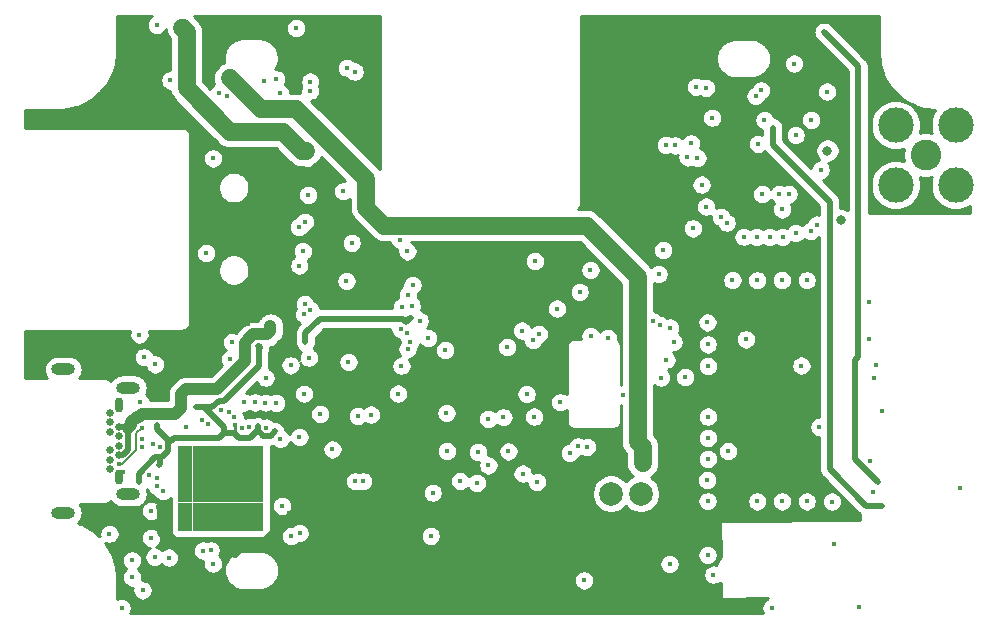
<source format=gbr>
%TF.GenerationSoftware,KiCad,Pcbnew,5.1.8-db9833491~88~ubuntu20.04.1*%
%TF.CreationDate,2020-12-01T09:18:30+01:00*%
%TF.ProjectId,licheepinano_sarau270,6c696368-6565-4706-996e-616e6f5f7361,V1.0*%
%TF.SameCoordinates,Original*%
%TF.FileFunction,Copper,L2,Inr*%
%TF.FilePolarity,Positive*%
%FSLAX46Y46*%
G04 Gerber Fmt 4.6, Leading zero omitted, Abs format (unit mm)*
G04 Created by KiCad (PCBNEW 5.1.8-db9833491~88~ubuntu20.04.1) date 2020-12-01 09:18:30*
%MOMM*%
%LPD*%
G01*
G04 APERTURE LIST*
%TA.AperFunction,ComponentPad*%
%ADD10C,2.000000*%
%TD*%
%TA.AperFunction,ComponentPad*%
%ADD11C,2.600000*%
%TD*%
%TA.AperFunction,ComponentPad*%
%ADD12C,3.000000*%
%TD*%
%TA.AperFunction,ComponentPad*%
%ADD13R,1.200000X1.200000*%
%TD*%
%TA.AperFunction,ComponentPad*%
%ADD14O,0.647700X1.297940*%
%TD*%
%TA.AperFunction,ComponentPad*%
%ADD15C,0.650000*%
%TD*%
%TA.AperFunction,ComponentPad*%
%ADD16O,1.998980X0.998220*%
%TD*%
%TA.AperFunction,ViaPad*%
%ADD17C,0.450000*%
%TD*%
%TA.AperFunction,ViaPad*%
%ADD18C,0.800000*%
%TD*%
%TA.AperFunction,Conductor*%
%ADD19C,0.508000*%
%TD*%
%TA.AperFunction,Conductor*%
%ADD20C,0.254000*%
%TD*%
%TA.AperFunction,Conductor*%
%ADD21C,1.016000*%
%TD*%
%TA.AperFunction,Conductor*%
%ADD22C,1.524000*%
%TD*%
%TA.AperFunction,Conductor*%
%ADD23C,0.127000*%
%TD*%
%TA.AperFunction,Conductor*%
%ADD24C,0.100000*%
%TD*%
G04 APERTURE END LIST*
D10*
%TO.N,GND*%
%TO.C,C27*%
X149490000Y-113560000D03*
%TO.N,/Modem 3G/MODEM_POWER_IN*%
X151990000Y-113560000D03*
%TD*%
D11*
%TO.N,Net-(L5-Pad1)*%
%TO.C,P1*%
X176130000Y-84890000D03*
D12*
%TO.N,GND*%
X173590000Y-87430000D03*
X173590000Y-82350000D03*
X178670000Y-87430000D03*
X178670000Y-82350000D03*
%TD*%
D13*
%TO.N,GND*%
%TO.C,U1*%
X113450000Y-116110000D03*
X113450000Y-114910000D03*
X113450000Y-113710000D03*
X113450000Y-112510000D03*
X113450000Y-111310000D03*
X113450000Y-110110000D03*
X114650000Y-116110000D03*
X114650000Y-114910000D03*
X114650000Y-113710000D03*
X114650000Y-112510000D03*
X114650000Y-111310000D03*
X114650000Y-110110000D03*
X115850000Y-116110000D03*
X115850000Y-114910000D03*
X115850000Y-113710000D03*
X115850000Y-112510000D03*
X115850000Y-111310000D03*
X115850000Y-110110000D03*
X117050000Y-116110000D03*
X117050000Y-114910000D03*
X117050000Y-113710000D03*
X117050000Y-112510000D03*
X117050000Y-111310000D03*
X117050000Y-110110000D03*
X118250000Y-116110000D03*
X118250000Y-114910000D03*
X118250000Y-113710000D03*
X118250000Y-112510000D03*
X118250000Y-111310000D03*
X118250000Y-110110000D03*
X119450000Y-116110000D03*
X119450000Y-114910000D03*
X119450000Y-113710000D03*
X119450000Y-112510000D03*
X119450000Y-111310000D03*
X119450000Y-110110000D03*
%TD*%
D14*
%TO.N,GND*%
%TO.C,Con3*%
X107804560Y-112148000D03*
D15*
%TO.N,/LicheePi Nano SOM/USB_ID*%
X107103520Y-111497760D03*
X107103520Y-110697660D03*
%TO.N,/LicheePi Nano SOM/POWER_IN_5V0*%
X107804560Y-110298880D03*
%TO.N,/LicheePi Nano SOM/USB_ID*%
X107103520Y-109897560D03*
%TO.N,Net-(Con3-PadA6)*%
X107804560Y-109498780D03*
%TO.N,Net-(Con3-PadA7)*%
X107804560Y-108701220D03*
%TO.N,N/C*%
X107103520Y-108302440D03*
%TO.N,/LicheePi Nano SOM/POWER_IN_5V0*%
X107804560Y-107901120D03*
%TO.N,N/C*%
X107103520Y-107502340D03*
X107103520Y-106702240D03*
D14*
%TO.N,GND*%
X107804560Y-106052000D03*
D16*
%TO.N,Net-(C50-Pad1)*%
X108604660Y-104601660D03*
X108604660Y-113598340D03*
X103105560Y-103026860D03*
X103105560Y-115173140D03*
%TD*%
D17*
%TO.N,GND*%
X172390000Y-106540000D03*
X132200000Y-100000000D03*
X140800000Y-109990000D03*
X138220000Y-110020000D03*
X145984500Y-110115500D03*
X161725000Y-79885000D03*
X162190000Y-79420000D03*
X164995000Y-77145000D03*
X179070000Y-113070000D03*
X167120000Y-107920000D03*
X131669774Y-99615718D03*
X135588635Y-109968635D03*
X157150000Y-87400000D03*
X122350000Y-102700000D03*
X109940000Y-102020000D03*
X125895000Y-109815000D03*
X112050000Y-118970000D03*
X131450000Y-105090000D03*
X123492400Y-105096938D03*
X115800000Y-119480000D03*
X123113909Y-116896655D03*
X108930010Y-119218508D03*
X110834041Y-118928674D03*
X109604988Y-105822940D03*
X126809990Y-87961557D03*
X120110000Y-78650000D03*
X123500058Y-98393060D03*
X107020000Y-116950000D03*
X108188740Y-111727161D03*
X123097791Y-108766514D03*
X146830000Y-96480000D03*
X165600000Y-102720000D03*
X160910000Y-100500000D03*
X166050000Y-95500000D03*
X163940000Y-95490000D03*
X161860000Y-95500000D03*
X159760000Y-95490000D03*
X122830000Y-74140000D03*
X115790000Y-85180000D03*
X115200000Y-93200000D03*
X135550000Y-106730000D03*
X136700000Y-112490000D03*
X108040000Y-123250000D03*
X108930000Y-120650000D03*
X144890000Y-97890000D03*
X141940000Y-99750000D03*
X143040000Y-93880000D03*
X147740000Y-94630000D03*
X163080000Y-123230000D03*
X170480000Y-123160000D03*
X127250000Y-102400000D03*
X117400000Y-100740000D03*
X162280000Y-88210000D03*
X156420000Y-91100000D03*
X153890000Y-92950000D03*
X150460000Y-105180000D03*
X116483630Y-106466637D03*
X167750000Y-79520000D03*
X111030000Y-73870000D03*
X165120000Y-83200000D03*
X167240000Y-86150000D03*
X168400000Y-117830000D03*
X122400034Y-117160628D03*
X147750000Y-100220000D03*
X120240000Y-103740000D03*
X123850000Y-88260000D03*
X166050000Y-114220000D03*
X163970000Y-114220000D03*
X161870000Y-114220000D03*
X157660000Y-114210000D03*
X157630000Y-112420000D03*
X157680000Y-110610000D03*
X157680000Y-108840000D03*
X157680000Y-107040000D03*
X157680000Y-102760000D03*
X157670000Y-100930000D03*
X157650000Y-99070000D03*
X168180000Y-114230000D03*
%TO.N,Net-(C12-Pad1)*%
X121640000Y-114605002D03*
X110557838Y-117302839D03*
%TO.N,Net-(C13-Pad1)*%
X124860000Y-106820000D03*
X113502514Y-107891402D03*
%TO.N,/GPS Module/GPS_V_BCKP*%
X172390000Y-114570000D03*
X163190000Y-83340000D03*
X163190000Y-82570000D03*
%TO.N,Net-(Q1-Pad1)*%
X158150000Y-120420000D03*
X154440000Y-119530000D03*
%TO.N,Net-(R1-Pad1)*%
X121495748Y-108912819D03*
X120299010Y-107969512D03*
D18*
%TO.N,Net-(R21-Pad2)*%
X167800000Y-84520000D03*
X168960000Y-90430000D03*
D17*
%TO.N,/Modem 3G/VSIM*%
X139100000Y-111170000D03*
X153740000Y-103730000D03*
%TO.N,/Modem 3G/SIM_RST*%
X142000000Y-111860000D03*
X134388245Y-113479028D03*
X154180190Y-102214595D03*
%TO.N,/Modem 3G/SIM_CLK*%
X154490000Y-99500000D03*
X143210000Y-112560000D03*
%TO.N,/Modem 3G/SIM_IO*%
X147220000Y-120910000D03*
X154778022Y-100710000D03*
%TO.N,/GPS Module/1V8*%
X163977990Y-89500000D03*
%TO.N,Net-(Modem1-Pad16)*%
X159390000Y-109960000D03*
X157660000Y-118750000D03*
%TO.N,/Modem 3G/SIM_DET*%
X171380990Y-110819990D03*
X155752034Y-103707690D03*
%TO.N,/GPS Module/POWER_IN_1V8*%
X172080000Y-112580000D03*
X168090000Y-75070000D03*
X167510000Y-74490000D03*
%TO.N,/Logic Voltage Shifter/SIG3_LOW_PART*%
X171720000Y-103750000D03*
X156680000Y-79120000D03*
%TO.N,/Logic Voltage Shifter/SIG4_LOW_PART*%
X157510000Y-79200000D03*
X171960000Y-102680000D03*
%TO.N,/GPS Module/GNSS_ENABLE*%
X166420000Y-81906021D03*
X166920000Y-90780000D03*
%TO.N,/Logic Voltage Shifter/SIG2_LOW_PART*%
X166400000Y-91310000D03*
X162476584Y-81906021D03*
%TO.N,/GPS Module/GPS_EXTINT*%
X165120000Y-91500000D03*
X161930000Y-83940000D03*
%TO.N,/Modem 3G/GPS_I2C_1V8_SDA*%
X164010000Y-91820000D03*
X164530000Y-88190000D03*
%TO.N,/Modem 3G/GPS_I2C_1V8_SCL*%
X162910000Y-91820000D03*
X163730000Y-88180000D03*
%TO.N,/Ethernet Connector Module/SHIELD1*%
X112170000Y-78580000D03*
X109560000Y-100090000D03*
%TO.N,/USB Hub Module/ETHERNET_RXN*%
X120230000Y-105860000D03*
X123048025Y-91007488D03*
X118225368Y-107994586D03*
%TO.N,/USB Hub Module/ETHERNET_RXP*%
X121140000Y-105870000D03*
X123573035Y-90553302D03*
X118870856Y-107918032D03*
%TO.N,/USB Hub Module/ETHERNET_TXN*%
X118410000Y-105840000D03*
X123397987Y-93028283D03*
X117104877Y-106657862D03*
%TO.N,/USB Hub Module/ETHERNET_TXP*%
X119320000Y-105840000D03*
X123096344Y-94249630D03*
X117593478Y-107086563D03*
%TO.N,Net-(C48-Pad1)*%
X123910000Y-102050000D03*
X124010010Y-97989992D03*
%TO.N,Net-(R8-Pad2)*%
X114930000Y-118380000D03*
X123570989Y-97509531D03*
%TO.N,Net-(R9-Pad2)*%
X115579625Y-118357567D03*
X124024986Y-79440000D03*
%TO.N,3V3*%
X156280000Y-87830000D03*
X154770000Y-87850000D03*
X127470000Y-91190000D03*
X127020000Y-90740000D03*
X122740000Y-112000000D03*
X122520000Y-119820000D03*
X122350000Y-120390000D03*
X113455000Y-119195000D03*
X117677783Y-118802010D03*
X119230000Y-98730000D03*
X111124442Y-114664442D03*
X119760000Y-98670000D03*
X118770000Y-99220000D03*
X123159984Y-113170000D03*
X153167010Y-107760000D03*
X122075754Y-77690772D03*
X122195141Y-115162130D03*
%TO.N,/Ethernet Connector Module/POWER_IN_3V3*%
X121016659Y-108291490D03*
X119560000Y-107865018D03*
X111020000Y-107770000D03*
X119608356Y-101029875D03*
X111191725Y-111170781D03*
X114362778Y-106230000D03*
X117628509Y-107737148D03*
X109479978Y-112617812D03*
%TO.N,/LicheePi Nano SOM/POWER_IN_5V0*%
X123660000Y-84510000D03*
X113190000Y-74130000D03*
X113810000Y-74130000D03*
X123741999Y-85126401D03*
X120640000Y-99360000D03*
X120524468Y-99904870D03*
%TO.N,Net-(Con3-PadA6)*%
X109768510Y-108947008D03*
%TO.N,Net-(Con3-PadA7)*%
X109768510Y-109602630D03*
%TO.N,/LCD Module/CLK*%
X134000000Y-100390000D03*
%TO.N,/LCD Module/MOSI*%
X132257883Y-101337990D03*
%TO.N,/LCD Module/CS*%
X133280000Y-98910000D03*
%TO.N,/LCD Module/MISO*%
X132478377Y-100726519D03*
%TO.N,/LCD Module/LED_A*%
X131790000Y-97750000D03*
X132610000Y-97670000D03*
%TO.N,/LCD Module/LED_K1*%
X132280000Y-96710000D03*
X132680000Y-95870000D03*
%TO.N,/LicheePi Nano SOM/TPY2*%
X132250000Y-93060000D03*
%TO.N,/LicheePi Nano SOM/TPX2*%
X127080000Y-95580000D03*
%TO.N,/LicheePi Nano SOM/TPX1*%
X127530000Y-92330000D03*
%TO.N,/LicheePi Nano SOM/TPY1*%
X131630000Y-92057010D03*
%TO.N,/LicheePi Nano SOM/USB_D_N*%
X115337788Y-107689604D03*
X127120000Y-77500000D03*
X158782512Y-90122512D03*
X111305596Y-109624758D03*
%TO.N,/LicheePi Nano SOM/USB_D_P*%
X114812778Y-107299421D03*
X159277488Y-90617488D03*
X110709753Y-109364978D03*
X127783273Y-77831711D03*
%TO.N,/Logic Voltage Shifter/SIG3_HIGH_PART*%
X155960000Y-85100000D03*
X145170000Y-105830000D03*
X146680000Y-109570000D03*
X143373435Y-100043820D03*
%TO.N,/Logic Voltage Shifter/SIG2_HIGH_PART*%
X129160000Y-106870000D03*
X154880000Y-84080000D03*
%TO.N,/Logic Voltage Shifter/SIG4_HIGH_PART*%
X156800000Y-85150000D03*
X156255008Y-83900023D03*
X142897990Y-100572373D03*
%TO.N,/Logic Voltage Shifter/SIG1_HIGH_PART*%
X128040000Y-106990000D03*
X154124136Y-84055202D03*
%TO.N,/LicheePi Nano SOM/GPIO_PD11*%
X140370000Y-107100000D03*
X138120000Y-112640000D03*
X109820000Y-121750000D03*
X110554311Y-115017590D03*
%TO.N,/LicheePi Nano SOM/GPIO_PD1*%
X142970000Y-107040000D03*
X171313979Y-97370136D03*
%TO.N,/LCD Module/POWER_IN_2V8*%
X132089142Y-98994192D03*
X123600010Y-99980000D03*
X123600010Y-100748405D03*
X132570000Y-98650000D03*
%TO.N,Net-(C56-Pad1)*%
X116960000Y-79910000D03*
X116325000Y-79665000D03*
X121440000Y-79670000D03*
X121130000Y-78480000D03*
%TO.N,/LicheePi Nano SOM/USB_ID*%
X109760000Y-107970000D03*
X117240000Y-102190000D03*
X110900000Y-102620000D03*
X124024988Y-78669987D03*
X107832438Y-111074549D03*
%TO.N,/LicheePi Nano SOM/GPIO_PD19*%
X135440000Y-101410000D03*
X149210000Y-100400000D03*
X153030000Y-98970000D03*
%TO.N,/LCD Module/DC*%
X131740000Y-102730000D03*
%TO.N,/LicheePi Nano SOM/GPIO_PD0*%
X171660000Y-113410000D03*
X142340000Y-105140000D03*
X171313979Y-100510000D03*
%TO.N,/LicheePi Nano SOM/GPIO_PD5*%
X147440000Y-109610000D03*
X158050000Y-81730000D03*
X153520000Y-94970000D03*
X153627802Y-99255241D03*
%TO.N,/UBlox WiFi Lily W132/ENABLE*%
X134220000Y-117130000D03*
X139090000Y-107220000D03*
%TO.N,/LicheePi Nano SOM/GPIO_PD9*%
X140690000Y-101160000D03*
X157538416Y-89258110D03*
%TO.N,/Modem 3G/MODEM_POWER_IN*%
X152170000Y-109610000D03*
X152170000Y-110970000D03*
X117190000Y-78390000D03*
X117690000Y-78890000D03*
X118200000Y-79400000D03*
%TO.N,/USB Hub Module/USB_D5_OUT_N*%
X127810000Y-112520000D03*
X111019567Y-112922011D03*
%TO.N,/USB Hub Module/USB_D5_OUT_P*%
X128510000Y-112520000D03*
X111576384Y-113345218D03*
%TO.N,/USB Hub Module/USB_D4_OUT_N*%
X161810000Y-91820000D03*
X110338088Y-111984778D03*
%TO.N,/USB Hub Module/USB_D4_OUT_P*%
X160710000Y-91810000D03*
X111023481Y-112272011D03*
%TD*%
D19*
%TO.N,/GPS Module/GPS_V_BCKP*%
X163190000Y-82570000D02*
X163190000Y-83340000D01*
X163190000Y-83340000D02*
X163190000Y-84020000D01*
X163190000Y-84020000D02*
X168000000Y-88830000D01*
X168000000Y-88830000D02*
X168000000Y-111480000D01*
X171090000Y-114570000D02*
X172390000Y-114570000D01*
X168000000Y-111480000D02*
X171090000Y-114570000D01*
%TO.N,/GPS Module/POWER_IN_1V8*%
X172080000Y-112580000D02*
X170111989Y-110611989D01*
X170111989Y-110611989D02*
X170111989Y-102276733D01*
X170111989Y-102276733D02*
X170411989Y-101976733D01*
X170411989Y-101976733D02*
X170411989Y-77391989D01*
X170411989Y-77391989D02*
X167734999Y-74714999D01*
X167734999Y-74714999D02*
X167510000Y-74490000D01*
D20*
%TO.N,3V3*%
X113455000Y-119195000D02*
X111124442Y-116864442D01*
X111124442Y-116864442D02*
X111124442Y-114664442D01*
X119277271Y-118080000D02*
X122195141Y-115162130D01*
X118399793Y-118080000D02*
X119277271Y-118080000D01*
X117677783Y-118802010D02*
X118399793Y-118080000D01*
D19*
%TO.N,/Ethernet Connector Module/POWER_IN_3V3*%
X117525964Y-108445964D02*
X117950000Y-108870000D01*
X119560000Y-108203210D02*
X119560000Y-107865018D01*
X120659627Y-108648522D02*
X120005312Y-108648522D01*
X117950000Y-108870000D02*
X118893210Y-108870000D01*
X121016659Y-108291490D02*
X120659627Y-108648522D01*
X120005312Y-108648522D02*
X119560000Y-108203210D01*
X118893210Y-108870000D02*
X119560000Y-108203210D01*
X112000000Y-109060000D02*
X111020000Y-108080000D01*
X111020000Y-108080000D02*
X111020000Y-107770000D01*
X111270000Y-110500000D02*
X111270000Y-111092506D01*
X111270000Y-111092506D02*
X111191725Y-111170781D01*
X117365964Y-108445964D02*
X116694036Y-108445964D01*
X117525964Y-108445964D02*
X117365964Y-108445964D01*
X116694036Y-108445964D02*
X116694036Y-107904036D01*
X115020000Y-106230000D02*
X114362778Y-106230000D01*
X116694036Y-107904036D02*
X115020000Y-106230000D01*
X112050000Y-109110000D02*
X112000000Y-109060000D01*
X112200000Y-109110000D02*
X112050000Y-109110000D01*
X112490000Y-108820000D02*
X112200000Y-109110000D01*
X116320000Y-108820000D02*
X112490000Y-108820000D01*
X116694036Y-108445964D02*
X116320000Y-108820000D01*
X111435276Y-110500000D02*
X112000000Y-109935276D01*
X111270000Y-110500000D02*
X111435276Y-110500000D01*
X112000000Y-109935276D02*
X112000000Y-109060000D01*
X115020000Y-106230000D02*
X115735084Y-106230000D01*
D20*
X117628509Y-108055346D02*
X117628509Y-107737148D01*
D19*
X115735084Y-106230000D02*
X116275084Y-105690000D01*
D20*
X117628509Y-108183419D02*
X117628509Y-108055346D01*
X117365964Y-108445964D02*
X117628509Y-108183419D01*
D19*
X116275084Y-105690000D02*
X116680000Y-105690000D01*
X116680000Y-105690000D02*
X119640000Y-102730000D01*
X119640000Y-101290000D02*
X119754240Y-101175760D01*
X119640000Y-102730000D02*
X119640000Y-101290000D01*
X119754240Y-101175760D02*
X119608356Y-101029875D01*
X109479978Y-111882622D02*
X109479978Y-112617812D01*
X110862600Y-110500000D02*
X109479978Y-111882622D01*
X111270000Y-110500000D02*
X110862600Y-110500000D01*
%TO.N,/LicheePi Nano SOM/POWER_IN_5V0*%
X107804560Y-107901120D02*
X108291120Y-107901120D01*
X108291120Y-107901120D02*
X108600000Y-108210000D01*
X108600000Y-108210000D02*
X108600000Y-107980000D01*
X118470000Y-100800000D02*
X118790000Y-100480000D01*
D21*
X111412010Y-106807990D02*
X111158010Y-106807990D01*
X111412010Y-106807990D02*
X110346988Y-106807990D01*
X109543001Y-107036999D02*
X109460000Y-107036999D01*
X110346988Y-106807990D02*
X109772010Y-106807990D01*
X108826999Y-107753001D02*
X108600000Y-107980000D01*
X109312159Y-107036999D02*
X108826999Y-107522159D01*
X109543001Y-107036999D02*
X109312159Y-107036999D01*
X108826999Y-107522159D02*
X108826999Y-107753001D01*
X109772010Y-106807990D02*
X109543001Y-107036999D01*
X120640000Y-99789338D02*
X120524468Y-99904870D01*
X120640000Y-99360000D02*
X120640000Y-99789338D01*
D22*
X123660000Y-84510000D02*
X123280000Y-84510000D01*
X123280000Y-84510000D02*
X121700000Y-82930000D01*
X121700000Y-82930000D02*
X117240000Y-82930000D01*
X117240000Y-82930000D02*
X113550000Y-79240000D01*
X113550000Y-79240000D02*
X113550000Y-74460000D01*
X113220000Y-74130000D02*
X113190000Y-74130000D01*
X113550000Y-74460000D02*
X113220000Y-74130000D01*
D19*
X108600000Y-108210000D02*
X108583561Y-108226439D01*
X108157382Y-110298880D02*
X107804560Y-110298880D01*
X108583561Y-109872701D02*
X108157382Y-110298880D01*
X108583561Y-108226439D02*
X108583561Y-109872701D01*
D21*
X120361693Y-100067645D02*
X120524468Y-99904870D01*
X119202355Y-100067645D02*
X120361693Y-100067645D01*
X118790000Y-100480000D02*
X119202355Y-100067645D01*
X116082853Y-104727989D02*
X113492011Y-104727989D01*
X113492011Y-104727989D02*
X113100000Y-105120000D01*
X118470000Y-100800000D02*
X118470000Y-102340842D01*
X118470000Y-102340842D02*
X116082853Y-104727989D01*
X112582010Y-106807990D02*
X111412010Y-106807990D01*
X113100000Y-106290000D02*
X112582010Y-106807990D01*
X113100000Y-105120000D02*
X113100000Y-106290000D01*
D19*
%TO.N,/LCD Module/POWER_IN_2V8*%
X124810817Y-98769193D02*
X123600010Y-99980000D01*
X132089142Y-98994192D02*
X131864143Y-98769193D01*
X123600010Y-100748405D02*
X123600010Y-99980000D01*
X131864143Y-98769193D02*
X124810817Y-98769193D01*
X132433334Y-98650000D02*
X132570000Y-98650000D01*
X132089142Y-98994192D02*
X132433334Y-98650000D01*
D23*
%TO.N,/LicheePi Nano SOM/USB_ID*%
X109760000Y-107970000D02*
X109280000Y-108450000D01*
X109280000Y-109908133D02*
X108113584Y-111074549D01*
X108113584Y-111074549D02*
X107832438Y-111074549D01*
X109280000Y-108450000D02*
X109280000Y-109908133D01*
D22*
%TO.N,/Modem 3G/MODEM_POWER_IN*%
X152170000Y-110970000D02*
X152170000Y-109610000D01*
X147420000Y-90870000D02*
X130280000Y-90870000D01*
X128780000Y-86950000D02*
X122840000Y-81010000D01*
X122840000Y-81010000D02*
X119810000Y-81010000D01*
X119810000Y-81010000D02*
X117190000Y-78390000D01*
X130280000Y-90870000D02*
X128780000Y-89370000D01*
X151742999Y-109182999D02*
X151742999Y-95192999D01*
X152170000Y-109610000D02*
X151742999Y-109182999D01*
X128780000Y-89370000D02*
X128780000Y-86950000D01*
X151742999Y-95192999D02*
X147420000Y-90870000D01*
%TD*%
D20*
%TO.N,3V3*%
X110481782Y-73201995D02*
X110361995Y-73321782D01*
X110267878Y-73462637D01*
X110203049Y-73619147D01*
X110170000Y-73785297D01*
X110170000Y-73954703D01*
X110203049Y-74120853D01*
X110267878Y-74277363D01*
X110361995Y-74418218D01*
X110481782Y-74538005D01*
X110622637Y-74632122D01*
X110779147Y-74696951D01*
X110945297Y-74730000D01*
X111114703Y-74730000D01*
X111280853Y-74696951D01*
X111437363Y-74632122D01*
X111578218Y-74538005D01*
X111698005Y-74418218D01*
X111792122Y-74277363D01*
X111799097Y-74260525D01*
X111813214Y-74403860D01*
X111893096Y-74667195D01*
X112022817Y-74909887D01*
X112153001Y-75068517D01*
X112153000Y-77720000D01*
X112085297Y-77720000D01*
X111919147Y-77753049D01*
X111762637Y-77817878D01*
X111621782Y-77911995D01*
X111501995Y-78031782D01*
X111407878Y-78172637D01*
X111343049Y-78329147D01*
X111310000Y-78495297D01*
X111310000Y-78664703D01*
X111343049Y-78830853D01*
X111407878Y-78987363D01*
X111501995Y-79128218D01*
X111621782Y-79248005D01*
X111762637Y-79342122D01*
X111919147Y-79406951D01*
X112085297Y-79440000D01*
X112165939Y-79440000D01*
X112173214Y-79513859D01*
X112253096Y-79777194D01*
X112382817Y-80019886D01*
X112557392Y-80232607D01*
X112610704Y-80276359D01*
X116203645Y-83869302D01*
X116247392Y-83922608D01*
X116460113Y-84097183D01*
X116702805Y-84226904D01*
X116941957Y-84299450D01*
X116966140Y-84306786D01*
X117239999Y-84333759D01*
X117308624Y-84327000D01*
X121121344Y-84327000D01*
X122243645Y-85449302D01*
X122287392Y-85502608D01*
X122500113Y-85677183D01*
X122742805Y-85806904D01*
X123006140Y-85886786D01*
X123279999Y-85913759D01*
X123348624Y-85907000D01*
X123379243Y-85907000D01*
X123491146Y-85953352D01*
X123657296Y-85986401D01*
X123826702Y-85986401D01*
X123992852Y-85953352D01*
X124149362Y-85888523D01*
X124290217Y-85794406D01*
X124370182Y-85714441D01*
X124439887Y-85677183D01*
X124652608Y-85502608D01*
X124827183Y-85289887D01*
X124937619Y-85083275D01*
X126971099Y-87116755D01*
X126894693Y-87101557D01*
X126725287Y-87101557D01*
X126559137Y-87134606D01*
X126402627Y-87199435D01*
X126261772Y-87293552D01*
X126141985Y-87413339D01*
X126047868Y-87554194D01*
X125983039Y-87710704D01*
X125949990Y-87876854D01*
X125949990Y-88046260D01*
X125983039Y-88212410D01*
X126047868Y-88368920D01*
X126141985Y-88509775D01*
X126261772Y-88629562D01*
X126402627Y-88723679D01*
X126559137Y-88788508D01*
X126725287Y-88821557D01*
X126894693Y-88821557D01*
X127060843Y-88788508D01*
X127217353Y-88723679D01*
X127358208Y-88629562D01*
X127383000Y-88604770D01*
X127383000Y-89301375D01*
X127376241Y-89370000D01*
X127396362Y-89574294D01*
X127403214Y-89643859D01*
X127483096Y-89907194D01*
X127612817Y-90149886D01*
X127787392Y-90362607D01*
X127840704Y-90406359D01*
X129243645Y-91809302D01*
X129287392Y-91862608D01*
X129500113Y-92037183D01*
X129742805Y-92166904D01*
X130001231Y-92245297D01*
X130006140Y-92246786D01*
X130279999Y-92273759D01*
X130348624Y-92267000D01*
X130794921Y-92267000D01*
X130803049Y-92307863D01*
X130867878Y-92464373D01*
X130961995Y-92605228D01*
X131081782Y-92725015D01*
X131222637Y-92819132D01*
X131379147Y-92883961D01*
X131407063Y-92889514D01*
X131390000Y-92975297D01*
X131390000Y-93144703D01*
X131423049Y-93310853D01*
X131487878Y-93467363D01*
X131581995Y-93608218D01*
X131701782Y-93728005D01*
X131842637Y-93822122D01*
X131999147Y-93886951D01*
X132165297Y-93920000D01*
X132334703Y-93920000D01*
X132500853Y-93886951D01*
X132657363Y-93822122D01*
X132697509Y-93795297D01*
X142180000Y-93795297D01*
X142180000Y-93964703D01*
X142213049Y-94130853D01*
X142277878Y-94287363D01*
X142371995Y-94428218D01*
X142491782Y-94548005D01*
X142632637Y-94642122D01*
X142789147Y-94706951D01*
X142955297Y-94740000D01*
X143124703Y-94740000D01*
X143290853Y-94706951D01*
X143447363Y-94642122D01*
X143588218Y-94548005D01*
X143590926Y-94545297D01*
X146880000Y-94545297D01*
X146880000Y-94714703D01*
X146913049Y-94880853D01*
X146977878Y-95037363D01*
X147071995Y-95178218D01*
X147191782Y-95298005D01*
X147332637Y-95392122D01*
X147489147Y-95456951D01*
X147655297Y-95490000D01*
X147824703Y-95490000D01*
X147990853Y-95456951D01*
X148147363Y-95392122D01*
X148288218Y-95298005D01*
X148408005Y-95178218D01*
X148502122Y-95037363D01*
X148566951Y-94880853D01*
X148600000Y-94714703D01*
X148600000Y-94545297D01*
X148566951Y-94379147D01*
X148502122Y-94222637D01*
X148408005Y-94081782D01*
X148288218Y-93961995D01*
X148147363Y-93867878D01*
X147990853Y-93803049D01*
X147824703Y-93770000D01*
X147655297Y-93770000D01*
X147489147Y-93803049D01*
X147332637Y-93867878D01*
X147191782Y-93961995D01*
X147071995Y-94081782D01*
X146977878Y-94222637D01*
X146913049Y-94379147D01*
X146880000Y-94545297D01*
X143590926Y-94545297D01*
X143708005Y-94428218D01*
X143802122Y-94287363D01*
X143866951Y-94130853D01*
X143900000Y-93964703D01*
X143900000Y-93795297D01*
X143866951Y-93629147D01*
X143802122Y-93472637D01*
X143708005Y-93331782D01*
X143588218Y-93211995D01*
X143447363Y-93117878D01*
X143290853Y-93053049D01*
X143124703Y-93020000D01*
X142955297Y-93020000D01*
X142789147Y-93053049D01*
X142632637Y-93117878D01*
X142491782Y-93211995D01*
X142371995Y-93331782D01*
X142277878Y-93472637D01*
X142213049Y-93629147D01*
X142180000Y-93795297D01*
X132697509Y-93795297D01*
X132798218Y-93728005D01*
X132918005Y-93608218D01*
X133012122Y-93467363D01*
X133076951Y-93310853D01*
X133110000Y-93144703D01*
X133110000Y-92975297D01*
X133076951Y-92809147D01*
X133012122Y-92652637D01*
X132918005Y-92511782D01*
X132798218Y-92391995D01*
X132657363Y-92297878D01*
X132582817Y-92267000D01*
X146841345Y-92267000D01*
X150346000Y-95771656D01*
X150345999Y-104325828D01*
X150330000Y-104329010D01*
X150330000Y-101152419D01*
X150333193Y-101120000D01*
X150320450Y-100990617D01*
X150282710Y-100866207D01*
X150221425Y-100751550D01*
X150138948Y-100651052D01*
X150051231Y-100579064D01*
X150070000Y-100484703D01*
X150070000Y-100315297D01*
X150036951Y-100149147D01*
X149972122Y-99992637D01*
X149878005Y-99851782D01*
X149758218Y-99731995D01*
X149617363Y-99637878D01*
X149460853Y-99573049D01*
X149294703Y-99540000D01*
X149125297Y-99540000D01*
X148959147Y-99573049D01*
X148802637Y-99637878D01*
X148661782Y-99731995D01*
X148541995Y-99851782D01*
X148533563Y-99864401D01*
X148512122Y-99812637D01*
X148418005Y-99671782D01*
X148298218Y-99551995D01*
X148157363Y-99457878D01*
X148000853Y-99393049D01*
X147834703Y-99360000D01*
X147665297Y-99360000D01*
X147499147Y-99393049D01*
X147342637Y-99457878D01*
X147201782Y-99551995D01*
X147081995Y-99671782D01*
X146987878Y-99812637D01*
X146923049Y-99969147D01*
X146890000Y-100135297D01*
X146890000Y-100304703D01*
X146920890Y-100460000D01*
X146412419Y-100460000D01*
X146380000Y-100456807D01*
X146347581Y-100460000D01*
X146250617Y-100469550D01*
X146126207Y-100507290D01*
X146011550Y-100568575D01*
X145911052Y-100651052D01*
X145828575Y-100751550D01*
X145767290Y-100866207D01*
X145729550Y-100990617D01*
X145716807Y-101120000D01*
X145720000Y-101152419D01*
X145720001Y-105163778D01*
X145718218Y-105161995D01*
X145577363Y-105067878D01*
X145420853Y-105003049D01*
X145254703Y-104970000D01*
X145085297Y-104970000D01*
X144919147Y-105003049D01*
X144762637Y-105067878D01*
X144621782Y-105161995D01*
X144501995Y-105281782D01*
X144407878Y-105422637D01*
X144343049Y-105579147D01*
X144310000Y-105745297D01*
X144310000Y-105914703D01*
X144343049Y-106080853D01*
X144407878Y-106237363D01*
X144501995Y-106378218D01*
X144621782Y-106498005D01*
X144762637Y-106592122D01*
X144919147Y-106656951D01*
X145085297Y-106690000D01*
X145254703Y-106690000D01*
X145420853Y-106656951D01*
X145577363Y-106592122D01*
X145718218Y-106498005D01*
X145720001Y-106496222D01*
X145720001Y-107387571D01*
X145716807Y-107420000D01*
X145729550Y-107549383D01*
X145767290Y-107673793D01*
X145828575Y-107788450D01*
X145911052Y-107888948D01*
X146011550Y-107971425D01*
X146126207Y-108032710D01*
X146250617Y-108070450D01*
X146347581Y-108080000D01*
X146380000Y-108083193D01*
X146412419Y-108080000D01*
X149637581Y-108080000D01*
X149670000Y-108083193D01*
X149702419Y-108080000D01*
X149799383Y-108070450D01*
X149923793Y-108032710D01*
X150038450Y-107971425D01*
X150138948Y-107888948D01*
X150221425Y-107788450D01*
X150282710Y-107673793D01*
X150320450Y-107549383D01*
X150333193Y-107420000D01*
X150330000Y-107387581D01*
X150330000Y-106030990D01*
X150345999Y-106034172D01*
X150345999Y-109114374D01*
X150339240Y-109182999D01*
X150359754Y-109391275D01*
X150366213Y-109456858D01*
X150446095Y-109720193D01*
X150575816Y-109962885D01*
X150750391Y-110175606D01*
X150773000Y-110194161D01*
X150773000Y-111038624D01*
X150793214Y-111243859D01*
X150873096Y-111507194D01*
X151002817Y-111749886D01*
X151177392Y-111962607D01*
X151310420Y-112071780D01*
X151215537Y-112111082D01*
X150947748Y-112290013D01*
X150740000Y-112497761D01*
X150532252Y-112290013D01*
X150264463Y-112111082D01*
X149966912Y-111987832D01*
X149651033Y-111925000D01*
X149328967Y-111925000D01*
X149013088Y-111987832D01*
X148715537Y-112111082D01*
X148447748Y-112290013D01*
X148220013Y-112517748D01*
X148041082Y-112785537D01*
X147917832Y-113083088D01*
X147855000Y-113398967D01*
X147855000Y-113721033D01*
X147917832Y-114036912D01*
X148041082Y-114334463D01*
X148220013Y-114602252D01*
X148447748Y-114829987D01*
X148715537Y-115008918D01*
X149013088Y-115132168D01*
X149328967Y-115195000D01*
X149651033Y-115195000D01*
X149966912Y-115132168D01*
X150264463Y-115008918D01*
X150532252Y-114829987D01*
X150740000Y-114622239D01*
X150947748Y-114829987D01*
X151215537Y-115008918D01*
X151513088Y-115132168D01*
X151828967Y-115195000D01*
X152151033Y-115195000D01*
X152466912Y-115132168D01*
X152764463Y-115008918D01*
X153032252Y-114829987D01*
X153259987Y-114602252D01*
X153438918Y-114334463D01*
X153525557Y-114125297D01*
X156800000Y-114125297D01*
X156800000Y-114294703D01*
X156833049Y-114460853D01*
X156897878Y-114617363D01*
X156991995Y-114758218D01*
X157111782Y-114878005D01*
X157252637Y-114972122D01*
X157409147Y-115036951D01*
X157575297Y-115070000D01*
X157744703Y-115070000D01*
X157910853Y-115036951D01*
X158067363Y-114972122D01*
X158208218Y-114878005D01*
X158328005Y-114758218D01*
X158422122Y-114617363D01*
X158486951Y-114460853D01*
X158520000Y-114294703D01*
X158520000Y-114135297D01*
X161010000Y-114135297D01*
X161010000Y-114304703D01*
X161043049Y-114470853D01*
X161107878Y-114627363D01*
X161201995Y-114768218D01*
X161321782Y-114888005D01*
X161462637Y-114982122D01*
X161619147Y-115046951D01*
X161785297Y-115080000D01*
X161954703Y-115080000D01*
X162120853Y-115046951D01*
X162277363Y-114982122D01*
X162418218Y-114888005D01*
X162538005Y-114768218D01*
X162632122Y-114627363D01*
X162696951Y-114470853D01*
X162730000Y-114304703D01*
X162730000Y-114135297D01*
X163110000Y-114135297D01*
X163110000Y-114304703D01*
X163143049Y-114470853D01*
X163207878Y-114627363D01*
X163301995Y-114768218D01*
X163421782Y-114888005D01*
X163562637Y-114982122D01*
X163719147Y-115046951D01*
X163885297Y-115080000D01*
X164054703Y-115080000D01*
X164220853Y-115046951D01*
X164377363Y-114982122D01*
X164518218Y-114888005D01*
X164638005Y-114768218D01*
X164732122Y-114627363D01*
X164796951Y-114470853D01*
X164830000Y-114304703D01*
X164830000Y-114135297D01*
X165190000Y-114135297D01*
X165190000Y-114304703D01*
X165223049Y-114470853D01*
X165287878Y-114627363D01*
X165381995Y-114768218D01*
X165501782Y-114888005D01*
X165642637Y-114982122D01*
X165799147Y-115046951D01*
X165965297Y-115080000D01*
X166134703Y-115080000D01*
X166300853Y-115046951D01*
X166457363Y-114982122D01*
X166598218Y-114888005D01*
X166718005Y-114768218D01*
X166812122Y-114627363D01*
X166876951Y-114470853D01*
X166910000Y-114304703D01*
X166910000Y-114145297D01*
X167320000Y-114145297D01*
X167320000Y-114314703D01*
X167353049Y-114480853D01*
X167417878Y-114637363D01*
X167511995Y-114778218D01*
X167631782Y-114898005D01*
X167772637Y-114992122D01*
X167929147Y-115056951D01*
X168095297Y-115090000D01*
X168264703Y-115090000D01*
X168430853Y-115056951D01*
X168587363Y-114992122D01*
X168728218Y-114898005D01*
X168848005Y-114778218D01*
X168942122Y-114637363D01*
X169006951Y-114480853D01*
X169040000Y-114314703D01*
X169040000Y-114145297D01*
X169006951Y-113979147D01*
X168942122Y-113822637D01*
X168848005Y-113681782D01*
X168728218Y-113561995D01*
X168587363Y-113467878D01*
X168430853Y-113403049D01*
X168264703Y-113370000D01*
X168095297Y-113370000D01*
X167929147Y-113403049D01*
X167772637Y-113467878D01*
X167631782Y-113561995D01*
X167511995Y-113681782D01*
X167417878Y-113822637D01*
X167353049Y-113979147D01*
X167320000Y-114145297D01*
X166910000Y-114145297D01*
X166910000Y-114135297D01*
X166876951Y-113969147D01*
X166812122Y-113812637D01*
X166718005Y-113671782D01*
X166598218Y-113551995D01*
X166457363Y-113457878D01*
X166300853Y-113393049D01*
X166134703Y-113360000D01*
X165965297Y-113360000D01*
X165799147Y-113393049D01*
X165642637Y-113457878D01*
X165501782Y-113551995D01*
X165381995Y-113671782D01*
X165287878Y-113812637D01*
X165223049Y-113969147D01*
X165190000Y-114135297D01*
X164830000Y-114135297D01*
X164796951Y-113969147D01*
X164732122Y-113812637D01*
X164638005Y-113671782D01*
X164518218Y-113551995D01*
X164377363Y-113457878D01*
X164220853Y-113393049D01*
X164054703Y-113360000D01*
X163885297Y-113360000D01*
X163719147Y-113393049D01*
X163562637Y-113457878D01*
X163421782Y-113551995D01*
X163301995Y-113671782D01*
X163207878Y-113812637D01*
X163143049Y-113969147D01*
X163110000Y-114135297D01*
X162730000Y-114135297D01*
X162696951Y-113969147D01*
X162632122Y-113812637D01*
X162538005Y-113671782D01*
X162418218Y-113551995D01*
X162277363Y-113457878D01*
X162120853Y-113393049D01*
X161954703Y-113360000D01*
X161785297Y-113360000D01*
X161619147Y-113393049D01*
X161462637Y-113457878D01*
X161321782Y-113551995D01*
X161201995Y-113671782D01*
X161107878Y-113812637D01*
X161043049Y-113969147D01*
X161010000Y-114135297D01*
X158520000Y-114135297D01*
X158520000Y-114125297D01*
X158486951Y-113959147D01*
X158422122Y-113802637D01*
X158328005Y-113661782D01*
X158208218Y-113541995D01*
X158067363Y-113447878D01*
X157910853Y-113383049D01*
X157744703Y-113350000D01*
X157575297Y-113350000D01*
X157409147Y-113383049D01*
X157252637Y-113447878D01*
X157111782Y-113541995D01*
X156991995Y-113661782D01*
X156897878Y-113802637D01*
X156833049Y-113959147D01*
X156800000Y-114125297D01*
X153525557Y-114125297D01*
X153562168Y-114036912D01*
X153625000Y-113721033D01*
X153625000Y-113398967D01*
X153562168Y-113083088D01*
X153438918Y-112785537D01*
X153259987Y-112517748D01*
X153077536Y-112335297D01*
X156770000Y-112335297D01*
X156770000Y-112504703D01*
X156803049Y-112670853D01*
X156867878Y-112827363D01*
X156961995Y-112968218D01*
X157081782Y-113088005D01*
X157222637Y-113182122D01*
X157379147Y-113246951D01*
X157545297Y-113280000D01*
X157714703Y-113280000D01*
X157880853Y-113246951D01*
X158037363Y-113182122D01*
X158178218Y-113088005D01*
X158298005Y-112968218D01*
X158392122Y-112827363D01*
X158456951Y-112670853D01*
X158490000Y-112504703D01*
X158490000Y-112335297D01*
X158456951Y-112169147D01*
X158392122Y-112012637D01*
X158298005Y-111871782D01*
X158178218Y-111751995D01*
X158037363Y-111657878D01*
X157880853Y-111593049D01*
X157714703Y-111560000D01*
X157545297Y-111560000D01*
X157379147Y-111593049D01*
X157222637Y-111657878D01*
X157081782Y-111751995D01*
X156961995Y-111871782D01*
X156867878Y-112012637D01*
X156803049Y-112169147D01*
X156770000Y-112335297D01*
X153077536Y-112335297D01*
X153032252Y-112290013D01*
X152868572Y-112180646D01*
X152949886Y-112137183D01*
X153162607Y-111962608D01*
X153337183Y-111749887D01*
X153466904Y-111507195D01*
X153546786Y-111243860D01*
X153567000Y-111038625D01*
X153567000Y-110525297D01*
X156820000Y-110525297D01*
X156820000Y-110694703D01*
X156853049Y-110860853D01*
X156917878Y-111017363D01*
X157011995Y-111158218D01*
X157131782Y-111278005D01*
X157272637Y-111372122D01*
X157429147Y-111436951D01*
X157595297Y-111470000D01*
X157764703Y-111470000D01*
X157930853Y-111436951D01*
X158087363Y-111372122D01*
X158228218Y-111278005D01*
X158348005Y-111158218D01*
X158442122Y-111017363D01*
X158506951Y-110860853D01*
X158540000Y-110694703D01*
X158540000Y-110525297D01*
X158506951Y-110359147D01*
X158442122Y-110202637D01*
X158348005Y-110061782D01*
X158228218Y-109941995D01*
X158128399Y-109875297D01*
X158530000Y-109875297D01*
X158530000Y-110044703D01*
X158563049Y-110210853D01*
X158627878Y-110367363D01*
X158721995Y-110508218D01*
X158841782Y-110628005D01*
X158982637Y-110722122D01*
X159139147Y-110786951D01*
X159305297Y-110820000D01*
X159474703Y-110820000D01*
X159640853Y-110786951D01*
X159797363Y-110722122D01*
X159938218Y-110628005D01*
X160058005Y-110508218D01*
X160152122Y-110367363D01*
X160216951Y-110210853D01*
X160250000Y-110044703D01*
X160250000Y-109875297D01*
X160216951Y-109709147D01*
X160152122Y-109552637D01*
X160058005Y-109411782D01*
X159938218Y-109291995D01*
X159797363Y-109197878D01*
X159640853Y-109133049D01*
X159474703Y-109100000D01*
X159305297Y-109100000D01*
X159139147Y-109133049D01*
X158982637Y-109197878D01*
X158841782Y-109291995D01*
X158721995Y-109411782D01*
X158627878Y-109552637D01*
X158563049Y-109709147D01*
X158530000Y-109875297D01*
X158128399Y-109875297D01*
X158087363Y-109847878D01*
X157930853Y-109783049D01*
X157764703Y-109750000D01*
X157595297Y-109750000D01*
X157429147Y-109783049D01*
X157272637Y-109847878D01*
X157131782Y-109941995D01*
X157011995Y-110061782D01*
X156917878Y-110202637D01*
X156853049Y-110359147D01*
X156820000Y-110525297D01*
X153567000Y-110525297D01*
X153567000Y-109678625D01*
X153573759Y-109610000D01*
X153546786Y-109336140D01*
X153466904Y-109072805D01*
X153444939Y-109031711D01*
X153337183Y-108830113D01*
X153275784Y-108755297D01*
X156820000Y-108755297D01*
X156820000Y-108924703D01*
X156853049Y-109090853D01*
X156917878Y-109247363D01*
X157011995Y-109388218D01*
X157131782Y-109508005D01*
X157272637Y-109602122D01*
X157429147Y-109666951D01*
X157595297Y-109700000D01*
X157764703Y-109700000D01*
X157930853Y-109666951D01*
X158087363Y-109602122D01*
X158228218Y-109508005D01*
X158348005Y-109388218D01*
X158442122Y-109247363D01*
X158506951Y-109090853D01*
X158540000Y-108924703D01*
X158540000Y-108755297D01*
X158506951Y-108589147D01*
X158442122Y-108432637D01*
X158348005Y-108291782D01*
X158228218Y-108171995D01*
X158087363Y-108077878D01*
X157930853Y-108013049D01*
X157764703Y-107980000D01*
X157595297Y-107980000D01*
X157429147Y-108013049D01*
X157272637Y-108077878D01*
X157131782Y-108171995D01*
X157011995Y-108291782D01*
X156917878Y-108432637D01*
X156853049Y-108589147D01*
X156820000Y-108755297D01*
X153275784Y-108755297D01*
X153162608Y-108617392D01*
X153139999Y-108598837D01*
X153139999Y-106955297D01*
X156820000Y-106955297D01*
X156820000Y-107124703D01*
X156853049Y-107290853D01*
X156917878Y-107447363D01*
X157011995Y-107588218D01*
X157131782Y-107708005D01*
X157272637Y-107802122D01*
X157429147Y-107866951D01*
X157595297Y-107900000D01*
X157764703Y-107900000D01*
X157930853Y-107866951D01*
X158087363Y-107802122D01*
X158228218Y-107708005D01*
X158348005Y-107588218D01*
X158442122Y-107447363D01*
X158506951Y-107290853D01*
X158540000Y-107124703D01*
X158540000Y-106955297D01*
X158506951Y-106789147D01*
X158442122Y-106632637D01*
X158348005Y-106491782D01*
X158228218Y-106371995D01*
X158087363Y-106277878D01*
X157930853Y-106213049D01*
X157764703Y-106180000D01*
X157595297Y-106180000D01*
X157429147Y-106213049D01*
X157272637Y-106277878D01*
X157131782Y-106371995D01*
X157011995Y-106491782D01*
X156917878Y-106632637D01*
X156853049Y-106789147D01*
X156820000Y-106955297D01*
X153139999Y-106955297D01*
X153139999Y-104346222D01*
X153191782Y-104398005D01*
X153332637Y-104492122D01*
X153489147Y-104556951D01*
X153655297Y-104590000D01*
X153824703Y-104590000D01*
X153990853Y-104556951D01*
X154147363Y-104492122D01*
X154288218Y-104398005D01*
X154408005Y-104278218D01*
X154502122Y-104137363D01*
X154566951Y-103980853D01*
X154600000Y-103814703D01*
X154600000Y-103645297D01*
X154595563Y-103622987D01*
X154892034Y-103622987D01*
X154892034Y-103792393D01*
X154925083Y-103958543D01*
X154989912Y-104115053D01*
X155084029Y-104255908D01*
X155203816Y-104375695D01*
X155344671Y-104469812D01*
X155501181Y-104534641D01*
X155667331Y-104567690D01*
X155836737Y-104567690D01*
X156002887Y-104534641D01*
X156159397Y-104469812D01*
X156300252Y-104375695D01*
X156420039Y-104255908D01*
X156514156Y-104115053D01*
X156578985Y-103958543D01*
X156612034Y-103792393D01*
X156612034Y-103622987D01*
X156578985Y-103456837D01*
X156514156Y-103300327D01*
X156420039Y-103159472D01*
X156300252Y-103039685D01*
X156159397Y-102945568D01*
X156002887Y-102880739D01*
X155836737Y-102847690D01*
X155667331Y-102847690D01*
X155501181Y-102880739D01*
X155344671Y-102945568D01*
X155203816Y-103039685D01*
X155084029Y-103159472D01*
X154989912Y-103300327D01*
X154925083Y-103456837D01*
X154892034Y-103622987D01*
X154595563Y-103622987D01*
X154566951Y-103479147D01*
X154502122Y-103322637D01*
X154408005Y-103181782D01*
X154294858Y-103068635D01*
X154431043Y-103041546D01*
X154587553Y-102976717D01*
X154728408Y-102882600D01*
X154848195Y-102762813D01*
X154906671Y-102675297D01*
X156820000Y-102675297D01*
X156820000Y-102844703D01*
X156853049Y-103010853D01*
X156917878Y-103167363D01*
X157011995Y-103308218D01*
X157131782Y-103428005D01*
X157272637Y-103522122D01*
X157429147Y-103586951D01*
X157595297Y-103620000D01*
X157764703Y-103620000D01*
X157930853Y-103586951D01*
X158087363Y-103522122D01*
X158228218Y-103428005D01*
X158348005Y-103308218D01*
X158442122Y-103167363D01*
X158506951Y-103010853D01*
X158540000Y-102844703D01*
X158540000Y-102675297D01*
X158532044Y-102635297D01*
X164740000Y-102635297D01*
X164740000Y-102804703D01*
X164773049Y-102970853D01*
X164837878Y-103127363D01*
X164931995Y-103268218D01*
X165051782Y-103388005D01*
X165192637Y-103482122D01*
X165349147Y-103546951D01*
X165515297Y-103580000D01*
X165684703Y-103580000D01*
X165850853Y-103546951D01*
X166007363Y-103482122D01*
X166148218Y-103388005D01*
X166268005Y-103268218D01*
X166362122Y-103127363D01*
X166426951Y-102970853D01*
X166460000Y-102804703D01*
X166460000Y-102635297D01*
X166426951Y-102469147D01*
X166362122Y-102312637D01*
X166268005Y-102171782D01*
X166148218Y-102051995D01*
X166007363Y-101957878D01*
X165850853Y-101893049D01*
X165684703Y-101860000D01*
X165515297Y-101860000D01*
X165349147Y-101893049D01*
X165192637Y-101957878D01*
X165051782Y-102051995D01*
X164931995Y-102171782D01*
X164837878Y-102312637D01*
X164773049Y-102469147D01*
X164740000Y-102635297D01*
X158532044Y-102635297D01*
X158506951Y-102509147D01*
X158442122Y-102352637D01*
X158348005Y-102211782D01*
X158228218Y-102091995D01*
X158087363Y-101997878D01*
X157930853Y-101933049D01*
X157764703Y-101900000D01*
X157595297Y-101900000D01*
X157429147Y-101933049D01*
X157272637Y-101997878D01*
X157131782Y-102091995D01*
X157011995Y-102211782D01*
X156917878Y-102352637D01*
X156853049Y-102509147D01*
X156820000Y-102675297D01*
X154906671Y-102675297D01*
X154942312Y-102621958D01*
X155007141Y-102465448D01*
X155040190Y-102299298D01*
X155040190Y-102129892D01*
X155007141Y-101963742D01*
X154942312Y-101807232D01*
X154848195Y-101666377D01*
X154751818Y-101570000D01*
X154862725Y-101570000D01*
X155028875Y-101536951D01*
X155185385Y-101472122D01*
X155326240Y-101378005D01*
X155446027Y-101258218D01*
X155540144Y-101117363D01*
X155604973Y-100960853D01*
X155627958Y-100845297D01*
X156810000Y-100845297D01*
X156810000Y-101014703D01*
X156843049Y-101180853D01*
X156907878Y-101337363D01*
X157001995Y-101478218D01*
X157121782Y-101598005D01*
X157262637Y-101692122D01*
X157419147Y-101756951D01*
X157585297Y-101790000D01*
X157754703Y-101790000D01*
X157920853Y-101756951D01*
X158077363Y-101692122D01*
X158218218Y-101598005D01*
X158338005Y-101478218D01*
X158432122Y-101337363D01*
X158496951Y-101180853D01*
X158530000Y-101014703D01*
X158530000Y-100845297D01*
X158496951Y-100679147D01*
X158432122Y-100522637D01*
X158360400Y-100415297D01*
X160050000Y-100415297D01*
X160050000Y-100584703D01*
X160083049Y-100750853D01*
X160147878Y-100907363D01*
X160241995Y-101048218D01*
X160361782Y-101168005D01*
X160502637Y-101262122D01*
X160659147Y-101326951D01*
X160825297Y-101360000D01*
X160994703Y-101360000D01*
X161160853Y-101326951D01*
X161317363Y-101262122D01*
X161458218Y-101168005D01*
X161578005Y-101048218D01*
X161672122Y-100907363D01*
X161736951Y-100750853D01*
X161770000Y-100584703D01*
X161770000Y-100415297D01*
X161736951Y-100249147D01*
X161672122Y-100092637D01*
X161578005Y-99951782D01*
X161458218Y-99831995D01*
X161317363Y-99737878D01*
X161160853Y-99673049D01*
X160994703Y-99640000D01*
X160825297Y-99640000D01*
X160659147Y-99673049D01*
X160502637Y-99737878D01*
X160361782Y-99831995D01*
X160241995Y-99951782D01*
X160147878Y-100092637D01*
X160083049Y-100249147D01*
X160050000Y-100415297D01*
X158360400Y-100415297D01*
X158338005Y-100381782D01*
X158218218Y-100261995D01*
X158077363Y-100167878D01*
X157920853Y-100103049D01*
X157754703Y-100070000D01*
X157585297Y-100070000D01*
X157419147Y-100103049D01*
X157262637Y-100167878D01*
X157121782Y-100261995D01*
X157001995Y-100381782D01*
X156907878Y-100522637D01*
X156843049Y-100679147D01*
X156810000Y-100845297D01*
X155627958Y-100845297D01*
X155638022Y-100794703D01*
X155638022Y-100625297D01*
X155604973Y-100459147D01*
X155540144Y-100302637D01*
X155446027Y-100161782D01*
X155326240Y-100041995D01*
X155212807Y-99966201D01*
X155252122Y-99907363D01*
X155316951Y-99750853D01*
X155350000Y-99584703D01*
X155350000Y-99415297D01*
X155316951Y-99249147D01*
X155252122Y-99092637D01*
X155180400Y-98985297D01*
X156790000Y-98985297D01*
X156790000Y-99154703D01*
X156823049Y-99320853D01*
X156887878Y-99477363D01*
X156981995Y-99618218D01*
X157101782Y-99738005D01*
X157242637Y-99832122D01*
X157399147Y-99896951D01*
X157565297Y-99930000D01*
X157734703Y-99930000D01*
X157900853Y-99896951D01*
X158057363Y-99832122D01*
X158198218Y-99738005D01*
X158318005Y-99618218D01*
X158412122Y-99477363D01*
X158476951Y-99320853D01*
X158510000Y-99154703D01*
X158510000Y-98985297D01*
X158476951Y-98819147D01*
X158412122Y-98662637D01*
X158318005Y-98521782D01*
X158198218Y-98401995D01*
X158057363Y-98307878D01*
X157900853Y-98243049D01*
X157734703Y-98210000D01*
X157565297Y-98210000D01*
X157399147Y-98243049D01*
X157242637Y-98307878D01*
X157101782Y-98401995D01*
X156981995Y-98521782D01*
X156887878Y-98662637D01*
X156823049Y-98819147D01*
X156790000Y-98985297D01*
X155180400Y-98985297D01*
X155158005Y-98951782D01*
X155038218Y-98831995D01*
X154897363Y-98737878D01*
X154740853Y-98673049D01*
X154574703Y-98640000D01*
X154405297Y-98640000D01*
X154258069Y-98669285D01*
X154176020Y-98587236D01*
X154035165Y-98493119D01*
X153878655Y-98428290D01*
X153712505Y-98395241D01*
X153671464Y-98395241D01*
X153578218Y-98301995D01*
X153437363Y-98207878D01*
X153280853Y-98143049D01*
X153139999Y-98115032D01*
X153139999Y-95743456D01*
X153269147Y-95796951D01*
X153435297Y-95830000D01*
X153604703Y-95830000D01*
X153770853Y-95796951D01*
X153927363Y-95732122D01*
X154068218Y-95638005D01*
X154188005Y-95518218D01*
X154263456Y-95405297D01*
X158900000Y-95405297D01*
X158900000Y-95574703D01*
X158933049Y-95740853D01*
X158997878Y-95897363D01*
X159091995Y-96038218D01*
X159211782Y-96158005D01*
X159352637Y-96252122D01*
X159509147Y-96316951D01*
X159675297Y-96350000D01*
X159844703Y-96350000D01*
X160010853Y-96316951D01*
X160167363Y-96252122D01*
X160308218Y-96158005D01*
X160428005Y-96038218D01*
X160522122Y-95897363D01*
X160586951Y-95740853D01*
X160620000Y-95574703D01*
X160620000Y-95415297D01*
X161000000Y-95415297D01*
X161000000Y-95584703D01*
X161033049Y-95750853D01*
X161097878Y-95907363D01*
X161191995Y-96048218D01*
X161311782Y-96168005D01*
X161452637Y-96262122D01*
X161609147Y-96326951D01*
X161775297Y-96360000D01*
X161944703Y-96360000D01*
X162110853Y-96326951D01*
X162267363Y-96262122D01*
X162408218Y-96168005D01*
X162528005Y-96048218D01*
X162622122Y-95907363D01*
X162686951Y-95750853D01*
X162720000Y-95584703D01*
X162720000Y-95415297D01*
X162718011Y-95405297D01*
X163080000Y-95405297D01*
X163080000Y-95574703D01*
X163113049Y-95740853D01*
X163177878Y-95897363D01*
X163271995Y-96038218D01*
X163391782Y-96158005D01*
X163532637Y-96252122D01*
X163689147Y-96316951D01*
X163855297Y-96350000D01*
X164024703Y-96350000D01*
X164190853Y-96316951D01*
X164347363Y-96252122D01*
X164488218Y-96158005D01*
X164608005Y-96038218D01*
X164702122Y-95897363D01*
X164766951Y-95740853D01*
X164800000Y-95574703D01*
X164800000Y-95415297D01*
X165190000Y-95415297D01*
X165190000Y-95584703D01*
X165223049Y-95750853D01*
X165287878Y-95907363D01*
X165381995Y-96048218D01*
X165501782Y-96168005D01*
X165642637Y-96262122D01*
X165799147Y-96326951D01*
X165965297Y-96360000D01*
X166134703Y-96360000D01*
X166300853Y-96326951D01*
X166457363Y-96262122D01*
X166598218Y-96168005D01*
X166718005Y-96048218D01*
X166812122Y-95907363D01*
X166876951Y-95750853D01*
X166910000Y-95584703D01*
X166910000Y-95415297D01*
X166876951Y-95249147D01*
X166812122Y-95092637D01*
X166718005Y-94951782D01*
X166598218Y-94831995D01*
X166457363Y-94737878D01*
X166300853Y-94673049D01*
X166134703Y-94640000D01*
X165965297Y-94640000D01*
X165799147Y-94673049D01*
X165642637Y-94737878D01*
X165501782Y-94831995D01*
X165381995Y-94951782D01*
X165287878Y-95092637D01*
X165223049Y-95249147D01*
X165190000Y-95415297D01*
X164800000Y-95415297D01*
X164800000Y-95405297D01*
X164766951Y-95239147D01*
X164702122Y-95082637D01*
X164608005Y-94941782D01*
X164488218Y-94821995D01*
X164347363Y-94727878D01*
X164190853Y-94663049D01*
X164024703Y-94630000D01*
X163855297Y-94630000D01*
X163689147Y-94663049D01*
X163532637Y-94727878D01*
X163391782Y-94821995D01*
X163271995Y-94941782D01*
X163177878Y-95082637D01*
X163113049Y-95239147D01*
X163080000Y-95405297D01*
X162718011Y-95405297D01*
X162686951Y-95249147D01*
X162622122Y-95092637D01*
X162528005Y-94951782D01*
X162408218Y-94831995D01*
X162267363Y-94737878D01*
X162110853Y-94673049D01*
X161944703Y-94640000D01*
X161775297Y-94640000D01*
X161609147Y-94673049D01*
X161452637Y-94737878D01*
X161311782Y-94831995D01*
X161191995Y-94951782D01*
X161097878Y-95092637D01*
X161033049Y-95249147D01*
X161000000Y-95415297D01*
X160620000Y-95415297D01*
X160620000Y-95405297D01*
X160586951Y-95239147D01*
X160522122Y-95082637D01*
X160428005Y-94941782D01*
X160308218Y-94821995D01*
X160167363Y-94727878D01*
X160010853Y-94663049D01*
X159844703Y-94630000D01*
X159675297Y-94630000D01*
X159509147Y-94663049D01*
X159352637Y-94727878D01*
X159211782Y-94821995D01*
X159091995Y-94941782D01*
X158997878Y-95082637D01*
X158933049Y-95239147D01*
X158900000Y-95405297D01*
X154263456Y-95405297D01*
X154282122Y-95377363D01*
X154346951Y-95220853D01*
X154380000Y-95054703D01*
X154380000Y-94885297D01*
X154346951Y-94719147D01*
X154282122Y-94562637D01*
X154188005Y-94421782D01*
X154068218Y-94301995D01*
X153927363Y-94207878D01*
X153770853Y-94143049D01*
X153604703Y-94110000D01*
X153435297Y-94110000D01*
X153269147Y-94143049D01*
X153112637Y-94207878D01*
X152971782Y-94301995D01*
X152887862Y-94385915D01*
X152735607Y-94200391D01*
X152682296Y-94156640D01*
X151390953Y-92865297D01*
X153030000Y-92865297D01*
X153030000Y-93034703D01*
X153063049Y-93200853D01*
X153127878Y-93357363D01*
X153221995Y-93498218D01*
X153341782Y-93618005D01*
X153482637Y-93712122D01*
X153639147Y-93776951D01*
X153805297Y-93810000D01*
X153974703Y-93810000D01*
X154140853Y-93776951D01*
X154297363Y-93712122D01*
X154438218Y-93618005D01*
X154558005Y-93498218D01*
X154652122Y-93357363D01*
X154716951Y-93200853D01*
X154750000Y-93034703D01*
X154750000Y-92865297D01*
X154716951Y-92699147D01*
X154652122Y-92542637D01*
X154558005Y-92401782D01*
X154438218Y-92281995D01*
X154297363Y-92187878D01*
X154140853Y-92123049D01*
X153974703Y-92090000D01*
X153805297Y-92090000D01*
X153639147Y-92123049D01*
X153482637Y-92187878D01*
X153341782Y-92281995D01*
X153221995Y-92401782D01*
X153127878Y-92542637D01*
X153063049Y-92699147D01*
X153030000Y-92865297D01*
X151390953Y-92865297D01*
X149540953Y-91015297D01*
X155560000Y-91015297D01*
X155560000Y-91184703D01*
X155593049Y-91350853D01*
X155657878Y-91507363D01*
X155751995Y-91648218D01*
X155871782Y-91768005D01*
X156012637Y-91862122D01*
X156169147Y-91926951D01*
X156335297Y-91960000D01*
X156504703Y-91960000D01*
X156670853Y-91926951D01*
X156827363Y-91862122D01*
X156968218Y-91768005D01*
X157088005Y-91648218D01*
X157182122Y-91507363D01*
X157246951Y-91350853D01*
X157280000Y-91184703D01*
X157280000Y-91015297D01*
X157246951Y-90849147D01*
X157182122Y-90692637D01*
X157088005Y-90551782D01*
X156968218Y-90431995D01*
X156827363Y-90337878D01*
X156670853Y-90273049D01*
X156504703Y-90240000D01*
X156335297Y-90240000D01*
X156169147Y-90273049D01*
X156012637Y-90337878D01*
X155871782Y-90431995D01*
X155751995Y-90551782D01*
X155657878Y-90692637D01*
X155593049Y-90849147D01*
X155560000Y-91015297D01*
X149540953Y-91015297D01*
X148456364Y-89930709D01*
X148412608Y-89877392D01*
X148199887Y-89702817D01*
X147957195Y-89573096D01*
X147693860Y-89493214D01*
X147488625Y-89473000D01*
X147420000Y-89466241D01*
X147351375Y-89473000D01*
X146655503Y-89473000D01*
X146658450Y-89471425D01*
X146658617Y-89471288D01*
X146658800Y-89471190D01*
X146707612Y-89431078D01*
X146758948Y-89388948D01*
X146759086Y-89388779D01*
X146759245Y-89388649D01*
X146799121Y-89339997D01*
X146841425Y-89288450D01*
X146841528Y-89288258D01*
X146841658Y-89288099D01*
X146871263Y-89232627D01*
X146902710Y-89173793D01*
X146902773Y-89173584D01*
X146902867Y-89173407D01*
X156678416Y-89173407D01*
X156678416Y-89342813D01*
X156711465Y-89508963D01*
X156776294Y-89665473D01*
X156870411Y-89806328D01*
X156990198Y-89926115D01*
X157131053Y-90020232D01*
X157287563Y-90085061D01*
X157453713Y-90118110D01*
X157623119Y-90118110D01*
X157789269Y-90085061D01*
X157924233Y-90029157D01*
X157922512Y-90037809D01*
X157922512Y-90207215D01*
X157955561Y-90373365D01*
X158020390Y-90529875D01*
X158114507Y-90670730D01*
X158234294Y-90790517D01*
X158375149Y-90884634D01*
X158474297Y-90925703D01*
X158515366Y-91024851D01*
X158609483Y-91165706D01*
X158729270Y-91285493D01*
X158870125Y-91379610D01*
X159026635Y-91444439D01*
X159192785Y-91477488D01*
X159362191Y-91477488D01*
X159528341Y-91444439D01*
X159684851Y-91379610D01*
X159825706Y-91285493D01*
X159945493Y-91165706D01*
X160039610Y-91024851D01*
X160104439Y-90868341D01*
X160137488Y-90702191D01*
X160137488Y-90532785D01*
X160104439Y-90366635D01*
X160039610Y-90210125D01*
X159945493Y-90069270D01*
X159825706Y-89949483D01*
X159684851Y-89855366D01*
X159585703Y-89814297D01*
X159544634Y-89715149D01*
X159450517Y-89574294D01*
X159330730Y-89454507D01*
X159189875Y-89360390D01*
X159033365Y-89295561D01*
X158867215Y-89262512D01*
X158697809Y-89262512D01*
X158531659Y-89295561D01*
X158396695Y-89351465D01*
X158398416Y-89342813D01*
X158398416Y-89173407D01*
X158365367Y-89007257D01*
X158300538Y-88850747D01*
X158206421Y-88709892D01*
X158086634Y-88590105D01*
X157945779Y-88495988D01*
X157789269Y-88431159D01*
X157623119Y-88398110D01*
X157453713Y-88398110D01*
X157287563Y-88431159D01*
X157131053Y-88495988D01*
X156990198Y-88590105D01*
X156870411Y-88709892D01*
X156776294Y-88850747D01*
X156711465Y-89007257D01*
X156678416Y-89173407D01*
X146902867Y-89173407D01*
X146902870Y-89173403D01*
X146921069Y-89113273D01*
X146940450Y-89049383D01*
X146940471Y-89049166D01*
X146940531Y-89048969D01*
X146946694Y-88985990D01*
X146950000Y-88952419D01*
X146950000Y-88952200D01*
X146953192Y-88919579D01*
X146950000Y-88887379D01*
X146950000Y-87315297D01*
X156290000Y-87315297D01*
X156290000Y-87484703D01*
X156323049Y-87650853D01*
X156387878Y-87807363D01*
X156481995Y-87948218D01*
X156601782Y-88068005D01*
X156742637Y-88162122D01*
X156899147Y-88226951D01*
X157065297Y-88260000D01*
X157234703Y-88260000D01*
X157400853Y-88226951D01*
X157557363Y-88162122D01*
X157612475Y-88125297D01*
X161420000Y-88125297D01*
X161420000Y-88294703D01*
X161453049Y-88460853D01*
X161517878Y-88617363D01*
X161611995Y-88758218D01*
X161731782Y-88878005D01*
X161872637Y-88972122D01*
X162029147Y-89036951D01*
X162195297Y-89070000D01*
X162364703Y-89070000D01*
X162530853Y-89036951D01*
X162687363Y-88972122D01*
X162828218Y-88878005D01*
X162948005Y-88758218D01*
X163015023Y-88657920D01*
X163061995Y-88728218D01*
X163181782Y-88848005D01*
X163320843Y-88940924D01*
X163309985Y-88951782D01*
X163215868Y-89092637D01*
X163151039Y-89249147D01*
X163117990Y-89415297D01*
X163117990Y-89584703D01*
X163151039Y-89750853D01*
X163215868Y-89907363D01*
X163309985Y-90048218D01*
X163429772Y-90168005D01*
X163570627Y-90262122D01*
X163727137Y-90326951D01*
X163893287Y-90360000D01*
X164062693Y-90360000D01*
X164228843Y-90326951D01*
X164385353Y-90262122D01*
X164526208Y-90168005D01*
X164645995Y-90048218D01*
X164740112Y-89907363D01*
X164804941Y-89750853D01*
X164837990Y-89584703D01*
X164837990Y-89415297D01*
X164804941Y-89249147D01*
X164740112Y-89092637D01*
X164700252Y-89032983D01*
X164780853Y-89016951D01*
X164937363Y-88952122D01*
X165078218Y-88858005D01*
X165198005Y-88738218D01*
X165292122Y-88597363D01*
X165356951Y-88440853D01*
X165390000Y-88274703D01*
X165390000Y-88105297D01*
X165356951Y-87939147D01*
X165292122Y-87782637D01*
X165198005Y-87641782D01*
X165078218Y-87521995D01*
X164937363Y-87427878D01*
X164780853Y-87363049D01*
X164614703Y-87330000D01*
X164445297Y-87330000D01*
X164279147Y-87363049D01*
X164140966Y-87420286D01*
X164137363Y-87417878D01*
X163980853Y-87353049D01*
X163814703Y-87320000D01*
X163645297Y-87320000D01*
X163479147Y-87353049D01*
X163322637Y-87417878D01*
X163181782Y-87511995D01*
X163061995Y-87631782D01*
X162994977Y-87732080D01*
X162948005Y-87661782D01*
X162828218Y-87541995D01*
X162687363Y-87447878D01*
X162530853Y-87383049D01*
X162364703Y-87350000D01*
X162195297Y-87350000D01*
X162029147Y-87383049D01*
X161872637Y-87447878D01*
X161731782Y-87541995D01*
X161611995Y-87661782D01*
X161517878Y-87802637D01*
X161453049Y-87959147D01*
X161420000Y-88125297D01*
X157612475Y-88125297D01*
X157698218Y-88068005D01*
X157818005Y-87948218D01*
X157912122Y-87807363D01*
X157976951Y-87650853D01*
X158010000Y-87484703D01*
X158010000Y-87315297D01*
X157976951Y-87149147D01*
X157912122Y-86992637D01*
X157818005Y-86851782D01*
X157698218Y-86731995D01*
X157557363Y-86637878D01*
X157400853Y-86573049D01*
X157234703Y-86540000D01*
X157065297Y-86540000D01*
X156899147Y-86573049D01*
X156742637Y-86637878D01*
X156601782Y-86731995D01*
X156481995Y-86851782D01*
X156387878Y-86992637D01*
X156323049Y-87149147D01*
X156290000Y-87315297D01*
X146950000Y-87315297D01*
X146950000Y-83970499D01*
X153264136Y-83970499D01*
X153264136Y-84139905D01*
X153297185Y-84306055D01*
X153362014Y-84462565D01*
X153456131Y-84603420D01*
X153575918Y-84723207D01*
X153716773Y-84817324D01*
X153873283Y-84882153D01*
X154039433Y-84915202D01*
X154208839Y-84915202D01*
X154374989Y-84882153D01*
X154472252Y-84841865D01*
X154472637Y-84842122D01*
X154629147Y-84906951D01*
X154795297Y-84940000D01*
X154964703Y-84940000D01*
X155121168Y-84908877D01*
X155100000Y-85015297D01*
X155100000Y-85184703D01*
X155133049Y-85350853D01*
X155197878Y-85507363D01*
X155291995Y-85648218D01*
X155411782Y-85768005D01*
X155552637Y-85862122D01*
X155709147Y-85926951D01*
X155875297Y-85960000D01*
X156044703Y-85960000D01*
X156210853Y-85926951D01*
X156336771Y-85874794D01*
X156392637Y-85912122D01*
X156549147Y-85976951D01*
X156715297Y-86010000D01*
X156884703Y-86010000D01*
X157050853Y-85976951D01*
X157207363Y-85912122D01*
X157348218Y-85818005D01*
X157468005Y-85698218D01*
X157562122Y-85557363D01*
X157626951Y-85400853D01*
X157660000Y-85234703D01*
X157660000Y-85065297D01*
X157626951Y-84899147D01*
X157562122Y-84742637D01*
X157468005Y-84601782D01*
X157348218Y-84481995D01*
X157207363Y-84387878D01*
X157050853Y-84323049D01*
X157011848Y-84315291D01*
X157017130Y-84307386D01*
X157081959Y-84150876D01*
X157115008Y-83984726D01*
X157115008Y-83815320D01*
X157081959Y-83649170D01*
X157017130Y-83492660D01*
X156923013Y-83351805D01*
X156803226Y-83232018D01*
X156662371Y-83137901D01*
X156505861Y-83073072D01*
X156339711Y-83040023D01*
X156170305Y-83040023D01*
X156004155Y-83073072D01*
X155847645Y-83137901D01*
X155706790Y-83232018D01*
X155587003Y-83351805D01*
X155499294Y-83483071D01*
X155428218Y-83411995D01*
X155287363Y-83317878D01*
X155130853Y-83253049D01*
X154964703Y-83220000D01*
X154795297Y-83220000D01*
X154629147Y-83253049D01*
X154531884Y-83293337D01*
X154531499Y-83293080D01*
X154374989Y-83228251D01*
X154208839Y-83195202D01*
X154039433Y-83195202D01*
X153873283Y-83228251D01*
X153716773Y-83293080D01*
X153575918Y-83387197D01*
X153456131Y-83506984D01*
X153362014Y-83647839D01*
X153297185Y-83804349D01*
X153264136Y-83970499D01*
X146950000Y-83970499D01*
X146950000Y-81645297D01*
X157190000Y-81645297D01*
X157190000Y-81814703D01*
X157223049Y-81980853D01*
X157287878Y-82137363D01*
X157381995Y-82278218D01*
X157501782Y-82398005D01*
X157642637Y-82492122D01*
X157799147Y-82556951D01*
X157965297Y-82590000D01*
X158134703Y-82590000D01*
X158300853Y-82556951D01*
X158457363Y-82492122D01*
X158598218Y-82398005D01*
X158718005Y-82278218D01*
X158812122Y-82137363D01*
X158876951Y-81980853D01*
X158910000Y-81814703D01*
X158910000Y-81645297D01*
X158876951Y-81479147D01*
X158812122Y-81322637D01*
X158718005Y-81181782D01*
X158598218Y-81061995D01*
X158457363Y-80967878D01*
X158300853Y-80903049D01*
X158134703Y-80870000D01*
X157965297Y-80870000D01*
X157799147Y-80903049D01*
X157642637Y-80967878D01*
X157501782Y-81061995D01*
X157381995Y-81181782D01*
X157287878Y-81322637D01*
X157223049Y-81479147D01*
X157190000Y-81645297D01*
X146950000Y-81645297D01*
X146950000Y-79035297D01*
X155820000Y-79035297D01*
X155820000Y-79204703D01*
X155853049Y-79370853D01*
X155917878Y-79527363D01*
X156011995Y-79668218D01*
X156131782Y-79788005D01*
X156272637Y-79882122D01*
X156429147Y-79946951D01*
X156595297Y-79980000D01*
X156764703Y-79980000D01*
X156930853Y-79946951D01*
X157022882Y-79908831D01*
X157102637Y-79962122D01*
X157259147Y-80026951D01*
X157425297Y-80060000D01*
X157594703Y-80060000D01*
X157760853Y-80026951D01*
X157917363Y-79962122D01*
X158058218Y-79868005D01*
X158125926Y-79800297D01*
X160865000Y-79800297D01*
X160865000Y-79969703D01*
X160898049Y-80135853D01*
X160962878Y-80292363D01*
X161056995Y-80433218D01*
X161176782Y-80553005D01*
X161317637Y-80647122D01*
X161474147Y-80711951D01*
X161640297Y-80745000D01*
X161809703Y-80745000D01*
X161975853Y-80711951D01*
X162132363Y-80647122D01*
X162273218Y-80553005D01*
X162393005Y-80433218D01*
X162487122Y-80292363D01*
X162519411Y-80214411D01*
X162597363Y-80182122D01*
X162738218Y-80088005D01*
X162858005Y-79968218D01*
X162952122Y-79827363D01*
X163016951Y-79670853D01*
X163050000Y-79504703D01*
X163050000Y-79435297D01*
X166890000Y-79435297D01*
X166890000Y-79604703D01*
X166923049Y-79770853D01*
X166987878Y-79927363D01*
X167081995Y-80068218D01*
X167201782Y-80188005D01*
X167342637Y-80282122D01*
X167499147Y-80346951D01*
X167665297Y-80380000D01*
X167834703Y-80380000D01*
X168000853Y-80346951D01*
X168157363Y-80282122D01*
X168298218Y-80188005D01*
X168418005Y-80068218D01*
X168512122Y-79927363D01*
X168576951Y-79770853D01*
X168610000Y-79604703D01*
X168610000Y-79435297D01*
X168576951Y-79269147D01*
X168512122Y-79112637D01*
X168418005Y-78971782D01*
X168298218Y-78851995D01*
X168157363Y-78757878D01*
X168000853Y-78693049D01*
X167834703Y-78660000D01*
X167665297Y-78660000D01*
X167499147Y-78693049D01*
X167342637Y-78757878D01*
X167201782Y-78851995D01*
X167081995Y-78971782D01*
X166987878Y-79112637D01*
X166923049Y-79269147D01*
X166890000Y-79435297D01*
X163050000Y-79435297D01*
X163050000Y-79335297D01*
X163016951Y-79169147D01*
X162952122Y-79012637D01*
X162858005Y-78871782D01*
X162738218Y-78751995D01*
X162597363Y-78657878D01*
X162440853Y-78593049D01*
X162274703Y-78560000D01*
X162105297Y-78560000D01*
X161939147Y-78593049D01*
X161782637Y-78657878D01*
X161641782Y-78751995D01*
X161521995Y-78871782D01*
X161427878Y-79012637D01*
X161395589Y-79090589D01*
X161317637Y-79122878D01*
X161176782Y-79216995D01*
X161056995Y-79336782D01*
X160962878Y-79477637D01*
X160898049Y-79634147D01*
X160865000Y-79800297D01*
X158125926Y-79800297D01*
X158178005Y-79748218D01*
X158272122Y-79607363D01*
X158336951Y-79450853D01*
X158370000Y-79284703D01*
X158370000Y-79115297D01*
X158336951Y-78949147D01*
X158272122Y-78792637D01*
X158178005Y-78651782D01*
X158058218Y-78531995D01*
X157917363Y-78437878D01*
X157760853Y-78373049D01*
X157594703Y-78340000D01*
X157425297Y-78340000D01*
X157259147Y-78373049D01*
X157167118Y-78411169D01*
X157087363Y-78357878D01*
X156930853Y-78293049D01*
X156764703Y-78260000D01*
X156595297Y-78260000D01*
X156429147Y-78293049D01*
X156272637Y-78357878D01*
X156131782Y-78451995D01*
X156011995Y-78571782D01*
X155917878Y-78712637D01*
X155853049Y-78869147D01*
X155820000Y-79035297D01*
X146950000Y-79035297D01*
X146950000Y-76726789D01*
X158372236Y-76726789D01*
X158374428Y-76786568D01*
X158375785Y-76846375D01*
X158376956Y-76855515D01*
X158403106Y-77048922D01*
X158416867Y-77107134D01*
X158429815Y-77165538D01*
X158432739Y-77174277D01*
X158495957Y-77358920D01*
X158520758Y-77413340D01*
X158544806Y-77468124D01*
X158549372Y-77476128D01*
X158647249Y-77644976D01*
X158682139Y-77693531D01*
X158716382Y-77742618D01*
X158722416Y-77749583D01*
X158851226Y-77896204D01*
X158894909Y-77937081D01*
X158938004Y-77978553D01*
X158945275Y-77984214D01*
X159100111Y-78103024D01*
X159150884Y-78134628D01*
X159201237Y-78166954D01*
X159209470Y-78171094D01*
X159384434Y-78257566D01*
X159440387Y-78278708D01*
X159496044Y-78300633D01*
X159504924Y-78303096D01*
X159693352Y-78353938D01*
X159752357Y-78363812D01*
X159811208Y-78374507D01*
X159820397Y-78375198D01*
X160005222Y-78387798D01*
X160027581Y-78390000D01*
X161412085Y-78390000D01*
X161419262Y-78389293D01*
X161437686Y-78388891D01*
X161472298Y-78384733D01*
X161507147Y-78383699D01*
X161516279Y-78382464D01*
X161709498Y-78354965D01*
X161767601Y-78340801D01*
X161825925Y-78327443D01*
X161834643Y-78324458D01*
X162018841Y-78259953D01*
X162073101Y-78234766D01*
X162127705Y-78210341D01*
X162135678Y-78205719D01*
X162303838Y-78106665D01*
X162352157Y-78071429D01*
X162400989Y-78036855D01*
X162407912Y-78030773D01*
X162553631Y-77900943D01*
X162594209Y-77856970D01*
X162635378Y-77813587D01*
X162640987Y-77806276D01*
X162758712Y-77650616D01*
X162789959Y-77599625D01*
X162821931Y-77549050D01*
X162826014Y-77540789D01*
X162911263Y-77365226D01*
X162932012Y-77309134D01*
X162953551Y-77253313D01*
X162955952Y-77244416D01*
X163004254Y-77060297D01*
X164135000Y-77060297D01*
X164135000Y-77229703D01*
X164168049Y-77395853D01*
X164232878Y-77552363D01*
X164326995Y-77693218D01*
X164446782Y-77813005D01*
X164587637Y-77907122D01*
X164744147Y-77971951D01*
X164910297Y-78005000D01*
X165079703Y-78005000D01*
X165245853Y-77971951D01*
X165402363Y-77907122D01*
X165543218Y-77813005D01*
X165663005Y-77693218D01*
X165757122Y-77552363D01*
X165821951Y-77395853D01*
X165855000Y-77229703D01*
X165855000Y-77060297D01*
X165821951Y-76894147D01*
X165757122Y-76737637D01*
X165663005Y-76596782D01*
X165543218Y-76476995D01*
X165402363Y-76382878D01*
X165245853Y-76318049D01*
X165079703Y-76285000D01*
X164910297Y-76285000D01*
X164744147Y-76318049D01*
X164587637Y-76382878D01*
X164446782Y-76476995D01*
X164326995Y-76596782D01*
X164232878Y-76737637D01*
X164168049Y-76894147D01*
X164135000Y-77060297D01*
X163004254Y-77060297D01*
X163005477Y-77055639D01*
X163014945Y-76996530D01*
X163025222Y-76937645D01*
X163025849Y-76928452D01*
X163037764Y-76733651D01*
X163035572Y-76673871D01*
X163034215Y-76614066D01*
X163033044Y-76604925D01*
X163006894Y-76411518D01*
X162993128Y-76353283D01*
X162980185Y-76294901D01*
X162977261Y-76286162D01*
X162914043Y-76101520D01*
X162889237Y-76047088D01*
X162865194Y-75992316D01*
X162860628Y-75984311D01*
X162762751Y-75815464D01*
X162727853Y-75766898D01*
X162693618Y-75717823D01*
X162687584Y-75710857D01*
X162558774Y-75564236D01*
X162515091Y-75523359D01*
X162471996Y-75481887D01*
X162464725Y-75476226D01*
X162309890Y-75357416D01*
X162259099Y-75325802D01*
X162208763Y-75293486D01*
X162200530Y-75289346D01*
X162025566Y-75202874D01*
X161969625Y-75181736D01*
X161913956Y-75159807D01*
X161905076Y-75157345D01*
X161716649Y-75106502D01*
X161657649Y-75096629D01*
X161598793Y-75085933D01*
X161589603Y-75085242D01*
X161404778Y-75072642D01*
X161382419Y-75070440D01*
X159997915Y-75070440D01*
X159990738Y-75071147D01*
X159972314Y-75071549D01*
X159937702Y-75075707D01*
X159902853Y-75076741D01*
X159893721Y-75077976D01*
X159700502Y-75105475D01*
X159642399Y-75119639D01*
X159584075Y-75132997D01*
X159575357Y-75135982D01*
X159391159Y-75200487D01*
X159336913Y-75225667D01*
X159282294Y-75250099D01*
X159274322Y-75254721D01*
X159106162Y-75353775D01*
X159057845Y-75389009D01*
X159009010Y-75423585D01*
X159002087Y-75429667D01*
X158856369Y-75559497D01*
X158815808Y-75603453D01*
X158774622Y-75646853D01*
X158769013Y-75654164D01*
X158651288Y-75809825D01*
X158620046Y-75860807D01*
X158588069Y-75911390D01*
X158583986Y-75919651D01*
X158498737Y-76095214D01*
X158477988Y-76151306D01*
X158456449Y-76207127D01*
X158454048Y-76216024D01*
X158404523Y-76404802D01*
X158395056Y-76463904D01*
X158384778Y-76522795D01*
X158384151Y-76531988D01*
X158372236Y-76726789D01*
X146950000Y-76726789D01*
X146950000Y-73110000D01*
X172140001Y-73110000D01*
X172140000Y-76202418D01*
X172142492Y-76227722D01*
X172142418Y-76233792D01*
X172143269Y-76242968D01*
X172225650Y-77068322D01*
X172237374Y-77126996D01*
X172248273Y-77185799D01*
X172250890Y-77194635D01*
X172492015Y-77988269D01*
X172514899Y-78043514D01*
X172537024Y-78099114D01*
X172541308Y-78107273D01*
X172931991Y-78838957D01*
X172965174Y-78888712D01*
X172997673Y-78938949D01*
X173003460Y-78946120D01*
X173528820Y-79587985D01*
X173571038Y-79630350D01*
X173612674Y-79673316D01*
X173619744Y-79679226D01*
X174259772Y-80206824D01*
X174309394Y-80240168D01*
X174358601Y-80274242D01*
X174366685Y-80278667D01*
X175097001Y-80671902D01*
X175152169Y-80694979D01*
X175207044Y-80718840D01*
X175215832Y-80721610D01*
X176008620Y-80965504D01*
X176067242Y-80977431D01*
X176125683Y-80990173D01*
X176134843Y-80991184D01*
X176896836Y-81069929D01*
X176898364Y-81070392D01*
X176953627Y-81075835D01*
X176777988Y-81338698D01*
X176617047Y-81727244D01*
X176535000Y-82139721D01*
X176535000Y-82560279D01*
X176617047Y-82972756D01*
X176635652Y-83017671D01*
X176320581Y-82955000D01*
X175939419Y-82955000D01*
X175624348Y-83017671D01*
X175642953Y-82972756D01*
X175725000Y-82560279D01*
X175725000Y-82139721D01*
X175642953Y-81727244D01*
X175482012Y-81338698D01*
X175248363Y-80989017D01*
X174950983Y-80691637D01*
X174601302Y-80457988D01*
X174212756Y-80297047D01*
X173800279Y-80215000D01*
X173379721Y-80215000D01*
X172967244Y-80297047D01*
X172578698Y-80457988D01*
X172229017Y-80691637D01*
X171931637Y-80989017D01*
X171697988Y-81338698D01*
X171537047Y-81727244D01*
X171455000Y-82139721D01*
X171455000Y-82560279D01*
X171537047Y-82972756D01*
X171697988Y-83361302D01*
X171931637Y-83710983D01*
X172229017Y-84008363D01*
X172578698Y-84242012D01*
X172967244Y-84402953D01*
X173379721Y-84485000D01*
X173800279Y-84485000D01*
X174212756Y-84402953D01*
X174257671Y-84384348D01*
X174195000Y-84699419D01*
X174195000Y-85080581D01*
X174257671Y-85395652D01*
X174212756Y-85377047D01*
X173800279Y-85295000D01*
X173379721Y-85295000D01*
X172967244Y-85377047D01*
X172578698Y-85537988D01*
X172229017Y-85771637D01*
X171931637Y-86069017D01*
X171697988Y-86418698D01*
X171537047Y-86807244D01*
X171455000Y-87219721D01*
X171455000Y-87640279D01*
X171537047Y-88052756D01*
X171697988Y-88441302D01*
X171931637Y-88790983D01*
X172229017Y-89088363D01*
X172578698Y-89322012D01*
X172967244Y-89482953D01*
X173379721Y-89565000D01*
X173800279Y-89565000D01*
X174212756Y-89482953D01*
X174601302Y-89322012D01*
X174950983Y-89088363D01*
X175248363Y-88790983D01*
X175482012Y-88441302D01*
X175642953Y-88052756D01*
X175725000Y-87640279D01*
X175725000Y-87219721D01*
X175642953Y-86807244D01*
X175624348Y-86762329D01*
X175939419Y-86825000D01*
X176320581Y-86825000D01*
X176635652Y-86762329D01*
X176617047Y-86807244D01*
X176535000Y-87219721D01*
X176535000Y-87640279D01*
X176617047Y-88052756D01*
X176777988Y-88441302D01*
X177011637Y-88790983D01*
X177309017Y-89088363D01*
X177658698Y-89322012D01*
X178047244Y-89482953D01*
X178459721Y-89565000D01*
X178880279Y-89565000D01*
X179292756Y-89482953D01*
X179681302Y-89322012D01*
X179887747Y-89184070D01*
X179887747Y-89782336D01*
X171300989Y-89773723D01*
X171300989Y-77435657D01*
X171305290Y-77391989D01*
X171288125Y-77217714D01*
X171268717Y-77153733D01*
X171237292Y-77050138D01*
X171154742Y-76895698D01*
X171090406Y-76817304D01*
X171071484Y-76794248D01*
X171071483Y-76794247D01*
X171043648Y-76760330D01*
X171009731Y-76732495D01*
X168332739Y-74055504D01*
X168107740Y-73830505D01*
X168006291Y-73747248D01*
X167851852Y-73664698D01*
X167684274Y-73613864D01*
X167510000Y-73596700D01*
X167335726Y-73613864D01*
X167168148Y-73664698D01*
X167013709Y-73747248D01*
X166878341Y-73858341D01*
X166767248Y-73993709D01*
X166684698Y-74148148D01*
X166633864Y-74315726D01*
X166616700Y-74490000D01*
X166633864Y-74664274D01*
X166684698Y-74831852D01*
X166767248Y-74986291D01*
X166850505Y-75087740D01*
X167075504Y-75312739D01*
X169522990Y-77760226D01*
X169522990Y-89561394D01*
X169450256Y-89512795D01*
X169261898Y-89434774D01*
X169061939Y-89395000D01*
X168889000Y-89395000D01*
X168889000Y-88873659D01*
X168893300Y-88829999D01*
X168889000Y-88786334D01*
X168889000Y-88786333D01*
X168876136Y-88655726D01*
X168876136Y-88655724D01*
X168831863Y-88509775D01*
X168825303Y-88488149D01*
X168742753Y-88333709D01*
X168631659Y-88198341D01*
X168597737Y-88170502D01*
X167418565Y-86991330D01*
X167490853Y-86976951D01*
X167647363Y-86912122D01*
X167788218Y-86818005D01*
X167908005Y-86698218D01*
X168002122Y-86557363D01*
X168066951Y-86400853D01*
X168100000Y-86234703D01*
X168100000Y-86065297D01*
X168066951Y-85899147D01*
X168002122Y-85742637D01*
X167908005Y-85601782D01*
X167861223Y-85555000D01*
X167901939Y-85555000D01*
X168101898Y-85515226D01*
X168290256Y-85437205D01*
X168459774Y-85323937D01*
X168603937Y-85179774D01*
X168717205Y-85010256D01*
X168795226Y-84821898D01*
X168835000Y-84621939D01*
X168835000Y-84418061D01*
X168795226Y-84218102D01*
X168717205Y-84029744D01*
X168603937Y-83860226D01*
X168459774Y-83716063D01*
X168290256Y-83602795D01*
X168101898Y-83524774D01*
X167901939Y-83485000D01*
X167698061Y-83485000D01*
X167498102Y-83524774D01*
X167309744Y-83602795D01*
X167140226Y-83716063D01*
X166996063Y-83860226D01*
X166882795Y-84029744D01*
X166804774Y-84218102D01*
X166765000Y-84418061D01*
X166765000Y-84621939D01*
X166804774Y-84821898D01*
X166882795Y-85010256D01*
X166996063Y-85179774D01*
X167114420Y-85298131D01*
X166989147Y-85323049D01*
X166832637Y-85387878D01*
X166691782Y-85481995D01*
X166571995Y-85601782D01*
X166477878Y-85742637D01*
X166413049Y-85899147D01*
X166398670Y-85971435D01*
X164079000Y-83651765D01*
X164079000Y-83115297D01*
X164260000Y-83115297D01*
X164260000Y-83284703D01*
X164293049Y-83450853D01*
X164357878Y-83607363D01*
X164451995Y-83748218D01*
X164571782Y-83868005D01*
X164712637Y-83962122D01*
X164869147Y-84026951D01*
X165035297Y-84060000D01*
X165204703Y-84060000D01*
X165370853Y-84026951D01*
X165527363Y-83962122D01*
X165668218Y-83868005D01*
X165788005Y-83748218D01*
X165882122Y-83607363D01*
X165946951Y-83450853D01*
X165980000Y-83284703D01*
X165980000Y-83115297D01*
X165946951Y-82949147D01*
X165882122Y-82792637D01*
X165788005Y-82651782D01*
X165668218Y-82531995D01*
X165527363Y-82437878D01*
X165370853Y-82373049D01*
X165204703Y-82340000D01*
X165035297Y-82340000D01*
X164869147Y-82373049D01*
X164712637Y-82437878D01*
X164571782Y-82531995D01*
X164451995Y-82651782D01*
X164357878Y-82792637D01*
X164293049Y-82949147D01*
X164260000Y-83115297D01*
X164079000Y-83115297D01*
X164079000Y-82526333D01*
X164066136Y-82395726D01*
X164015303Y-82228149D01*
X163932753Y-82073709D01*
X163821659Y-81938341D01*
X163686290Y-81827247D01*
X163675198Y-81821318D01*
X165560000Y-81821318D01*
X165560000Y-81990724D01*
X165593049Y-82156874D01*
X165657878Y-82313384D01*
X165751995Y-82454239D01*
X165871782Y-82574026D01*
X166012637Y-82668143D01*
X166169147Y-82732972D01*
X166335297Y-82766021D01*
X166504703Y-82766021D01*
X166670853Y-82732972D01*
X166827363Y-82668143D01*
X166968218Y-82574026D01*
X167088005Y-82454239D01*
X167182122Y-82313384D01*
X167246951Y-82156874D01*
X167280000Y-81990724D01*
X167280000Y-81821318D01*
X167246951Y-81655168D01*
X167182122Y-81498658D01*
X167088005Y-81357803D01*
X166968218Y-81238016D01*
X166827363Y-81143899D01*
X166670853Y-81079070D01*
X166504703Y-81046021D01*
X166335297Y-81046021D01*
X166169147Y-81079070D01*
X166012637Y-81143899D01*
X165871782Y-81238016D01*
X165751995Y-81357803D01*
X165657878Y-81498658D01*
X165593049Y-81655168D01*
X165560000Y-81821318D01*
X163675198Y-81821318D01*
X163531850Y-81744697D01*
X163364273Y-81693864D01*
X163310172Y-81688535D01*
X163303535Y-81655168D01*
X163238706Y-81498658D01*
X163144589Y-81357803D01*
X163024802Y-81238016D01*
X162883947Y-81143899D01*
X162727437Y-81079070D01*
X162561287Y-81046021D01*
X162391881Y-81046021D01*
X162225731Y-81079070D01*
X162069221Y-81143899D01*
X161928366Y-81238016D01*
X161808579Y-81357803D01*
X161714462Y-81498658D01*
X161649633Y-81655168D01*
X161616584Y-81821318D01*
X161616584Y-81990724D01*
X161649633Y-82156874D01*
X161714462Y-82313384D01*
X161808579Y-82454239D01*
X161928366Y-82574026D01*
X162069221Y-82668143D01*
X162225731Y-82732972D01*
X162301000Y-82747944D01*
X162301000Y-83162816D01*
X162180853Y-83113049D01*
X162014703Y-83080000D01*
X161845297Y-83080000D01*
X161679147Y-83113049D01*
X161522637Y-83177878D01*
X161381782Y-83271995D01*
X161261995Y-83391782D01*
X161167878Y-83532637D01*
X161103049Y-83689147D01*
X161070000Y-83855297D01*
X161070000Y-84024703D01*
X161103049Y-84190853D01*
X161167878Y-84347363D01*
X161261995Y-84488218D01*
X161381782Y-84608005D01*
X161522637Y-84702122D01*
X161679147Y-84766951D01*
X161845297Y-84800000D01*
X162014703Y-84800000D01*
X162180853Y-84766951D01*
X162337363Y-84702122D01*
X162478218Y-84608005D01*
X162502548Y-84583675D01*
X162558342Y-84651659D01*
X162592259Y-84679494D01*
X167111000Y-89198235D01*
X167111000Y-89941144D01*
X167004703Y-89920000D01*
X166835297Y-89920000D01*
X166669147Y-89953049D01*
X166512637Y-90017878D01*
X166371782Y-90111995D01*
X166251995Y-90231782D01*
X166157878Y-90372637D01*
X166104480Y-90501551D01*
X165992637Y-90547878D01*
X165851782Y-90641995D01*
X165731995Y-90761782D01*
X165678326Y-90842103D01*
X165668218Y-90831995D01*
X165527363Y-90737878D01*
X165370853Y-90673049D01*
X165204703Y-90640000D01*
X165035297Y-90640000D01*
X164869147Y-90673049D01*
X164712637Y-90737878D01*
X164571782Y-90831995D01*
X164451995Y-90951782D01*
X164388964Y-91046114D01*
X164260853Y-90993049D01*
X164094703Y-90960000D01*
X163925297Y-90960000D01*
X163759147Y-90993049D01*
X163602637Y-91057878D01*
X163461782Y-91151995D01*
X163460000Y-91153777D01*
X163458218Y-91151995D01*
X163317363Y-91057878D01*
X163160853Y-90993049D01*
X162994703Y-90960000D01*
X162825297Y-90960000D01*
X162659147Y-90993049D01*
X162502637Y-91057878D01*
X162361782Y-91151995D01*
X162360000Y-91153777D01*
X162358218Y-91151995D01*
X162217363Y-91057878D01*
X162060853Y-90993049D01*
X161894703Y-90960000D01*
X161725297Y-90960000D01*
X161559147Y-90993049D01*
X161402637Y-91057878D01*
X161265640Y-91149417D01*
X161258218Y-91141995D01*
X161117363Y-91047878D01*
X160960853Y-90983049D01*
X160794703Y-90950000D01*
X160625297Y-90950000D01*
X160459147Y-90983049D01*
X160302637Y-91047878D01*
X160161782Y-91141995D01*
X160041995Y-91261782D01*
X159947878Y-91402637D01*
X159883049Y-91559147D01*
X159850000Y-91725297D01*
X159850000Y-91894703D01*
X159883049Y-92060853D01*
X159947878Y-92217363D01*
X160041995Y-92358218D01*
X160161782Y-92478005D01*
X160302637Y-92572122D01*
X160459147Y-92636951D01*
X160625297Y-92670000D01*
X160794703Y-92670000D01*
X160960853Y-92636951D01*
X161117363Y-92572122D01*
X161254360Y-92480583D01*
X161261782Y-92488005D01*
X161402637Y-92582122D01*
X161559147Y-92646951D01*
X161725297Y-92680000D01*
X161894703Y-92680000D01*
X162060853Y-92646951D01*
X162217363Y-92582122D01*
X162358218Y-92488005D01*
X162360000Y-92486223D01*
X162361782Y-92488005D01*
X162502637Y-92582122D01*
X162659147Y-92646951D01*
X162825297Y-92680000D01*
X162994703Y-92680000D01*
X163160853Y-92646951D01*
X163317363Y-92582122D01*
X163458218Y-92488005D01*
X163460000Y-92486223D01*
X163461782Y-92488005D01*
X163602637Y-92582122D01*
X163759147Y-92646951D01*
X163925297Y-92680000D01*
X164094703Y-92680000D01*
X164260853Y-92646951D01*
X164417363Y-92582122D01*
X164558218Y-92488005D01*
X164678005Y-92368218D01*
X164741036Y-92273886D01*
X164869147Y-92326951D01*
X165035297Y-92360000D01*
X165204703Y-92360000D01*
X165370853Y-92326951D01*
X165527363Y-92262122D01*
X165668218Y-92168005D01*
X165788005Y-92048218D01*
X165841674Y-91967897D01*
X165851782Y-91978005D01*
X165992637Y-92072122D01*
X166149147Y-92136951D01*
X166315297Y-92170000D01*
X166484703Y-92170000D01*
X166650853Y-92136951D01*
X166807363Y-92072122D01*
X166948218Y-91978005D01*
X167068005Y-91858218D01*
X167111000Y-91793872D01*
X167111001Y-107060000D01*
X167035297Y-107060000D01*
X166869147Y-107093049D01*
X166712637Y-107157878D01*
X166571782Y-107251995D01*
X166451995Y-107371782D01*
X166357878Y-107512637D01*
X166293049Y-107669147D01*
X166260000Y-107835297D01*
X166260000Y-108004703D01*
X166293049Y-108170853D01*
X166357878Y-108327363D01*
X166451995Y-108468218D01*
X166571782Y-108588005D01*
X166712637Y-108682122D01*
X166869147Y-108746951D01*
X167035297Y-108780000D01*
X167111001Y-108780000D01*
X167111001Y-111436330D01*
X167106700Y-111480000D01*
X167123864Y-111654274D01*
X167174698Y-111821852D01*
X167257248Y-111976291D01*
X167329296Y-112064081D01*
X167368342Y-112111659D01*
X167402259Y-112139494D01*
X170430506Y-115167742D01*
X170458341Y-115201659D01*
X170492258Y-115229494D01*
X170492259Y-115229495D01*
X170534554Y-115264206D01*
X170579860Y-115301387D01*
X170582368Y-115803646D01*
X158879356Y-115863002D01*
X158854592Y-115865568D01*
X158830805Y-115872915D01*
X158808908Y-115884763D01*
X158789743Y-115900654D01*
X158774047Y-115919979D01*
X158762422Y-115941995D01*
X158755316Y-115965856D01*
X158753000Y-115990201D01*
X158757696Y-118963076D01*
X158744622Y-118976853D01*
X158739013Y-118984164D01*
X158621288Y-119139825D01*
X158590046Y-119190807D01*
X158558069Y-119241390D01*
X158553986Y-119249651D01*
X158468737Y-119425214D01*
X158447988Y-119481306D01*
X158426449Y-119537127D01*
X158424048Y-119546024D01*
X158410647Y-119597106D01*
X158400853Y-119593049D01*
X158234703Y-119560000D01*
X158065297Y-119560000D01*
X157899147Y-119593049D01*
X157742637Y-119657878D01*
X157601782Y-119751995D01*
X157481995Y-119871782D01*
X157387878Y-120012637D01*
X157323049Y-120169147D01*
X157290000Y-120335297D01*
X157290000Y-120504703D01*
X157323049Y-120670853D01*
X157387878Y-120827363D01*
X157481995Y-120968218D01*
X157601782Y-121088005D01*
X157742637Y-121182122D01*
X157899147Y-121246951D01*
X158065297Y-121280000D01*
X158234703Y-121280000D01*
X158400853Y-121246951D01*
X158557363Y-121182122D01*
X158698218Y-121088005D01*
X158699068Y-121087155D01*
X158761164Y-121157837D01*
X158763000Y-122320201D01*
X158765480Y-122344973D01*
X158772744Y-122368786D01*
X158784515Y-122390724D01*
X158800339Y-122409944D01*
X158819609Y-122425708D01*
X158841585Y-122437409D01*
X158865420Y-122444599D01*
X158890914Y-122446997D01*
X162790832Y-122418920D01*
X162672637Y-122467878D01*
X162531782Y-122561995D01*
X162411995Y-122681782D01*
X162317878Y-122822637D01*
X162253049Y-122979147D01*
X162220000Y-123145297D01*
X162220000Y-123314703D01*
X162253049Y-123480853D01*
X162317878Y-123637363D01*
X162364869Y-123707689D01*
X108768495Y-123707689D01*
X108802122Y-123657363D01*
X108866951Y-123500853D01*
X108900000Y-123334703D01*
X108900000Y-123165297D01*
X108866951Y-122999147D01*
X108802122Y-122842637D01*
X108708005Y-122701782D01*
X108588218Y-122581995D01*
X108447363Y-122487878D01*
X108290853Y-122423049D01*
X108124703Y-122390000D01*
X107955297Y-122390000D01*
X107789147Y-122423049D01*
X107637805Y-122485737D01*
X107637805Y-120615270D01*
X107635313Y-120589966D01*
X107635387Y-120583897D01*
X107634536Y-120574721D01*
X107633596Y-120565297D01*
X108070000Y-120565297D01*
X108070000Y-120734703D01*
X108103049Y-120900853D01*
X108167878Y-121057363D01*
X108261995Y-121198218D01*
X108381782Y-121318005D01*
X108522637Y-121412122D01*
X108679147Y-121476951D01*
X108845297Y-121510000D01*
X108990890Y-121510000D01*
X108960000Y-121665297D01*
X108960000Y-121834703D01*
X108993049Y-122000853D01*
X109057878Y-122157363D01*
X109151995Y-122298218D01*
X109271782Y-122418005D01*
X109412637Y-122512122D01*
X109569147Y-122576951D01*
X109735297Y-122610000D01*
X109904703Y-122610000D01*
X110070853Y-122576951D01*
X110227363Y-122512122D01*
X110368218Y-122418005D01*
X110488005Y-122298218D01*
X110582122Y-122157363D01*
X110646951Y-122000853D01*
X110680000Y-121834703D01*
X110680000Y-121665297D01*
X110646951Y-121499147D01*
X110582122Y-121342637D01*
X110488005Y-121201782D01*
X110368218Y-121081995D01*
X110227363Y-120987878D01*
X110070853Y-120923049D01*
X109904703Y-120890000D01*
X109759110Y-120890000D01*
X109790000Y-120734703D01*
X109790000Y-120565297D01*
X109756951Y-120399147D01*
X109692122Y-120242637D01*
X109598005Y-120101782D01*
X109478218Y-119981995D01*
X109406774Y-119934257D01*
X109478228Y-119886513D01*
X109598015Y-119766726D01*
X109692132Y-119625871D01*
X109756961Y-119469361D01*
X109790010Y-119303211D01*
X109790010Y-119133805D01*
X109756961Y-118967655D01*
X109692132Y-118811145D01*
X109598015Y-118670290D01*
X109478228Y-118550503D01*
X109337373Y-118456386D01*
X109180863Y-118391557D01*
X109014713Y-118358508D01*
X108845307Y-118358508D01*
X108679157Y-118391557D01*
X108522647Y-118456386D01*
X108381792Y-118550503D01*
X108262005Y-118670290D01*
X108167888Y-118811145D01*
X108103059Y-118967655D01*
X108070010Y-119133805D01*
X108070010Y-119303211D01*
X108103059Y-119469361D01*
X108167888Y-119625871D01*
X108262005Y-119766726D01*
X108381792Y-119886513D01*
X108453236Y-119934251D01*
X108381782Y-119981995D01*
X108261995Y-120101782D01*
X108167878Y-120242637D01*
X108103049Y-120399147D01*
X108070000Y-120565297D01*
X107633596Y-120565297D01*
X107552155Y-119749367D01*
X107540426Y-119690668D01*
X107529532Y-119631889D01*
X107526915Y-119623054D01*
X107285790Y-118829420D01*
X107262898Y-118774154D01*
X107240780Y-118718575D01*
X107236496Y-118710416D01*
X106845814Y-117978732D01*
X106812621Y-117928961D01*
X106780132Y-117878740D01*
X106774345Y-117871569D01*
X106659844Y-117731676D01*
X106769147Y-117776951D01*
X106935297Y-117810000D01*
X107104703Y-117810000D01*
X107270853Y-117776951D01*
X107427363Y-117712122D01*
X107568218Y-117618005D01*
X107688005Y-117498218D01*
X107782122Y-117357363D01*
X107839792Y-117218136D01*
X109697838Y-117218136D01*
X109697838Y-117387542D01*
X109730887Y-117553692D01*
X109795716Y-117710202D01*
X109889833Y-117851057D01*
X110009620Y-117970844D01*
X110150475Y-118064961D01*
X110306985Y-118129790D01*
X110447805Y-118157801D01*
X110426678Y-118166552D01*
X110285823Y-118260669D01*
X110166036Y-118380456D01*
X110071919Y-118521311D01*
X110007090Y-118677821D01*
X109974041Y-118843971D01*
X109974041Y-119013377D01*
X110007090Y-119179527D01*
X110071919Y-119336037D01*
X110166036Y-119476892D01*
X110285823Y-119596679D01*
X110426678Y-119690796D01*
X110583188Y-119755625D01*
X110749338Y-119788674D01*
X110918744Y-119788674D01*
X111084894Y-119755625D01*
X111241404Y-119690796D01*
X111382259Y-119596679D01*
X111421358Y-119557581D01*
X111501782Y-119638005D01*
X111642637Y-119732122D01*
X111799147Y-119796951D01*
X111965297Y-119830000D01*
X112134703Y-119830000D01*
X112300853Y-119796951D01*
X112457363Y-119732122D01*
X112598218Y-119638005D01*
X112718005Y-119518218D01*
X112812122Y-119377363D01*
X112876951Y-119220853D01*
X112910000Y-119054703D01*
X112910000Y-118885297D01*
X112876951Y-118719147D01*
X112812122Y-118562637D01*
X112718005Y-118421782D01*
X112598218Y-118301995D01*
X112588194Y-118295297D01*
X114070000Y-118295297D01*
X114070000Y-118464703D01*
X114103049Y-118630853D01*
X114167878Y-118787363D01*
X114261995Y-118928218D01*
X114381782Y-119048005D01*
X114522637Y-119142122D01*
X114679147Y-119206951D01*
X114845297Y-119240000D01*
X114970890Y-119240000D01*
X114940000Y-119395297D01*
X114940000Y-119564703D01*
X114973049Y-119730853D01*
X115037878Y-119887363D01*
X115131995Y-120028218D01*
X115251782Y-120148005D01*
X115392637Y-120242122D01*
X115549147Y-120306951D01*
X115715297Y-120340000D01*
X115884703Y-120340000D01*
X116050853Y-120306951D01*
X116207363Y-120242122D01*
X116348218Y-120148005D01*
X116429434Y-120066789D01*
X116722236Y-120066789D01*
X116724428Y-120126568D01*
X116725785Y-120186375D01*
X116726956Y-120195515D01*
X116753106Y-120388922D01*
X116766867Y-120447134D01*
X116779815Y-120505538D01*
X116782739Y-120514277D01*
X116845957Y-120698920D01*
X116870758Y-120753340D01*
X116894806Y-120808124D01*
X116899372Y-120816128D01*
X116997249Y-120984976D01*
X117032139Y-121033531D01*
X117066382Y-121082618D01*
X117072416Y-121089583D01*
X117201226Y-121236204D01*
X117244909Y-121277081D01*
X117288004Y-121318553D01*
X117295275Y-121324214D01*
X117450111Y-121443024D01*
X117500884Y-121474628D01*
X117551237Y-121506954D01*
X117559470Y-121511094D01*
X117734434Y-121597566D01*
X117790387Y-121618708D01*
X117846044Y-121640633D01*
X117854924Y-121643096D01*
X118043352Y-121693938D01*
X118102357Y-121703812D01*
X118161208Y-121714507D01*
X118170397Y-121715198D01*
X118355222Y-121727798D01*
X118377581Y-121730000D01*
X119762085Y-121730000D01*
X119769262Y-121729293D01*
X119787686Y-121728891D01*
X119822298Y-121724733D01*
X119857147Y-121723699D01*
X119866279Y-121722464D01*
X120059498Y-121694965D01*
X120117601Y-121680801D01*
X120175925Y-121667443D01*
X120184643Y-121664458D01*
X120368841Y-121599953D01*
X120423101Y-121574766D01*
X120477705Y-121550341D01*
X120485678Y-121545719D01*
X120653838Y-121446665D01*
X120702157Y-121411429D01*
X120750989Y-121376855D01*
X120757912Y-121370773D01*
X120903631Y-121240943D01*
X120944209Y-121196970D01*
X120985378Y-121153587D01*
X120990987Y-121146276D01*
X121108712Y-120990616D01*
X121139959Y-120939625D01*
X121171931Y-120889050D01*
X121176014Y-120880789D01*
X121202959Y-120825297D01*
X146360000Y-120825297D01*
X146360000Y-120994703D01*
X146393049Y-121160853D01*
X146457878Y-121317363D01*
X146551995Y-121458218D01*
X146671782Y-121578005D01*
X146812637Y-121672122D01*
X146969147Y-121736951D01*
X147135297Y-121770000D01*
X147304703Y-121770000D01*
X147470853Y-121736951D01*
X147627363Y-121672122D01*
X147768218Y-121578005D01*
X147888005Y-121458218D01*
X147982122Y-121317363D01*
X148046951Y-121160853D01*
X148080000Y-120994703D01*
X148080000Y-120825297D01*
X148046951Y-120659147D01*
X147982122Y-120502637D01*
X147888005Y-120361782D01*
X147768218Y-120241995D01*
X147627363Y-120147878D01*
X147470853Y-120083049D01*
X147304703Y-120050000D01*
X147135297Y-120050000D01*
X146969147Y-120083049D01*
X146812637Y-120147878D01*
X146671782Y-120241995D01*
X146551995Y-120361782D01*
X146457878Y-120502637D01*
X146393049Y-120659147D01*
X146360000Y-120825297D01*
X121202959Y-120825297D01*
X121261263Y-120705226D01*
X121282012Y-120649134D01*
X121303551Y-120593313D01*
X121305952Y-120584416D01*
X121355477Y-120395639D01*
X121364945Y-120336530D01*
X121375222Y-120277645D01*
X121375849Y-120268452D01*
X121387764Y-120073651D01*
X121385572Y-120013871D01*
X121384215Y-119954066D01*
X121383044Y-119944925D01*
X121356894Y-119751518D01*
X121343128Y-119693283D01*
X121330185Y-119634901D01*
X121327261Y-119626162D01*
X121265337Y-119445297D01*
X153580000Y-119445297D01*
X153580000Y-119614703D01*
X153613049Y-119780853D01*
X153677878Y-119937363D01*
X153771995Y-120078218D01*
X153891782Y-120198005D01*
X154032637Y-120292122D01*
X154189147Y-120356951D01*
X154355297Y-120390000D01*
X154524703Y-120390000D01*
X154690853Y-120356951D01*
X154847363Y-120292122D01*
X154988218Y-120198005D01*
X155108005Y-120078218D01*
X155202122Y-119937363D01*
X155266951Y-119780853D01*
X155300000Y-119614703D01*
X155300000Y-119445297D01*
X155266951Y-119279147D01*
X155202122Y-119122637D01*
X155108005Y-118981782D01*
X154988218Y-118861995D01*
X154847363Y-118767878D01*
X154690853Y-118703049D01*
X154524703Y-118670000D01*
X154355297Y-118670000D01*
X154189147Y-118703049D01*
X154032637Y-118767878D01*
X153891782Y-118861995D01*
X153771995Y-118981782D01*
X153677878Y-119122637D01*
X153613049Y-119279147D01*
X153580000Y-119445297D01*
X121265337Y-119445297D01*
X121264043Y-119441520D01*
X121239237Y-119387088D01*
X121215194Y-119332316D01*
X121210628Y-119324311D01*
X121112751Y-119155464D01*
X121077853Y-119106898D01*
X121043618Y-119057823D01*
X121037584Y-119050857D01*
X120908774Y-118904236D01*
X120865091Y-118863359D01*
X120821996Y-118821887D01*
X120814725Y-118816226D01*
X120659890Y-118697416D01*
X120609099Y-118665802D01*
X120608313Y-118665297D01*
X156800000Y-118665297D01*
X156800000Y-118834703D01*
X156833049Y-119000853D01*
X156897878Y-119157363D01*
X156991995Y-119298218D01*
X157111782Y-119418005D01*
X157252637Y-119512122D01*
X157409147Y-119576951D01*
X157575297Y-119610000D01*
X157744703Y-119610000D01*
X157910853Y-119576951D01*
X158067363Y-119512122D01*
X158208218Y-119418005D01*
X158328005Y-119298218D01*
X158422122Y-119157363D01*
X158486951Y-119000853D01*
X158520000Y-118834703D01*
X158520000Y-118665297D01*
X158486951Y-118499147D01*
X158422122Y-118342637D01*
X158328005Y-118201782D01*
X158208218Y-118081995D01*
X158067363Y-117987878D01*
X157910853Y-117923049D01*
X157744703Y-117890000D01*
X157575297Y-117890000D01*
X157409147Y-117923049D01*
X157252637Y-117987878D01*
X157111782Y-118081995D01*
X156991995Y-118201782D01*
X156897878Y-118342637D01*
X156833049Y-118499147D01*
X156800000Y-118665297D01*
X120608313Y-118665297D01*
X120558763Y-118633486D01*
X120550530Y-118629346D01*
X120375566Y-118542874D01*
X120319625Y-118521736D01*
X120263956Y-118499807D01*
X120255076Y-118497345D01*
X120066649Y-118446502D01*
X120007649Y-118436629D01*
X119948793Y-118425933D01*
X119939603Y-118425242D01*
X119754778Y-118412642D01*
X119732419Y-118410440D01*
X118347915Y-118410440D01*
X118340738Y-118411147D01*
X118322314Y-118411549D01*
X118287702Y-118415707D01*
X118252853Y-118416741D01*
X118243721Y-118417976D01*
X118050502Y-118445475D01*
X117992399Y-118459639D01*
X117934075Y-118472997D01*
X117925357Y-118475982D01*
X117741159Y-118540487D01*
X117686913Y-118565667D01*
X117632294Y-118590099D01*
X117624322Y-118594721D01*
X117456162Y-118693775D01*
X117407845Y-118729009D01*
X117359010Y-118763585D01*
X117352087Y-118769667D01*
X117206369Y-118899497D01*
X117165808Y-118943453D01*
X117124622Y-118986853D01*
X117119013Y-118994164D01*
X117001288Y-119149825D01*
X116970046Y-119200807D01*
X116938069Y-119251390D01*
X116933986Y-119259651D01*
X116848737Y-119435214D01*
X116827988Y-119491306D01*
X116806449Y-119547127D01*
X116804048Y-119556024D01*
X116754523Y-119744802D01*
X116745056Y-119803904D01*
X116734778Y-119862795D01*
X116734151Y-119871988D01*
X116722236Y-120066789D01*
X116429434Y-120066789D01*
X116468005Y-120028218D01*
X116562122Y-119887363D01*
X116626951Y-119730853D01*
X116660000Y-119564703D01*
X116660000Y-119395297D01*
X116626951Y-119229147D01*
X116562122Y-119072637D01*
X116468005Y-118931782D01*
X116348218Y-118811995D01*
X116322003Y-118794479D01*
X116341747Y-118764930D01*
X116406576Y-118608420D01*
X116439625Y-118442270D01*
X116439625Y-118272864D01*
X116406576Y-118106714D01*
X116341747Y-117950204D01*
X116247630Y-117809349D01*
X116127843Y-117689562D01*
X115986988Y-117595445D01*
X115830478Y-117530616D01*
X115664328Y-117497567D01*
X115494922Y-117497567D01*
X115328772Y-117530616D01*
X115227734Y-117572468D01*
X115180853Y-117553049D01*
X115014703Y-117520000D01*
X114845297Y-117520000D01*
X114679147Y-117553049D01*
X114522637Y-117617878D01*
X114381782Y-117711995D01*
X114261995Y-117831782D01*
X114167878Y-117972637D01*
X114103049Y-118129147D01*
X114070000Y-118295297D01*
X112588194Y-118295297D01*
X112457363Y-118207878D01*
X112300853Y-118143049D01*
X112134703Y-118110000D01*
X111965297Y-118110000D01*
X111799147Y-118143049D01*
X111642637Y-118207878D01*
X111501782Y-118301995D01*
X111462684Y-118341094D01*
X111382259Y-118260669D01*
X111241404Y-118166552D01*
X111084894Y-118101723D01*
X110944074Y-118073712D01*
X110965201Y-118064961D01*
X111106056Y-117970844D01*
X111225843Y-117851057D01*
X111319960Y-117710202D01*
X111384789Y-117553692D01*
X111417838Y-117387542D01*
X111417838Y-117218136D01*
X111384789Y-117051986D01*
X111319960Y-116895476D01*
X111225843Y-116754621D01*
X111106056Y-116634834D01*
X110965201Y-116540717D01*
X110808691Y-116475888D01*
X110642541Y-116442839D01*
X110473135Y-116442839D01*
X110306985Y-116475888D01*
X110150475Y-116540717D01*
X110009620Y-116634834D01*
X109889833Y-116754621D01*
X109795716Y-116895476D01*
X109730887Y-117051986D01*
X109697838Y-117218136D01*
X107839792Y-117218136D01*
X107846951Y-117200853D01*
X107880000Y-117034703D01*
X107880000Y-116865297D01*
X107846951Y-116699147D01*
X107782122Y-116542637D01*
X107688005Y-116401782D01*
X107568218Y-116281995D01*
X107427363Y-116187878D01*
X107270853Y-116123049D01*
X107104703Y-116090000D01*
X106935297Y-116090000D01*
X106769147Y-116123049D01*
X106612637Y-116187878D01*
X106471782Y-116281995D01*
X106351995Y-116401782D01*
X106257878Y-116542637D01*
X106193049Y-116699147D01*
X106160000Y-116865297D01*
X106160000Y-117034703D01*
X106186124Y-117166037D01*
X106165131Y-117144374D01*
X106158062Y-117138463D01*
X105518033Y-116610865D01*
X105468412Y-116577521D01*
X105419204Y-116543447D01*
X105411121Y-116539022D01*
X104680804Y-116145787D01*
X104625662Y-116122721D01*
X104570762Y-116098849D01*
X104561973Y-116096079D01*
X104348911Y-116030533D01*
X104411757Y-115978957D01*
X104553480Y-115806266D01*
X104658790Y-115609245D01*
X104723640Y-115395464D01*
X104745537Y-115173140D01*
X104723640Y-114950816D01*
X104718202Y-114932887D01*
X109694311Y-114932887D01*
X109694311Y-115102293D01*
X109727360Y-115268443D01*
X109792189Y-115424953D01*
X109886306Y-115565808D01*
X110006093Y-115685595D01*
X110146948Y-115779712D01*
X110303458Y-115844541D01*
X110469608Y-115877590D01*
X110639014Y-115877590D01*
X110805164Y-115844541D01*
X110961674Y-115779712D01*
X111102529Y-115685595D01*
X111222316Y-115565808D01*
X111316433Y-115424953D01*
X111381262Y-115268443D01*
X111414311Y-115102293D01*
X111414311Y-114932887D01*
X111381262Y-114766737D01*
X111316433Y-114610227D01*
X111222316Y-114469372D01*
X111102529Y-114349585D01*
X110961674Y-114255468D01*
X110805164Y-114190639D01*
X110639014Y-114157590D01*
X110469608Y-114157590D01*
X110303458Y-114190639D01*
X110146948Y-114255468D01*
X110006093Y-114349585D01*
X109886306Y-114469372D01*
X109792189Y-114610227D01*
X109727360Y-114766737D01*
X109694311Y-114932887D01*
X104718202Y-114932887D01*
X104658790Y-114737035D01*
X104553480Y-114540014D01*
X104504228Y-114480000D01*
X106527529Y-114480000D01*
X106559938Y-114483192D01*
X106592350Y-114480000D01*
X106592361Y-114480000D01*
X106689325Y-114470450D01*
X106813735Y-114432710D01*
X106928392Y-114371425D01*
X107028890Y-114288948D01*
X107111367Y-114188450D01*
X107122557Y-114167514D01*
X107156740Y-114231466D01*
X107298463Y-114404157D01*
X107471154Y-114545880D01*
X107668175Y-114651190D01*
X107881956Y-114716040D01*
X108048570Y-114732450D01*
X109160750Y-114732450D01*
X109327364Y-114716040D01*
X109541145Y-114651190D01*
X109738166Y-114545880D01*
X109910857Y-114404157D01*
X110052580Y-114231466D01*
X110157890Y-114034445D01*
X110222740Y-113820664D01*
X110244637Y-113598340D01*
X110222740Y-113376016D01*
X110164729Y-113184779D01*
X110189083Y-113155103D01*
X110192616Y-113172864D01*
X110257445Y-113329374D01*
X110351562Y-113470229D01*
X110471349Y-113590016D01*
X110612204Y-113684133D01*
X110768714Y-113748962D01*
X110818455Y-113758856D01*
X110908379Y-113893436D01*
X111028166Y-114013223D01*
X111169021Y-114107340D01*
X111325531Y-114172169D01*
X111491681Y-114205218D01*
X111661087Y-114205218D01*
X111827237Y-114172169D01*
X111983747Y-114107340D01*
X112124602Y-114013223D01*
X112211928Y-113925897D01*
X112211928Y-116710000D01*
X112224188Y-116834482D01*
X112260498Y-116954180D01*
X112319463Y-117064494D01*
X112398815Y-117161185D01*
X112495506Y-117240537D01*
X112605820Y-117299502D01*
X112725518Y-117335812D01*
X112850000Y-117348072D01*
X120050000Y-117348072D01*
X120174482Y-117335812D01*
X120294180Y-117299502D01*
X120404494Y-117240537D01*
X120501185Y-117161185D01*
X120571155Y-117075925D01*
X121540034Y-117075925D01*
X121540034Y-117245331D01*
X121573083Y-117411481D01*
X121637912Y-117567991D01*
X121732029Y-117708846D01*
X121851816Y-117828633D01*
X121992671Y-117922750D01*
X122149181Y-117987579D01*
X122315331Y-118020628D01*
X122484737Y-118020628D01*
X122650887Y-117987579D01*
X122807397Y-117922750D01*
X122948252Y-117828633D01*
X123021719Y-117755166D01*
X123029206Y-117756655D01*
X123198612Y-117756655D01*
X123364762Y-117723606D01*
X123521272Y-117658777D01*
X123662127Y-117564660D01*
X123781914Y-117444873D01*
X123876031Y-117304018D01*
X123940860Y-117147508D01*
X123961190Y-117045297D01*
X133360000Y-117045297D01*
X133360000Y-117214703D01*
X133393049Y-117380853D01*
X133457878Y-117537363D01*
X133551995Y-117678218D01*
X133671782Y-117798005D01*
X133812637Y-117892122D01*
X133969147Y-117956951D01*
X134135297Y-117990000D01*
X134304703Y-117990000D01*
X134470853Y-117956951D01*
X134627363Y-117892122D01*
X134768218Y-117798005D01*
X134888005Y-117678218D01*
X134982122Y-117537363D01*
X135046951Y-117380853D01*
X135080000Y-117214703D01*
X135080000Y-117045297D01*
X135046951Y-116879147D01*
X134982122Y-116722637D01*
X134888005Y-116581782D01*
X134768218Y-116461995D01*
X134627363Y-116367878D01*
X134470853Y-116303049D01*
X134304703Y-116270000D01*
X134135297Y-116270000D01*
X133969147Y-116303049D01*
X133812637Y-116367878D01*
X133671782Y-116461995D01*
X133551995Y-116581782D01*
X133457878Y-116722637D01*
X133393049Y-116879147D01*
X133360000Y-117045297D01*
X123961190Y-117045297D01*
X123973909Y-116981358D01*
X123973909Y-116811952D01*
X123940860Y-116645802D01*
X123876031Y-116489292D01*
X123781914Y-116348437D01*
X123662127Y-116228650D01*
X123521272Y-116134533D01*
X123364762Y-116069704D01*
X123198612Y-116036655D01*
X123029206Y-116036655D01*
X122863056Y-116069704D01*
X122706546Y-116134533D01*
X122565691Y-116228650D01*
X122492224Y-116302117D01*
X122484737Y-116300628D01*
X122315331Y-116300628D01*
X122149181Y-116333677D01*
X121992671Y-116398506D01*
X121851816Y-116492623D01*
X121732029Y-116612410D01*
X121637912Y-116753265D01*
X121573083Y-116909775D01*
X121540034Y-117075925D01*
X120571155Y-117075925D01*
X120580537Y-117064494D01*
X120639502Y-116954180D01*
X120675812Y-116834482D01*
X120688072Y-116710000D01*
X120688072Y-114520299D01*
X120780000Y-114520299D01*
X120780000Y-114689705D01*
X120813049Y-114855855D01*
X120877878Y-115012365D01*
X120971995Y-115153220D01*
X121091782Y-115273007D01*
X121232637Y-115367124D01*
X121389147Y-115431953D01*
X121555297Y-115465002D01*
X121724703Y-115465002D01*
X121890853Y-115431953D01*
X122047363Y-115367124D01*
X122188218Y-115273007D01*
X122308005Y-115153220D01*
X122402122Y-115012365D01*
X122466951Y-114855855D01*
X122500000Y-114689705D01*
X122500000Y-114520299D01*
X122466951Y-114354149D01*
X122402122Y-114197639D01*
X122308005Y-114056784D01*
X122188218Y-113936997D01*
X122047363Y-113842880D01*
X121890853Y-113778051D01*
X121724703Y-113745002D01*
X121555297Y-113745002D01*
X121389147Y-113778051D01*
X121232637Y-113842880D01*
X121091782Y-113936997D01*
X120971995Y-114056784D01*
X120877878Y-114197639D01*
X120813049Y-114354149D01*
X120780000Y-114520299D01*
X120688072Y-114520299D01*
X120688072Y-113394325D01*
X133528245Y-113394325D01*
X133528245Y-113563731D01*
X133561294Y-113729881D01*
X133626123Y-113886391D01*
X133720240Y-114027246D01*
X133840027Y-114147033D01*
X133980882Y-114241150D01*
X134137392Y-114305979D01*
X134303542Y-114339028D01*
X134472948Y-114339028D01*
X134639098Y-114305979D01*
X134795608Y-114241150D01*
X134936463Y-114147033D01*
X135056250Y-114027246D01*
X135150367Y-113886391D01*
X135215196Y-113729881D01*
X135248245Y-113563731D01*
X135248245Y-113394325D01*
X135215196Y-113228175D01*
X135150367Y-113071665D01*
X135056250Y-112930810D01*
X134936463Y-112811023D01*
X134795608Y-112716906D01*
X134639098Y-112652077D01*
X134472948Y-112619028D01*
X134303542Y-112619028D01*
X134137392Y-112652077D01*
X133980882Y-112716906D01*
X133840027Y-112811023D01*
X133720240Y-112930810D01*
X133626123Y-113071665D01*
X133561294Y-113228175D01*
X133528245Y-113394325D01*
X120688072Y-113394325D01*
X120688072Y-112435297D01*
X126950000Y-112435297D01*
X126950000Y-112604703D01*
X126983049Y-112770853D01*
X127047878Y-112927363D01*
X127141995Y-113068218D01*
X127261782Y-113188005D01*
X127402637Y-113282122D01*
X127559147Y-113346951D01*
X127725297Y-113380000D01*
X127894703Y-113380000D01*
X128060853Y-113346951D01*
X128160000Y-113305883D01*
X128259147Y-113346951D01*
X128425297Y-113380000D01*
X128594703Y-113380000D01*
X128760853Y-113346951D01*
X128917363Y-113282122D01*
X129058218Y-113188005D01*
X129178005Y-113068218D01*
X129272122Y-112927363D01*
X129336951Y-112770853D01*
X129370000Y-112604703D01*
X129370000Y-112435297D01*
X129364033Y-112405297D01*
X135840000Y-112405297D01*
X135840000Y-112574703D01*
X135873049Y-112740853D01*
X135937878Y-112897363D01*
X136031995Y-113038218D01*
X136151782Y-113158005D01*
X136292637Y-113252122D01*
X136449147Y-113316951D01*
X136615297Y-113350000D01*
X136784703Y-113350000D01*
X136950853Y-113316951D01*
X137107363Y-113252122D01*
X137248218Y-113158005D01*
X137358271Y-113047952D01*
X137451995Y-113188218D01*
X137571782Y-113308005D01*
X137712637Y-113402122D01*
X137869147Y-113466951D01*
X138035297Y-113500000D01*
X138204703Y-113500000D01*
X138370853Y-113466951D01*
X138527363Y-113402122D01*
X138668218Y-113308005D01*
X138788005Y-113188218D01*
X138882122Y-113047363D01*
X138946951Y-112890853D01*
X138980000Y-112724703D01*
X138980000Y-112555297D01*
X138946951Y-112389147D01*
X138882122Y-112232637D01*
X138788005Y-112091782D01*
X138668218Y-111971995D01*
X138527363Y-111877878D01*
X138370853Y-111813049D01*
X138204703Y-111780000D01*
X138035297Y-111780000D01*
X137869147Y-111813049D01*
X137712637Y-111877878D01*
X137571782Y-111971995D01*
X137461729Y-112082048D01*
X137368005Y-111941782D01*
X137248218Y-111821995D01*
X137107363Y-111727878D01*
X136950853Y-111663049D01*
X136784703Y-111630000D01*
X136615297Y-111630000D01*
X136449147Y-111663049D01*
X136292637Y-111727878D01*
X136151782Y-111821995D01*
X136031995Y-111941782D01*
X135937878Y-112082637D01*
X135873049Y-112239147D01*
X135840000Y-112405297D01*
X129364033Y-112405297D01*
X129336951Y-112269147D01*
X129272122Y-112112637D01*
X129178005Y-111971782D01*
X129058218Y-111851995D01*
X128917363Y-111757878D01*
X128760853Y-111693049D01*
X128594703Y-111660000D01*
X128425297Y-111660000D01*
X128259147Y-111693049D01*
X128160000Y-111734117D01*
X128060853Y-111693049D01*
X127894703Y-111660000D01*
X127725297Y-111660000D01*
X127559147Y-111693049D01*
X127402637Y-111757878D01*
X127261782Y-111851995D01*
X127141995Y-111971782D01*
X127047878Y-112112637D01*
X126983049Y-112269147D01*
X126950000Y-112435297D01*
X120688072Y-112435297D01*
X120688072Y-109539020D01*
X120703287Y-109537522D01*
X120703294Y-109537522D01*
X120833901Y-109524658D01*
X120877990Y-109511284D01*
X120947530Y-109580824D01*
X121088385Y-109674941D01*
X121244895Y-109739770D01*
X121411045Y-109772819D01*
X121580451Y-109772819D01*
X121746601Y-109739770D01*
X121769470Y-109730297D01*
X125035000Y-109730297D01*
X125035000Y-109899703D01*
X125068049Y-110065853D01*
X125132878Y-110222363D01*
X125226995Y-110363218D01*
X125346782Y-110483005D01*
X125487637Y-110577122D01*
X125644147Y-110641951D01*
X125810297Y-110675000D01*
X125979703Y-110675000D01*
X126145853Y-110641951D01*
X126302363Y-110577122D01*
X126443218Y-110483005D01*
X126563005Y-110363218D01*
X126657122Y-110222363D01*
X126721951Y-110065853D01*
X126755000Y-109899703D01*
X126755000Y-109883932D01*
X134728635Y-109883932D01*
X134728635Y-110053338D01*
X134761684Y-110219488D01*
X134826513Y-110375998D01*
X134920630Y-110516853D01*
X135040417Y-110636640D01*
X135181272Y-110730757D01*
X135337782Y-110795586D01*
X135503932Y-110828635D01*
X135673338Y-110828635D01*
X135839488Y-110795586D01*
X135995998Y-110730757D01*
X136136853Y-110636640D01*
X136256640Y-110516853D01*
X136350757Y-110375998D01*
X136415586Y-110219488D01*
X136448635Y-110053338D01*
X136448635Y-109935297D01*
X137360000Y-109935297D01*
X137360000Y-110104703D01*
X137393049Y-110270853D01*
X137457878Y-110427363D01*
X137551995Y-110568218D01*
X137671782Y-110688005D01*
X137812637Y-110782122D01*
X137969147Y-110846951D01*
X138135297Y-110880000D01*
X138289264Y-110880000D01*
X138273049Y-110919147D01*
X138240000Y-111085297D01*
X138240000Y-111254703D01*
X138273049Y-111420853D01*
X138337878Y-111577363D01*
X138431995Y-111718218D01*
X138551782Y-111838005D01*
X138692637Y-111932122D01*
X138849147Y-111996951D01*
X139015297Y-112030000D01*
X139184703Y-112030000D01*
X139350853Y-111996951D01*
X139507363Y-111932122D01*
X139648218Y-111838005D01*
X139710926Y-111775297D01*
X141140000Y-111775297D01*
X141140000Y-111944703D01*
X141173049Y-112110853D01*
X141237878Y-112267363D01*
X141331995Y-112408218D01*
X141451782Y-112528005D01*
X141592637Y-112622122D01*
X141749147Y-112686951D01*
X141915297Y-112720000D01*
X142084703Y-112720000D01*
X142250853Y-112686951D01*
X142350217Y-112645793D01*
X142383049Y-112810853D01*
X142447878Y-112967363D01*
X142541995Y-113108218D01*
X142661782Y-113228005D01*
X142802637Y-113322122D01*
X142959147Y-113386951D01*
X143125297Y-113420000D01*
X143294703Y-113420000D01*
X143460853Y-113386951D01*
X143617363Y-113322122D01*
X143758218Y-113228005D01*
X143878005Y-113108218D01*
X143972122Y-112967363D01*
X144036951Y-112810853D01*
X144070000Y-112644703D01*
X144070000Y-112475297D01*
X144036951Y-112309147D01*
X143972122Y-112152637D01*
X143878005Y-112011782D01*
X143758218Y-111891995D01*
X143617363Y-111797878D01*
X143460853Y-111733049D01*
X143294703Y-111700000D01*
X143125297Y-111700000D01*
X142959147Y-111733049D01*
X142859783Y-111774207D01*
X142826951Y-111609147D01*
X142762122Y-111452637D01*
X142668005Y-111311782D01*
X142548218Y-111191995D01*
X142407363Y-111097878D01*
X142250853Y-111033049D01*
X142084703Y-111000000D01*
X141915297Y-111000000D01*
X141749147Y-111033049D01*
X141592637Y-111097878D01*
X141451782Y-111191995D01*
X141331995Y-111311782D01*
X141237878Y-111452637D01*
X141173049Y-111609147D01*
X141140000Y-111775297D01*
X139710926Y-111775297D01*
X139768005Y-111718218D01*
X139862122Y-111577363D01*
X139926951Y-111420853D01*
X139960000Y-111254703D01*
X139960000Y-111085297D01*
X139926951Y-110919147D01*
X139862122Y-110762637D01*
X139768005Y-110621782D01*
X139648218Y-110501995D01*
X139507363Y-110407878D01*
X139350853Y-110343049D01*
X139184703Y-110310000D01*
X139030736Y-110310000D01*
X139046951Y-110270853D01*
X139080000Y-110104703D01*
X139080000Y-109935297D01*
X139074033Y-109905297D01*
X139940000Y-109905297D01*
X139940000Y-110074703D01*
X139973049Y-110240853D01*
X140037878Y-110397363D01*
X140131995Y-110538218D01*
X140251782Y-110658005D01*
X140392637Y-110752122D01*
X140549147Y-110816951D01*
X140715297Y-110850000D01*
X140884703Y-110850000D01*
X141050853Y-110816951D01*
X141207363Y-110752122D01*
X141348218Y-110658005D01*
X141468005Y-110538218D01*
X141562122Y-110397363D01*
X141626951Y-110240853D01*
X141660000Y-110074703D01*
X141660000Y-110030797D01*
X145124500Y-110030797D01*
X145124500Y-110200203D01*
X145157549Y-110366353D01*
X145222378Y-110522863D01*
X145316495Y-110663718D01*
X145436282Y-110783505D01*
X145577137Y-110877622D01*
X145733647Y-110942451D01*
X145899797Y-110975500D01*
X146069203Y-110975500D01*
X146235353Y-110942451D01*
X146391863Y-110877622D01*
X146532718Y-110783505D01*
X146652505Y-110663718D01*
X146746622Y-110522863D01*
X146786918Y-110425581D01*
X146930853Y-110396951D01*
X147016625Y-110361423D01*
X147032637Y-110372122D01*
X147189147Y-110436951D01*
X147355297Y-110470000D01*
X147524703Y-110470000D01*
X147690853Y-110436951D01*
X147847363Y-110372122D01*
X147988218Y-110278005D01*
X148108005Y-110158218D01*
X148202122Y-110017363D01*
X148266951Y-109860853D01*
X148300000Y-109694703D01*
X148300000Y-109525297D01*
X148266951Y-109359147D01*
X148202122Y-109202637D01*
X148108005Y-109061782D01*
X147988218Y-108941995D01*
X147847363Y-108847878D01*
X147690853Y-108783049D01*
X147524703Y-108750000D01*
X147355297Y-108750000D01*
X147189147Y-108783049D01*
X147103375Y-108818577D01*
X147087363Y-108807878D01*
X146930853Y-108743049D01*
X146764703Y-108710000D01*
X146595297Y-108710000D01*
X146429147Y-108743049D01*
X146272637Y-108807878D01*
X146131782Y-108901995D01*
X146011995Y-109021782D01*
X145917878Y-109162637D01*
X145877582Y-109259919D01*
X145733647Y-109288549D01*
X145577137Y-109353378D01*
X145436282Y-109447495D01*
X145316495Y-109567282D01*
X145222378Y-109708137D01*
X145157549Y-109864647D01*
X145124500Y-110030797D01*
X141660000Y-110030797D01*
X141660000Y-109905297D01*
X141626951Y-109739147D01*
X141562122Y-109582637D01*
X141468005Y-109441782D01*
X141348218Y-109321995D01*
X141207363Y-109227878D01*
X141050853Y-109163049D01*
X140884703Y-109130000D01*
X140715297Y-109130000D01*
X140549147Y-109163049D01*
X140392637Y-109227878D01*
X140251782Y-109321995D01*
X140131995Y-109441782D01*
X140037878Y-109582637D01*
X139973049Y-109739147D01*
X139940000Y-109905297D01*
X139074033Y-109905297D01*
X139046951Y-109769147D01*
X138982122Y-109612637D01*
X138888005Y-109471782D01*
X138768218Y-109351995D01*
X138627363Y-109257878D01*
X138470853Y-109193049D01*
X138304703Y-109160000D01*
X138135297Y-109160000D01*
X137969147Y-109193049D01*
X137812637Y-109257878D01*
X137671782Y-109351995D01*
X137551995Y-109471782D01*
X137457878Y-109612637D01*
X137393049Y-109769147D01*
X137360000Y-109935297D01*
X136448635Y-109935297D01*
X136448635Y-109883932D01*
X136415586Y-109717782D01*
X136350757Y-109561272D01*
X136256640Y-109420417D01*
X136136853Y-109300630D01*
X135995998Y-109206513D01*
X135839488Y-109141684D01*
X135673338Y-109108635D01*
X135503932Y-109108635D01*
X135337782Y-109141684D01*
X135181272Y-109206513D01*
X135040417Y-109300630D01*
X134920630Y-109420417D01*
X134826513Y-109561272D01*
X134761684Y-109717782D01*
X134728635Y-109883932D01*
X126755000Y-109883932D01*
X126755000Y-109730297D01*
X126721951Y-109564147D01*
X126657122Y-109407637D01*
X126563005Y-109266782D01*
X126443218Y-109146995D01*
X126302363Y-109052878D01*
X126145853Y-108988049D01*
X125979703Y-108955000D01*
X125810297Y-108955000D01*
X125644147Y-108988049D01*
X125487637Y-109052878D01*
X125346782Y-109146995D01*
X125226995Y-109266782D01*
X125132878Y-109407637D01*
X125068049Y-109564147D01*
X125035000Y-109730297D01*
X121769470Y-109730297D01*
X121903111Y-109674941D01*
X122043966Y-109580824D01*
X122163753Y-109461037D01*
X122257870Y-109320182D01*
X122322699Y-109163672D01*
X122325535Y-109149412D01*
X122335669Y-109173877D01*
X122429786Y-109314732D01*
X122549573Y-109434519D01*
X122690428Y-109528636D01*
X122846938Y-109593465D01*
X123013088Y-109626514D01*
X123182494Y-109626514D01*
X123348644Y-109593465D01*
X123505154Y-109528636D01*
X123646009Y-109434519D01*
X123765796Y-109314732D01*
X123859913Y-109173877D01*
X123924742Y-109017367D01*
X123957791Y-108851217D01*
X123957791Y-108681811D01*
X123924742Y-108515661D01*
X123859913Y-108359151D01*
X123765796Y-108218296D01*
X123646009Y-108098509D01*
X123505154Y-108004392D01*
X123348644Y-107939563D01*
X123182494Y-107906514D01*
X123013088Y-107906514D01*
X122846938Y-107939563D01*
X122690428Y-108004392D01*
X122549573Y-108098509D01*
X122429786Y-108218296D01*
X122335669Y-108359151D01*
X122270840Y-108515661D01*
X122268004Y-108529921D01*
X122257870Y-108505456D01*
X122163753Y-108364601D01*
X122043966Y-108244814D01*
X121903111Y-108150697D01*
X121895794Y-108147666D01*
X121892795Y-108117216D01*
X121841961Y-107949639D01*
X121759410Y-107795199D01*
X121648317Y-107659832D01*
X121512950Y-107548739D01*
X121358510Y-107466188D01*
X121190933Y-107415354D01*
X121016658Y-107398190D01*
X120950433Y-107404712D01*
X120847228Y-107301507D01*
X120706373Y-107207390D01*
X120549863Y-107142561D01*
X120383713Y-107109512D01*
X120214307Y-107109512D01*
X120074610Y-107137299D01*
X120056291Y-107122265D01*
X119901851Y-107039715D01*
X119734274Y-106988882D01*
X119560000Y-106971717D01*
X119385727Y-106988882D01*
X119218150Y-107039715D01*
X119121902Y-107091161D01*
X119121709Y-107091081D01*
X118955559Y-107058032D01*
X118786153Y-107058032D01*
X118620003Y-107091081D01*
X118463493Y-107155910D01*
X118453478Y-107162602D01*
X118453478Y-107001860D01*
X118420429Y-106835710D01*
X118378837Y-106735297D01*
X124000000Y-106735297D01*
X124000000Y-106904703D01*
X124033049Y-107070853D01*
X124097878Y-107227363D01*
X124191995Y-107368218D01*
X124311782Y-107488005D01*
X124452637Y-107582122D01*
X124609147Y-107646951D01*
X124775297Y-107680000D01*
X124944703Y-107680000D01*
X125110853Y-107646951D01*
X125267363Y-107582122D01*
X125408218Y-107488005D01*
X125528005Y-107368218D01*
X125622122Y-107227363D01*
X125686951Y-107070853D01*
X125719881Y-106905297D01*
X127180000Y-106905297D01*
X127180000Y-107074703D01*
X127213049Y-107240853D01*
X127277878Y-107397363D01*
X127371995Y-107538218D01*
X127491782Y-107658005D01*
X127632637Y-107752122D01*
X127789147Y-107816951D01*
X127955297Y-107850000D01*
X128124703Y-107850000D01*
X128290853Y-107816951D01*
X128447363Y-107752122D01*
X128588218Y-107658005D01*
X128669591Y-107576632D01*
X128752637Y-107632122D01*
X128909147Y-107696951D01*
X129075297Y-107730000D01*
X129244703Y-107730000D01*
X129410853Y-107696951D01*
X129567363Y-107632122D01*
X129708218Y-107538005D01*
X129828005Y-107418218D01*
X129922122Y-107277363D01*
X129986951Y-107120853D01*
X130020000Y-106954703D01*
X130020000Y-106785297D01*
X129992153Y-106645297D01*
X134690000Y-106645297D01*
X134690000Y-106814703D01*
X134723049Y-106980853D01*
X134787878Y-107137363D01*
X134881995Y-107278218D01*
X135001782Y-107398005D01*
X135142637Y-107492122D01*
X135299147Y-107556951D01*
X135465297Y-107590000D01*
X135634703Y-107590000D01*
X135800853Y-107556951D01*
X135957363Y-107492122D01*
X136098218Y-107398005D01*
X136218005Y-107278218D01*
X136312122Y-107137363D01*
X136312977Y-107135297D01*
X138230000Y-107135297D01*
X138230000Y-107304703D01*
X138263049Y-107470853D01*
X138327878Y-107627363D01*
X138421995Y-107768218D01*
X138541782Y-107888005D01*
X138682637Y-107982122D01*
X138839147Y-108046951D01*
X139005297Y-108080000D01*
X139174703Y-108080000D01*
X139340853Y-108046951D01*
X139497363Y-107982122D01*
X139638218Y-107888005D01*
X139758005Y-107768218D01*
X139783636Y-107729859D01*
X139821782Y-107768005D01*
X139962637Y-107862122D01*
X140119147Y-107926951D01*
X140285297Y-107960000D01*
X140454703Y-107960000D01*
X140620853Y-107926951D01*
X140777363Y-107862122D01*
X140918218Y-107768005D01*
X141038005Y-107648218D01*
X141132122Y-107507363D01*
X141196951Y-107350853D01*
X141230000Y-107184703D01*
X141230000Y-107015297D01*
X141218066Y-106955297D01*
X142110000Y-106955297D01*
X142110000Y-107124703D01*
X142143049Y-107290853D01*
X142207878Y-107447363D01*
X142301995Y-107588218D01*
X142421782Y-107708005D01*
X142562637Y-107802122D01*
X142719147Y-107866951D01*
X142885297Y-107900000D01*
X143054703Y-107900000D01*
X143220853Y-107866951D01*
X143377363Y-107802122D01*
X143518218Y-107708005D01*
X143638005Y-107588218D01*
X143732122Y-107447363D01*
X143796951Y-107290853D01*
X143830000Y-107124703D01*
X143830000Y-106955297D01*
X143796951Y-106789147D01*
X143732122Y-106632637D01*
X143638005Y-106491782D01*
X143518218Y-106371995D01*
X143377363Y-106277878D01*
X143220853Y-106213049D01*
X143054703Y-106180000D01*
X142885297Y-106180000D01*
X142719147Y-106213049D01*
X142562637Y-106277878D01*
X142421782Y-106371995D01*
X142301995Y-106491782D01*
X142207878Y-106632637D01*
X142143049Y-106789147D01*
X142110000Y-106955297D01*
X141218066Y-106955297D01*
X141196951Y-106849147D01*
X141132122Y-106692637D01*
X141038005Y-106551782D01*
X140918218Y-106431995D01*
X140777363Y-106337878D01*
X140620853Y-106273049D01*
X140454703Y-106240000D01*
X140285297Y-106240000D01*
X140119147Y-106273049D01*
X139962637Y-106337878D01*
X139821782Y-106431995D01*
X139701995Y-106551782D01*
X139676364Y-106590141D01*
X139638218Y-106551995D01*
X139497363Y-106457878D01*
X139340853Y-106393049D01*
X139174703Y-106360000D01*
X139005297Y-106360000D01*
X138839147Y-106393049D01*
X138682637Y-106457878D01*
X138541782Y-106551995D01*
X138421995Y-106671782D01*
X138327878Y-106812637D01*
X138263049Y-106969147D01*
X138230000Y-107135297D01*
X136312977Y-107135297D01*
X136376951Y-106980853D01*
X136410000Y-106814703D01*
X136410000Y-106645297D01*
X136376951Y-106479147D01*
X136312122Y-106322637D01*
X136218005Y-106181782D01*
X136098218Y-106061995D01*
X135957363Y-105967878D01*
X135800853Y-105903049D01*
X135634703Y-105870000D01*
X135465297Y-105870000D01*
X135299147Y-105903049D01*
X135142637Y-105967878D01*
X135001782Y-106061995D01*
X134881995Y-106181782D01*
X134787878Y-106322637D01*
X134723049Y-106479147D01*
X134690000Y-106645297D01*
X129992153Y-106645297D01*
X129986951Y-106619147D01*
X129922122Y-106462637D01*
X129828005Y-106321782D01*
X129708218Y-106201995D01*
X129567363Y-106107878D01*
X129410853Y-106043049D01*
X129244703Y-106010000D01*
X129075297Y-106010000D01*
X128909147Y-106043049D01*
X128752637Y-106107878D01*
X128611782Y-106201995D01*
X128530409Y-106283368D01*
X128447363Y-106227878D01*
X128290853Y-106163049D01*
X128124703Y-106130000D01*
X127955297Y-106130000D01*
X127789147Y-106163049D01*
X127632637Y-106227878D01*
X127491782Y-106321995D01*
X127371995Y-106441782D01*
X127277878Y-106582637D01*
X127213049Y-106739147D01*
X127180000Y-106905297D01*
X125719881Y-106905297D01*
X125720000Y-106904703D01*
X125720000Y-106735297D01*
X125686951Y-106569147D01*
X125622122Y-106412637D01*
X125528005Y-106271782D01*
X125408218Y-106151995D01*
X125267363Y-106057878D01*
X125110853Y-105993049D01*
X124944703Y-105960000D01*
X124775297Y-105960000D01*
X124609147Y-105993049D01*
X124452637Y-106057878D01*
X124311782Y-106151995D01*
X124191995Y-106271782D01*
X124097878Y-106412637D01*
X124033049Y-106569147D01*
X124000000Y-106735297D01*
X118378837Y-106735297D01*
X118364216Y-106700000D01*
X118494703Y-106700000D01*
X118660853Y-106666951D01*
X118817363Y-106602122D01*
X118865000Y-106570292D01*
X118912637Y-106602122D01*
X119069147Y-106666951D01*
X119235297Y-106700000D01*
X119404703Y-106700000D01*
X119570853Y-106666951D01*
X119727363Y-106602122D01*
X119760034Y-106580292D01*
X119822637Y-106622122D01*
X119979147Y-106686951D01*
X120145297Y-106720000D01*
X120314703Y-106720000D01*
X120480853Y-106686951D01*
X120637363Y-106622122D01*
X120677517Y-106595292D01*
X120732637Y-106632122D01*
X120889147Y-106696951D01*
X121055297Y-106730000D01*
X121224703Y-106730000D01*
X121390853Y-106696951D01*
X121547363Y-106632122D01*
X121688218Y-106538005D01*
X121808005Y-106418218D01*
X121902122Y-106277363D01*
X121966951Y-106120853D01*
X122000000Y-105954703D01*
X122000000Y-105785297D01*
X121966951Y-105619147D01*
X121902122Y-105462637D01*
X121808005Y-105321782D01*
X121688218Y-105201995D01*
X121547363Y-105107878D01*
X121390853Y-105043049D01*
X121235940Y-105012235D01*
X122632400Y-105012235D01*
X122632400Y-105181641D01*
X122665449Y-105347791D01*
X122730278Y-105504301D01*
X122824395Y-105645156D01*
X122944182Y-105764943D01*
X123085037Y-105859060D01*
X123241547Y-105923889D01*
X123407697Y-105956938D01*
X123577103Y-105956938D01*
X123743253Y-105923889D01*
X123899763Y-105859060D01*
X124040618Y-105764943D01*
X124160405Y-105645156D01*
X124254522Y-105504301D01*
X124319351Y-105347791D01*
X124352400Y-105181641D01*
X124352400Y-105012235D01*
X124351020Y-105005297D01*
X130590000Y-105005297D01*
X130590000Y-105174703D01*
X130623049Y-105340853D01*
X130687878Y-105497363D01*
X130781995Y-105638218D01*
X130901782Y-105758005D01*
X131042637Y-105852122D01*
X131199147Y-105916951D01*
X131365297Y-105950000D01*
X131534703Y-105950000D01*
X131700853Y-105916951D01*
X131857363Y-105852122D01*
X131998218Y-105758005D01*
X132118005Y-105638218D01*
X132212122Y-105497363D01*
X132276951Y-105340853D01*
X132310000Y-105174703D01*
X132310000Y-105055297D01*
X141480000Y-105055297D01*
X141480000Y-105224703D01*
X141513049Y-105390853D01*
X141577878Y-105547363D01*
X141671995Y-105688218D01*
X141791782Y-105808005D01*
X141932637Y-105902122D01*
X142089147Y-105966951D01*
X142255297Y-106000000D01*
X142424703Y-106000000D01*
X142590853Y-105966951D01*
X142747363Y-105902122D01*
X142888218Y-105808005D01*
X143008005Y-105688218D01*
X143102122Y-105547363D01*
X143166951Y-105390853D01*
X143200000Y-105224703D01*
X143200000Y-105055297D01*
X143166951Y-104889147D01*
X143102122Y-104732637D01*
X143008005Y-104591782D01*
X142888218Y-104471995D01*
X142747363Y-104377878D01*
X142590853Y-104313049D01*
X142424703Y-104280000D01*
X142255297Y-104280000D01*
X142089147Y-104313049D01*
X141932637Y-104377878D01*
X141791782Y-104471995D01*
X141671995Y-104591782D01*
X141577878Y-104732637D01*
X141513049Y-104889147D01*
X141480000Y-105055297D01*
X132310000Y-105055297D01*
X132310000Y-105005297D01*
X132276951Y-104839147D01*
X132212122Y-104682637D01*
X132118005Y-104541782D01*
X131998218Y-104421995D01*
X131857363Y-104327878D01*
X131700853Y-104263049D01*
X131534703Y-104230000D01*
X131365297Y-104230000D01*
X131199147Y-104263049D01*
X131042637Y-104327878D01*
X130901782Y-104421995D01*
X130781995Y-104541782D01*
X130687878Y-104682637D01*
X130623049Y-104839147D01*
X130590000Y-105005297D01*
X124351020Y-105005297D01*
X124319351Y-104846085D01*
X124254522Y-104689575D01*
X124160405Y-104548720D01*
X124040618Y-104428933D01*
X123899763Y-104334816D01*
X123743253Y-104269987D01*
X123577103Y-104236938D01*
X123407697Y-104236938D01*
X123241547Y-104269987D01*
X123085037Y-104334816D01*
X122944182Y-104428933D01*
X122824395Y-104548720D01*
X122730278Y-104689575D01*
X122665449Y-104846085D01*
X122632400Y-105012235D01*
X121235940Y-105012235D01*
X121224703Y-105010000D01*
X121055297Y-105010000D01*
X120889147Y-105043049D01*
X120732637Y-105107878D01*
X120692483Y-105134708D01*
X120637363Y-105097878D01*
X120480853Y-105033049D01*
X120314703Y-105000000D01*
X120145297Y-105000000D01*
X119979147Y-105033049D01*
X119822637Y-105097878D01*
X119789966Y-105119708D01*
X119727363Y-105077878D01*
X119570853Y-105013049D01*
X119404703Y-104980000D01*
X119235297Y-104980000D01*
X119069147Y-105013049D01*
X118912637Y-105077878D01*
X118865000Y-105109708D01*
X118817363Y-105077878D01*
X118660853Y-105013049D01*
X118621929Y-105005307D01*
X119478677Y-104148559D01*
X119571995Y-104288218D01*
X119691782Y-104408005D01*
X119832637Y-104502122D01*
X119989147Y-104566951D01*
X120155297Y-104600000D01*
X120324703Y-104600000D01*
X120490853Y-104566951D01*
X120647363Y-104502122D01*
X120788218Y-104408005D01*
X120908005Y-104288218D01*
X121002122Y-104147363D01*
X121066951Y-103990853D01*
X121100000Y-103824703D01*
X121100000Y-103655297D01*
X121066951Y-103489147D01*
X121002122Y-103332637D01*
X120908005Y-103191782D01*
X120788218Y-103071995D01*
X120647363Y-102977878D01*
X120510950Y-102921373D01*
X120516136Y-102904276D01*
X120525943Y-102804703D01*
X120529000Y-102773667D01*
X120529000Y-102773661D01*
X120533300Y-102730001D01*
X120529000Y-102686341D01*
X120529000Y-102615297D01*
X121490000Y-102615297D01*
X121490000Y-102784703D01*
X121523049Y-102950853D01*
X121587878Y-103107363D01*
X121681995Y-103248218D01*
X121801782Y-103368005D01*
X121942637Y-103462122D01*
X122099147Y-103526951D01*
X122265297Y-103560000D01*
X122434703Y-103560000D01*
X122600853Y-103526951D01*
X122757363Y-103462122D01*
X122898218Y-103368005D01*
X123018005Y-103248218D01*
X123112122Y-103107363D01*
X123176951Y-102950853D01*
X123210000Y-102784703D01*
X123210000Y-102615297D01*
X123191601Y-102522799D01*
X123241995Y-102598218D01*
X123361782Y-102718005D01*
X123502637Y-102812122D01*
X123659147Y-102876951D01*
X123825297Y-102910000D01*
X123994703Y-102910000D01*
X124160853Y-102876951D01*
X124317363Y-102812122D01*
X124458218Y-102718005D01*
X124578005Y-102598218D01*
X124672122Y-102457363D01*
X124730968Y-102315297D01*
X126390000Y-102315297D01*
X126390000Y-102484703D01*
X126423049Y-102650853D01*
X126487878Y-102807363D01*
X126581995Y-102948218D01*
X126701782Y-103068005D01*
X126842637Y-103162122D01*
X126999147Y-103226951D01*
X127165297Y-103260000D01*
X127334703Y-103260000D01*
X127500853Y-103226951D01*
X127657363Y-103162122D01*
X127798218Y-103068005D01*
X127918005Y-102948218D01*
X128012122Y-102807363D01*
X128076951Y-102650853D01*
X128110000Y-102484703D01*
X128110000Y-102315297D01*
X128076951Y-102149147D01*
X128012122Y-101992637D01*
X127918005Y-101851782D01*
X127798218Y-101731995D01*
X127657363Y-101637878D01*
X127500853Y-101573049D01*
X127334703Y-101540000D01*
X127165297Y-101540000D01*
X126999147Y-101573049D01*
X126842637Y-101637878D01*
X126701782Y-101731995D01*
X126581995Y-101851782D01*
X126487878Y-101992637D01*
X126423049Y-102149147D01*
X126390000Y-102315297D01*
X124730968Y-102315297D01*
X124736951Y-102300853D01*
X124770000Y-102134703D01*
X124770000Y-101965297D01*
X124736951Y-101799147D01*
X124672122Y-101642637D01*
X124578005Y-101501782D01*
X124458218Y-101381995D01*
X124317363Y-101287878D01*
X124309871Y-101284775D01*
X124342763Y-101244696D01*
X124425313Y-101090256D01*
X124476146Y-100922679D01*
X124489010Y-100792072D01*
X124489010Y-100348235D01*
X125179053Y-99658193D01*
X130809774Y-99658193D01*
X130809774Y-99700421D01*
X130842823Y-99866571D01*
X130907652Y-100023081D01*
X131001769Y-100163936D01*
X131121556Y-100283723D01*
X131262411Y-100377840D01*
X131418921Y-100442669D01*
X131467991Y-100452429D01*
X131531995Y-100548218D01*
X131619574Y-100635797D01*
X131618377Y-100641816D01*
X131618377Y-100761273D01*
X131589878Y-100789772D01*
X131495761Y-100930627D01*
X131430932Y-101087137D01*
X131397883Y-101253287D01*
X131397883Y-101422693D01*
X131430932Y-101588843D01*
X131495761Y-101745353D01*
X131587993Y-101883387D01*
X131489147Y-101903049D01*
X131332637Y-101967878D01*
X131191782Y-102061995D01*
X131071995Y-102181782D01*
X130977878Y-102322637D01*
X130913049Y-102479147D01*
X130880000Y-102645297D01*
X130880000Y-102814703D01*
X130913049Y-102980853D01*
X130977878Y-103137363D01*
X131071995Y-103278218D01*
X131191782Y-103398005D01*
X131332637Y-103492122D01*
X131489147Y-103556951D01*
X131655297Y-103590000D01*
X131824703Y-103590000D01*
X131990853Y-103556951D01*
X132147363Y-103492122D01*
X132288218Y-103398005D01*
X132408005Y-103278218D01*
X132502122Y-103137363D01*
X132566951Y-102980853D01*
X132600000Y-102814703D01*
X132600000Y-102645297D01*
X132566951Y-102479147D01*
X132502122Y-102322637D01*
X132409890Y-102184603D01*
X132508736Y-102164941D01*
X132665246Y-102100112D01*
X132806101Y-102005995D01*
X132925888Y-101886208D01*
X133020005Y-101745353D01*
X133084834Y-101588843D01*
X133117883Y-101422693D01*
X133117883Y-101325297D01*
X134580000Y-101325297D01*
X134580000Y-101494703D01*
X134613049Y-101660853D01*
X134677878Y-101817363D01*
X134771995Y-101958218D01*
X134891782Y-102078005D01*
X135032637Y-102172122D01*
X135189147Y-102236951D01*
X135355297Y-102270000D01*
X135524703Y-102270000D01*
X135690853Y-102236951D01*
X135847363Y-102172122D01*
X135988218Y-102078005D01*
X136108005Y-101958218D01*
X136202122Y-101817363D01*
X136266951Y-101660853D01*
X136300000Y-101494703D01*
X136300000Y-101325297D01*
X136266951Y-101159147D01*
X136232219Y-101075297D01*
X139830000Y-101075297D01*
X139830000Y-101244703D01*
X139863049Y-101410853D01*
X139927878Y-101567363D01*
X140021995Y-101708218D01*
X140141782Y-101828005D01*
X140282637Y-101922122D01*
X140439147Y-101986951D01*
X140605297Y-102020000D01*
X140774703Y-102020000D01*
X140940853Y-101986951D01*
X141097363Y-101922122D01*
X141238218Y-101828005D01*
X141358005Y-101708218D01*
X141452122Y-101567363D01*
X141516951Y-101410853D01*
X141550000Y-101244703D01*
X141550000Y-101075297D01*
X141516951Y-100909147D01*
X141452122Y-100752637D01*
X141358005Y-100611782D01*
X141238218Y-100491995D01*
X141097363Y-100397878D01*
X140940853Y-100333049D01*
X140774703Y-100300000D01*
X140605297Y-100300000D01*
X140439147Y-100333049D01*
X140282637Y-100397878D01*
X140141782Y-100491995D01*
X140021995Y-100611782D01*
X139927878Y-100752637D01*
X139863049Y-100909147D01*
X139830000Y-101075297D01*
X136232219Y-101075297D01*
X136202122Y-101002637D01*
X136108005Y-100861782D01*
X135988218Y-100741995D01*
X135847363Y-100647878D01*
X135690853Y-100583049D01*
X135524703Y-100550000D01*
X135355297Y-100550000D01*
X135189147Y-100583049D01*
X135032637Y-100647878D01*
X134891782Y-100741995D01*
X134771995Y-100861782D01*
X134677878Y-101002637D01*
X134613049Y-101159147D01*
X134580000Y-101325297D01*
X133117883Y-101325297D01*
X133117883Y-101303236D01*
X133146382Y-101274737D01*
X133240499Y-101133882D01*
X133305328Y-100977372D01*
X133317447Y-100916445D01*
X133331995Y-100938218D01*
X133451782Y-101058005D01*
X133592637Y-101152122D01*
X133749147Y-101216951D01*
X133915297Y-101250000D01*
X134084703Y-101250000D01*
X134250853Y-101216951D01*
X134407363Y-101152122D01*
X134548218Y-101058005D01*
X134668005Y-100938218D01*
X134762122Y-100797363D01*
X134826951Y-100640853D01*
X134860000Y-100474703D01*
X134860000Y-100305297D01*
X134826951Y-100139147D01*
X134762122Y-99982637D01*
X134668005Y-99841782D01*
X134548218Y-99721995D01*
X134463365Y-99665297D01*
X141080000Y-99665297D01*
X141080000Y-99834703D01*
X141113049Y-100000853D01*
X141177878Y-100157363D01*
X141271995Y-100298218D01*
X141391782Y-100418005D01*
X141532637Y-100512122D01*
X141689147Y-100576951D01*
X141855297Y-100610000D01*
X142024703Y-100610000D01*
X142037990Y-100607357D01*
X142037990Y-100657076D01*
X142071039Y-100823226D01*
X142135868Y-100979736D01*
X142229985Y-101120591D01*
X142349772Y-101240378D01*
X142490627Y-101334495D01*
X142647137Y-101399324D01*
X142813287Y-101432373D01*
X142982693Y-101432373D01*
X143148843Y-101399324D01*
X143305353Y-101334495D01*
X143446208Y-101240378D01*
X143565995Y-101120591D01*
X143660112Y-100979736D01*
X143722015Y-100830291D01*
X143780798Y-100805942D01*
X143921653Y-100711825D01*
X144041440Y-100592038D01*
X144135557Y-100451183D01*
X144200386Y-100294673D01*
X144233435Y-100128523D01*
X144233435Y-99959117D01*
X144200386Y-99792967D01*
X144135557Y-99636457D01*
X144041440Y-99495602D01*
X143921653Y-99375815D01*
X143780798Y-99281698D01*
X143624288Y-99216869D01*
X143458138Y-99183820D01*
X143288732Y-99183820D01*
X143122582Y-99216869D01*
X142966072Y-99281698D01*
X142825217Y-99375815D01*
X142747894Y-99453138D01*
X142702122Y-99342637D01*
X142608005Y-99201782D01*
X142488218Y-99081995D01*
X142347363Y-98987878D01*
X142190853Y-98923049D01*
X142024703Y-98890000D01*
X141855297Y-98890000D01*
X141689147Y-98923049D01*
X141532637Y-98987878D01*
X141391782Y-99081995D01*
X141271995Y-99201782D01*
X141177878Y-99342637D01*
X141113049Y-99499147D01*
X141080000Y-99665297D01*
X134463365Y-99665297D01*
X134407363Y-99627878D01*
X134250853Y-99563049D01*
X134084703Y-99530000D01*
X133915297Y-99530000D01*
X133866521Y-99539702D01*
X133948005Y-99458218D01*
X134042122Y-99317363D01*
X134106951Y-99160853D01*
X134140000Y-98994703D01*
X134140000Y-98825297D01*
X134106951Y-98659147D01*
X134042122Y-98502637D01*
X133948005Y-98361782D01*
X133828218Y-98241995D01*
X133687363Y-98147878D01*
X133530853Y-98083049D01*
X133382029Y-98053446D01*
X133436951Y-97920853D01*
X133459936Y-97805297D01*
X144030000Y-97805297D01*
X144030000Y-97974703D01*
X144063049Y-98140853D01*
X144127878Y-98297363D01*
X144221995Y-98438218D01*
X144341782Y-98558005D01*
X144482637Y-98652122D01*
X144639147Y-98716951D01*
X144805297Y-98750000D01*
X144974703Y-98750000D01*
X145140853Y-98716951D01*
X145297363Y-98652122D01*
X145438218Y-98558005D01*
X145558005Y-98438218D01*
X145652122Y-98297363D01*
X145716951Y-98140853D01*
X145750000Y-97974703D01*
X145750000Y-97805297D01*
X145716951Y-97639147D01*
X145652122Y-97482637D01*
X145558005Y-97341782D01*
X145438218Y-97221995D01*
X145297363Y-97127878D01*
X145140853Y-97063049D01*
X144974703Y-97030000D01*
X144805297Y-97030000D01*
X144639147Y-97063049D01*
X144482637Y-97127878D01*
X144341782Y-97221995D01*
X144221995Y-97341782D01*
X144127878Y-97482637D01*
X144063049Y-97639147D01*
X144030000Y-97805297D01*
X133459936Y-97805297D01*
X133470000Y-97754703D01*
X133470000Y-97585297D01*
X133436951Y-97419147D01*
X133372122Y-97262637D01*
X133278005Y-97121782D01*
X133158218Y-97001995D01*
X133104717Y-96966246D01*
X133106951Y-96960853D01*
X133140000Y-96794703D01*
X133140000Y-96625297D01*
X133135023Y-96600276D01*
X133228218Y-96538005D01*
X133348005Y-96418218D01*
X133363320Y-96395297D01*
X145970000Y-96395297D01*
X145970000Y-96564703D01*
X146003049Y-96730853D01*
X146067878Y-96887363D01*
X146161995Y-97028218D01*
X146281782Y-97148005D01*
X146422637Y-97242122D01*
X146579147Y-97306951D01*
X146745297Y-97340000D01*
X146914703Y-97340000D01*
X147080853Y-97306951D01*
X147237363Y-97242122D01*
X147378218Y-97148005D01*
X147498005Y-97028218D01*
X147592122Y-96887363D01*
X147656951Y-96730853D01*
X147690000Y-96564703D01*
X147690000Y-96395297D01*
X147656951Y-96229147D01*
X147592122Y-96072637D01*
X147498005Y-95931782D01*
X147378218Y-95811995D01*
X147237363Y-95717878D01*
X147080853Y-95653049D01*
X146914703Y-95620000D01*
X146745297Y-95620000D01*
X146579147Y-95653049D01*
X146422637Y-95717878D01*
X146281782Y-95811995D01*
X146161995Y-95931782D01*
X146067878Y-96072637D01*
X146003049Y-96229147D01*
X145970000Y-96395297D01*
X133363320Y-96395297D01*
X133442122Y-96277363D01*
X133506951Y-96120853D01*
X133540000Y-95954703D01*
X133540000Y-95785297D01*
X133506951Y-95619147D01*
X133442122Y-95462637D01*
X133348005Y-95321782D01*
X133228218Y-95201995D01*
X133087363Y-95107878D01*
X132930853Y-95043049D01*
X132764703Y-95010000D01*
X132595297Y-95010000D01*
X132429147Y-95043049D01*
X132272637Y-95107878D01*
X132131782Y-95201995D01*
X132011995Y-95321782D01*
X131917878Y-95462637D01*
X131853049Y-95619147D01*
X131820000Y-95785297D01*
X131820000Y-95954703D01*
X131824977Y-95979724D01*
X131731782Y-96041995D01*
X131611995Y-96161782D01*
X131517878Y-96302637D01*
X131453049Y-96459147D01*
X131420000Y-96625297D01*
X131420000Y-96794703D01*
X131452656Y-96958875D01*
X131382637Y-96987878D01*
X131241782Y-97081995D01*
X131121995Y-97201782D01*
X131027878Y-97342637D01*
X130963049Y-97499147D01*
X130930000Y-97665297D01*
X130930000Y-97834703D01*
X130939048Y-97880193D01*
X124865018Y-97880193D01*
X124836961Y-97739139D01*
X124772132Y-97582629D01*
X124678015Y-97441774D01*
X124558228Y-97321987D01*
X124417373Y-97227870D01*
X124378511Y-97211773D01*
X124333111Y-97102168D01*
X124238994Y-96961313D01*
X124119207Y-96841526D01*
X123978352Y-96747409D01*
X123821842Y-96682580D01*
X123655692Y-96649531D01*
X123486286Y-96649531D01*
X123320136Y-96682580D01*
X123163626Y-96747409D01*
X123022771Y-96841526D01*
X122902984Y-96961313D01*
X122808867Y-97102168D01*
X122744038Y-97258678D01*
X122710989Y-97424828D01*
X122710989Y-97594234D01*
X122744038Y-97760384D01*
X122799316Y-97893836D01*
X122737936Y-97985697D01*
X122673107Y-98142207D01*
X122640058Y-98308357D01*
X122640058Y-98477763D01*
X122673107Y-98643913D01*
X122737936Y-98800423D01*
X122832053Y-98941278D01*
X122951840Y-99061065D01*
X123092695Y-99155182D01*
X123145656Y-99177119D01*
X123002269Y-99320506D01*
X122968352Y-99348341D01*
X122940517Y-99382258D01*
X122940515Y-99382260D01*
X122857258Y-99483709D01*
X122774708Y-99638148D01*
X122739810Y-99753193D01*
X122723874Y-99805726D01*
X122711010Y-99936333D01*
X122711010Y-99936340D01*
X122706710Y-99980000D01*
X122711010Y-100023660D01*
X122711010Y-100792071D01*
X122723874Y-100922678D01*
X122774707Y-101090255D01*
X122857257Y-101244695D01*
X122968351Y-101380064D01*
X123103719Y-101491158D01*
X123210837Y-101548414D01*
X123147878Y-101642637D01*
X123083049Y-101799147D01*
X123050000Y-101965297D01*
X123050000Y-102134703D01*
X123068399Y-102227201D01*
X123018005Y-102151782D01*
X122898218Y-102031995D01*
X122757363Y-101937878D01*
X122600853Y-101873049D01*
X122434703Y-101840000D01*
X122265297Y-101840000D01*
X122099147Y-101873049D01*
X121942637Y-101937878D01*
X121801782Y-102031995D01*
X121681995Y-102151782D01*
X121587878Y-102292637D01*
X121523049Y-102449147D01*
X121490000Y-102615297D01*
X120529000Y-102615297D01*
X120529000Y-101612169D01*
X120551540Y-101570000D01*
X120579541Y-101517615D01*
X120630375Y-101350038D01*
X120630375Y-101350037D01*
X120630376Y-101350034D01*
X120646138Y-101190000D01*
X120647540Y-101175763D01*
X120647502Y-101175377D01*
X120801216Y-101128748D01*
X120999782Y-101022613D01*
X121173826Y-100879778D01*
X121209621Y-100836162D01*
X121408517Y-100637266D01*
X121452133Y-100601471D01*
X121594968Y-100427427D01*
X121701103Y-100228860D01*
X121757788Y-100041995D01*
X121766461Y-100013405D01*
X121774052Y-99936333D01*
X121783000Y-99845483D01*
X121783000Y-99845477D01*
X121788529Y-99789338D01*
X121783000Y-99733199D01*
X121783000Y-99303854D01*
X121766461Y-99135933D01*
X121701103Y-98920477D01*
X121594968Y-98721911D01*
X121452133Y-98547867D01*
X121278088Y-98405032D01*
X121079522Y-98298897D01*
X120864066Y-98233539D01*
X120640000Y-98211470D01*
X120415933Y-98233539D01*
X120200477Y-98298897D01*
X120001911Y-98405032D01*
X119827867Y-98547867D01*
X119685032Y-98721912D01*
X119578897Y-98920478D01*
X119577633Y-98924645D01*
X119258493Y-98924645D01*
X119202354Y-98919116D01*
X119146215Y-98924645D01*
X119146209Y-98924645D01*
X119000955Y-98938951D01*
X118978287Y-98941184D01*
X118928141Y-98956396D01*
X118762832Y-99006542D01*
X118564266Y-99112677D01*
X118390222Y-99255512D01*
X118354427Y-99299128D01*
X117942076Y-99711479D01*
X117835033Y-99841912D01*
X117833947Y-99843944D01*
X117831911Y-99845032D01*
X117716101Y-99940076D01*
X117650853Y-99913049D01*
X117484703Y-99880000D01*
X117315297Y-99880000D01*
X117149147Y-99913049D01*
X116992637Y-99977878D01*
X116851782Y-100071995D01*
X116731995Y-100191782D01*
X116637878Y-100332637D01*
X116573049Y-100489147D01*
X116540000Y-100655297D01*
X116540000Y-100824703D01*
X116573049Y-100990853D01*
X116637878Y-101147363D01*
X116731995Y-101288218D01*
X116851782Y-101408005D01*
X116862816Y-101415378D01*
X116832637Y-101427878D01*
X116691782Y-101521995D01*
X116571995Y-101641782D01*
X116477878Y-101782637D01*
X116413049Y-101939147D01*
X116380000Y-102105297D01*
X116380000Y-102274703D01*
X116413049Y-102440853D01*
X116477878Y-102597363D01*
X116525605Y-102668791D01*
X115609408Y-103584989D01*
X113548149Y-103584989D01*
X113492010Y-103579460D01*
X113435871Y-103584989D01*
X113435865Y-103584989D01*
X113290611Y-103599295D01*
X113267943Y-103601528D01*
X113252753Y-103606136D01*
X113052488Y-103666886D01*
X112853922Y-103773021D01*
X112679878Y-103915856D01*
X112644087Y-103959467D01*
X112331482Y-104272073D01*
X112287867Y-104307867D01*
X112145032Y-104481912D01*
X112038897Y-104680478D01*
X112002337Y-104801000D01*
X111978692Y-104878948D01*
X111973539Y-104895934D01*
X111957000Y-105063855D01*
X111957000Y-105063861D01*
X111951471Y-105120000D01*
X111957000Y-105176139D01*
X111957000Y-105664990D01*
X110450418Y-105664990D01*
X110431939Y-105572087D01*
X110367110Y-105415577D01*
X110272993Y-105274722D01*
X110153206Y-105154935D01*
X110110510Y-105126406D01*
X110157890Y-105037765D01*
X110222740Y-104823984D01*
X110244637Y-104601660D01*
X110222740Y-104379336D01*
X110157890Y-104165555D01*
X110052580Y-103968534D01*
X109910857Y-103795843D01*
X109738166Y-103654120D01*
X109541145Y-103548810D01*
X109327364Y-103483960D01*
X109160750Y-103467550D01*
X108048570Y-103467550D01*
X107881956Y-103483960D01*
X107668175Y-103548810D01*
X107471154Y-103654120D01*
X107298463Y-103795843D01*
X107156740Y-103968534D01*
X107114569Y-104047431D01*
X107111425Y-104041550D01*
X107028948Y-103941052D01*
X106928450Y-103858575D01*
X106813793Y-103797290D01*
X106709757Y-103765731D01*
X106689387Y-103759551D01*
X106689386Y-103759551D01*
X106689383Y-103759550D01*
X106592419Y-103750000D01*
X106592413Y-103750000D01*
X106560004Y-103746808D01*
X106527592Y-103750000D01*
X104479608Y-103750000D01*
X104553480Y-103659986D01*
X104658790Y-103462965D01*
X104723640Y-103249184D01*
X104745537Y-103026860D01*
X104723640Y-102804536D01*
X104658790Y-102590755D01*
X104553480Y-102393734D01*
X104411757Y-102221043D01*
X104239066Y-102079320D01*
X104042045Y-101974010D01*
X103914426Y-101935297D01*
X109080000Y-101935297D01*
X109080000Y-102104703D01*
X109113049Y-102270853D01*
X109177878Y-102427363D01*
X109271995Y-102568218D01*
X109391782Y-102688005D01*
X109532637Y-102782122D01*
X109689147Y-102846951D01*
X109855297Y-102880000D01*
X110024703Y-102880000D01*
X110072959Y-102870401D01*
X110073049Y-102870853D01*
X110137878Y-103027363D01*
X110231995Y-103168218D01*
X110351782Y-103288005D01*
X110492637Y-103382122D01*
X110649147Y-103446951D01*
X110815297Y-103480000D01*
X110984703Y-103480000D01*
X111150853Y-103446951D01*
X111307363Y-103382122D01*
X111448218Y-103288005D01*
X111568005Y-103168218D01*
X111662122Y-103027363D01*
X111726951Y-102870853D01*
X111760000Y-102704703D01*
X111760000Y-102535297D01*
X111726951Y-102369147D01*
X111662122Y-102212637D01*
X111568005Y-102071782D01*
X111448218Y-101951995D01*
X111307363Y-101857878D01*
X111150853Y-101793049D01*
X110984703Y-101760000D01*
X110815297Y-101760000D01*
X110767041Y-101769599D01*
X110766951Y-101769147D01*
X110702122Y-101612637D01*
X110608005Y-101471782D01*
X110488218Y-101351995D01*
X110347363Y-101257878D01*
X110190853Y-101193049D01*
X110024703Y-101160000D01*
X109855297Y-101160000D01*
X109689147Y-101193049D01*
X109532637Y-101257878D01*
X109391782Y-101351995D01*
X109271995Y-101471782D01*
X109177878Y-101612637D01*
X109113049Y-101769147D01*
X109080000Y-101935297D01*
X103914426Y-101935297D01*
X103828264Y-101909160D01*
X103661650Y-101892750D01*
X102549470Y-101892750D01*
X102382856Y-101909160D01*
X102169075Y-101974010D01*
X101972054Y-102079320D01*
X101799363Y-102221043D01*
X101657640Y-102393734D01*
X101552330Y-102590755D01*
X101487480Y-102804536D01*
X101465583Y-103026860D01*
X101487480Y-103249184D01*
X101552330Y-103462965D01*
X101657640Y-103659986D01*
X101731512Y-103750000D01*
X99890050Y-103750000D01*
X99890007Y-99750000D01*
X108769975Y-99750000D01*
X108733049Y-99839147D01*
X108700000Y-100005297D01*
X108700000Y-100174703D01*
X108733049Y-100340853D01*
X108797878Y-100497363D01*
X108891995Y-100638218D01*
X109011782Y-100758005D01*
X109152637Y-100852122D01*
X109309147Y-100916951D01*
X109475297Y-100950000D01*
X109644703Y-100950000D01*
X109810853Y-100916951D01*
X109967363Y-100852122D01*
X110108218Y-100758005D01*
X110228005Y-100638218D01*
X110322122Y-100497363D01*
X110386951Y-100340853D01*
X110420000Y-100174703D01*
X110420000Y-100005297D01*
X110386951Y-99839147D01*
X110350025Y-99750000D01*
X113167581Y-99750000D01*
X113200000Y-99753193D01*
X113232419Y-99750000D01*
X113253965Y-99747878D01*
X113329383Y-99740450D01*
X113453793Y-99702710D01*
X113568450Y-99641425D01*
X113668948Y-99558948D01*
X113751425Y-99458450D01*
X113812710Y-99343793D01*
X113850450Y-99219383D01*
X113860000Y-99122419D01*
X113863193Y-99090000D01*
X113860000Y-99057581D01*
X113860000Y-94516117D01*
X116205230Y-94516117D01*
X116205230Y-94779043D01*
X116256525Y-95036918D01*
X116357143Y-95279831D01*
X116503217Y-95498446D01*
X116689134Y-95684363D01*
X116907749Y-95830437D01*
X117150662Y-95931055D01*
X117408537Y-95982350D01*
X117671463Y-95982350D01*
X117929338Y-95931055D01*
X118172251Y-95830437D01*
X118390866Y-95684363D01*
X118576783Y-95498446D01*
X118578887Y-95495297D01*
X126220000Y-95495297D01*
X126220000Y-95664703D01*
X126253049Y-95830853D01*
X126317878Y-95987363D01*
X126411995Y-96128218D01*
X126531782Y-96248005D01*
X126672637Y-96342122D01*
X126829147Y-96406951D01*
X126995297Y-96440000D01*
X127164703Y-96440000D01*
X127330853Y-96406951D01*
X127487363Y-96342122D01*
X127628218Y-96248005D01*
X127748005Y-96128218D01*
X127842122Y-95987363D01*
X127906951Y-95830853D01*
X127940000Y-95664703D01*
X127940000Y-95495297D01*
X127906951Y-95329147D01*
X127842122Y-95172637D01*
X127748005Y-95031782D01*
X127628218Y-94911995D01*
X127487363Y-94817878D01*
X127330853Y-94753049D01*
X127164703Y-94720000D01*
X126995297Y-94720000D01*
X126829147Y-94753049D01*
X126672637Y-94817878D01*
X126531782Y-94911995D01*
X126411995Y-95031782D01*
X126317878Y-95172637D01*
X126253049Y-95329147D01*
X126220000Y-95495297D01*
X118578887Y-95495297D01*
X118722857Y-95279831D01*
X118823475Y-95036918D01*
X118874770Y-94779043D01*
X118874770Y-94516117D01*
X118823475Y-94258242D01*
X118784823Y-94164927D01*
X122236344Y-94164927D01*
X122236344Y-94334333D01*
X122269393Y-94500483D01*
X122334222Y-94656993D01*
X122428339Y-94797848D01*
X122548126Y-94917635D01*
X122688981Y-95011752D01*
X122845491Y-95076581D01*
X123011641Y-95109630D01*
X123181047Y-95109630D01*
X123347197Y-95076581D01*
X123503707Y-95011752D01*
X123644562Y-94917635D01*
X123764349Y-94797848D01*
X123858466Y-94656993D01*
X123923295Y-94500483D01*
X123956344Y-94334333D01*
X123956344Y-94164927D01*
X123923295Y-93998777D01*
X123858466Y-93842267D01*
X123818114Y-93781876D01*
X123946205Y-93696288D01*
X124065992Y-93576501D01*
X124160109Y-93435646D01*
X124224938Y-93279136D01*
X124257987Y-93112986D01*
X124257987Y-92943580D01*
X124224938Y-92777430D01*
X124160109Y-92620920D01*
X124065992Y-92480065D01*
X123946205Y-92360278D01*
X123805350Y-92266161D01*
X123754981Y-92245297D01*
X126670000Y-92245297D01*
X126670000Y-92414703D01*
X126703049Y-92580853D01*
X126767878Y-92737363D01*
X126861995Y-92878218D01*
X126981782Y-92998005D01*
X127122637Y-93092122D01*
X127279147Y-93156951D01*
X127445297Y-93190000D01*
X127614703Y-93190000D01*
X127780853Y-93156951D01*
X127937363Y-93092122D01*
X128078218Y-92998005D01*
X128198005Y-92878218D01*
X128292122Y-92737363D01*
X128356951Y-92580853D01*
X128390000Y-92414703D01*
X128390000Y-92245297D01*
X128356951Y-92079147D01*
X128292122Y-91922637D01*
X128198005Y-91781782D01*
X128078218Y-91661995D01*
X127937363Y-91567878D01*
X127780853Y-91503049D01*
X127614703Y-91470000D01*
X127445297Y-91470000D01*
X127279147Y-91503049D01*
X127122637Y-91567878D01*
X126981782Y-91661995D01*
X126861995Y-91781782D01*
X126767878Y-91922637D01*
X126703049Y-92079147D01*
X126670000Y-92245297D01*
X123754981Y-92245297D01*
X123648840Y-92201332D01*
X123482690Y-92168283D01*
X123313284Y-92168283D01*
X123147134Y-92201332D01*
X122990624Y-92266161D01*
X122849769Y-92360278D01*
X122729982Y-92480065D01*
X122635865Y-92620920D01*
X122571036Y-92777430D01*
X122537987Y-92943580D01*
X122537987Y-93112986D01*
X122571036Y-93279136D01*
X122635865Y-93435646D01*
X122676217Y-93496037D01*
X122548126Y-93581625D01*
X122428339Y-93701412D01*
X122334222Y-93842267D01*
X122269393Y-93998777D01*
X122236344Y-94164927D01*
X118784823Y-94164927D01*
X118722857Y-94015329D01*
X118576783Y-93796714D01*
X118390866Y-93610797D01*
X118172251Y-93464723D01*
X117929338Y-93364105D01*
X117671463Y-93312810D01*
X117408537Y-93312810D01*
X117150662Y-93364105D01*
X116907749Y-93464723D01*
X116689134Y-93610797D01*
X116503217Y-93796714D01*
X116357143Y-94015329D01*
X116256525Y-94258242D01*
X116205230Y-94516117D01*
X113860000Y-94516117D01*
X113860000Y-93115297D01*
X114340000Y-93115297D01*
X114340000Y-93284703D01*
X114373049Y-93450853D01*
X114437878Y-93607363D01*
X114531995Y-93748218D01*
X114651782Y-93868005D01*
X114792637Y-93962122D01*
X114949147Y-94026951D01*
X115115297Y-94060000D01*
X115284703Y-94060000D01*
X115450853Y-94026951D01*
X115607363Y-93962122D01*
X115748218Y-93868005D01*
X115868005Y-93748218D01*
X115962122Y-93607363D01*
X116026951Y-93450853D01*
X116060000Y-93284703D01*
X116060000Y-93115297D01*
X116026951Y-92949147D01*
X115962122Y-92792637D01*
X115868005Y-92651782D01*
X115748218Y-92531995D01*
X115607363Y-92437878D01*
X115450853Y-92373049D01*
X115284703Y-92340000D01*
X115115297Y-92340000D01*
X114949147Y-92373049D01*
X114792637Y-92437878D01*
X114651782Y-92531995D01*
X114531995Y-92651782D01*
X114437878Y-92792637D01*
X114373049Y-92949147D01*
X114340000Y-93115297D01*
X113860000Y-93115297D01*
X113860000Y-90922785D01*
X122188025Y-90922785D01*
X122188025Y-91092191D01*
X122221074Y-91258341D01*
X122285903Y-91414851D01*
X122380020Y-91555706D01*
X122499807Y-91675493D01*
X122640662Y-91769610D01*
X122797172Y-91834439D01*
X122963322Y-91867488D01*
X123132728Y-91867488D01*
X123298878Y-91834439D01*
X123455388Y-91769610D01*
X123596243Y-91675493D01*
X123716030Y-91555706D01*
X123810147Y-91414851D01*
X123824600Y-91379958D01*
X123980398Y-91315424D01*
X124121253Y-91221307D01*
X124241040Y-91101520D01*
X124335157Y-90960665D01*
X124399986Y-90804155D01*
X124433035Y-90638005D01*
X124433035Y-90468599D01*
X124399986Y-90302449D01*
X124335157Y-90145939D01*
X124241040Y-90005084D01*
X124121253Y-89885297D01*
X123980398Y-89791180D01*
X123823888Y-89726351D01*
X123657738Y-89693302D01*
X123488332Y-89693302D01*
X123322182Y-89726351D01*
X123165672Y-89791180D01*
X123024817Y-89885297D01*
X122905030Y-90005084D01*
X122810913Y-90145939D01*
X122796460Y-90180832D01*
X122640662Y-90245366D01*
X122499807Y-90339483D01*
X122380020Y-90459270D01*
X122285903Y-90600125D01*
X122221074Y-90756635D01*
X122188025Y-90922785D01*
X113860000Y-90922785D01*
X113860000Y-87520957D01*
X116205230Y-87520957D01*
X116205230Y-87783883D01*
X116256525Y-88041758D01*
X116357143Y-88284671D01*
X116503217Y-88503286D01*
X116689134Y-88689203D01*
X116907749Y-88835277D01*
X117150662Y-88935895D01*
X117408537Y-88987190D01*
X117671463Y-88987190D01*
X117929338Y-88935895D01*
X118172251Y-88835277D01*
X118390866Y-88689203D01*
X118576783Y-88503286D01*
X118722857Y-88284671D01*
X118768161Y-88175297D01*
X122990000Y-88175297D01*
X122990000Y-88344703D01*
X123023049Y-88510853D01*
X123087878Y-88667363D01*
X123181995Y-88808218D01*
X123301782Y-88928005D01*
X123442637Y-89022122D01*
X123599147Y-89086951D01*
X123765297Y-89120000D01*
X123934703Y-89120000D01*
X124100853Y-89086951D01*
X124257363Y-89022122D01*
X124398218Y-88928005D01*
X124518005Y-88808218D01*
X124612122Y-88667363D01*
X124676951Y-88510853D01*
X124710000Y-88344703D01*
X124710000Y-88175297D01*
X124676951Y-88009147D01*
X124612122Y-87852637D01*
X124518005Y-87711782D01*
X124398218Y-87591995D01*
X124257363Y-87497878D01*
X124100853Y-87433049D01*
X123934703Y-87400000D01*
X123765297Y-87400000D01*
X123599147Y-87433049D01*
X123442637Y-87497878D01*
X123301782Y-87591995D01*
X123181995Y-87711782D01*
X123087878Y-87852637D01*
X123023049Y-88009147D01*
X122990000Y-88175297D01*
X118768161Y-88175297D01*
X118823475Y-88041758D01*
X118874770Y-87783883D01*
X118874770Y-87520957D01*
X118823475Y-87263082D01*
X118722857Y-87020169D01*
X118576783Y-86801554D01*
X118390866Y-86615637D01*
X118172251Y-86469563D01*
X117929338Y-86368945D01*
X117671463Y-86317650D01*
X117408537Y-86317650D01*
X117150662Y-86368945D01*
X116907749Y-86469563D01*
X116689134Y-86615637D01*
X116503217Y-86801554D01*
X116357143Y-87020169D01*
X116256525Y-87263082D01*
X116205230Y-87520957D01*
X113860000Y-87520957D01*
X113860000Y-85095297D01*
X114930000Y-85095297D01*
X114930000Y-85264703D01*
X114963049Y-85430853D01*
X115027878Y-85587363D01*
X115121995Y-85728218D01*
X115241782Y-85848005D01*
X115382637Y-85942122D01*
X115539147Y-86006951D01*
X115705297Y-86040000D01*
X115874703Y-86040000D01*
X116040853Y-86006951D01*
X116197363Y-85942122D01*
X116338218Y-85848005D01*
X116458005Y-85728218D01*
X116552122Y-85587363D01*
X116616951Y-85430853D01*
X116650000Y-85264703D01*
X116650000Y-85095297D01*
X116616951Y-84929147D01*
X116552122Y-84772637D01*
X116458005Y-84631782D01*
X116338218Y-84511995D01*
X116197363Y-84417878D01*
X116040853Y-84353049D01*
X115874703Y-84320000D01*
X115705297Y-84320000D01*
X115539147Y-84353049D01*
X115382637Y-84417878D01*
X115241782Y-84511995D01*
X115121995Y-84631782D01*
X115027878Y-84772637D01*
X114963049Y-84929147D01*
X114930000Y-85095297D01*
X113860000Y-85095297D01*
X113860000Y-83272419D01*
X113863193Y-83240000D01*
X113850450Y-83110617D01*
X113812710Y-82986207D01*
X113751425Y-82871550D01*
X113668948Y-82771052D01*
X113568450Y-82688575D01*
X113453793Y-82627290D01*
X113329383Y-82589550D01*
X113232419Y-82580000D01*
X113200000Y-82576807D01*
X113167581Y-82580000D01*
X99890058Y-82580000D01*
X99890058Y-81057747D01*
X102782477Y-81057747D01*
X102807781Y-81055255D01*
X102813850Y-81055329D01*
X102823026Y-81054478D01*
X103648380Y-80972097D01*
X103707054Y-80960373D01*
X103765857Y-80949474D01*
X103774693Y-80946857D01*
X104568327Y-80705732D01*
X104623572Y-80682848D01*
X104679172Y-80660723D01*
X104687331Y-80656439D01*
X105419015Y-80265756D01*
X105468770Y-80232573D01*
X105519007Y-80200074D01*
X105526178Y-80194287D01*
X106168043Y-79668927D01*
X106210408Y-79626709D01*
X106253374Y-79585073D01*
X106259284Y-79578003D01*
X106786882Y-78937975D01*
X106820226Y-78888353D01*
X106854300Y-78839146D01*
X106858725Y-78831062D01*
X107251960Y-78100746D01*
X107275037Y-78045578D01*
X107298898Y-77990703D01*
X107301668Y-77981915D01*
X107545562Y-77189127D01*
X107557489Y-77130505D01*
X107570231Y-77072064D01*
X107571242Y-77062904D01*
X107649987Y-76300911D01*
X107650450Y-76299383D01*
X107660000Y-76202419D01*
X107660000Y-73110000D01*
X110619461Y-73110000D01*
X110481782Y-73201995D01*
%TA.AperFunction,Conductor*%
D24*
G36*
X110481782Y-73201995D02*
G01*
X110361995Y-73321782D01*
X110267878Y-73462637D01*
X110203049Y-73619147D01*
X110170000Y-73785297D01*
X110170000Y-73954703D01*
X110203049Y-74120853D01*
X110267878Y-74277363D01*
X110361995Y-74418218D01*
X110481782Y-74538005D01*
X110622637Y-74632122D01*
X110779147Y-74696951D01*
X110945297Y-74730000D01*
X111114703Y-74730000D01*
X111280853Y-74696951D01*
X111437363Y-74632122D01*
X111578218Y-74538005D01*
X111698005Y-74418218D01*
X111792122Y-74277363D01*
X111799097Y-74260525D01*
X111813214Y-74403860D01*
X111893096Y-74667195D01*
X112022817Y-74909887D01*
X112153001Y-75068517D01*
X112153000Y-77720000D01*
X112085297Y-77720000D01*
X111919147Y-77753049D01*
X111762637Y-77817878D01*
X111621782Y-77911995D01*
X111501995Y-78031782D01*
X111407878Y-78172637D01*
X111343049Y-78329147D01*
X111310000Y-78495297D01*
X111310000Y-78664703D01*
X111343049Y-78830853D01*
X111407878Y-78987363D01*
X111501995Y-79128218D01*
X111621782Y-79248005D01*
X111762637Y-79342122D01*
X111919147Y-79406951D01*
X112085297Y-79440000D01*
X112165939Y-79440000D01*
X112173214Y-79513859D01*
X112253096Y-79777194D01*
X112382817Y-80019886D01*
X112557392Y-80232607D01*
X112610704Y-80276359D01*
X116203645Y-83869302D01*
X116247392Y-83922608D01*
X116460113Y-84097183D01*
X116702805Y-84226904D01*
X116941957Y-84299450D01*
X116966140Y-84306786D01*
X117239999Y-84333759D01*
X117308624Y-84327000D01*
X121121344Y-84327000D01*
X122243645Y-85449302D01*
X122287392Y-85502608D01*
X122500113Y-85677183D01*
X122742805Y-85806904D01*
X123006140Y-85886786D01*
X123279999Y-85913759D01*
X123348624Y-85907000D01*
X123379243Y-85907000D01*
X123491146Y-85953352D01*
X123657296Y-85986401D01*
X123826702Y-85986401D01*
X123992852Y-85953352D01*
X124149362Y-85888523D01*
X124290217Y-85794406D01*
X124370182Y-85714441D01*
X124439887Y-85677183D01*
X124652608Y-85502608D01*
X124827183Y-85289887D01*
X124937619Y-85083275D01*
X126971099Y-87116755D01*
X126894693Y-87101557D01*
X126725287Y-87101557D01*
X126559137Y-87134606D01*
X126402627Y-87199435D01*
X126261772Y-87293552D01*
X126141985Y-87413339D01*
X126047868Y-87554194D01*
X125983039Y-87710704D01*
X125949990Y-87876854D01*
X125949990Y-88046260D01*
X125983039Y-88212410D01*
X126047868Y-88368920D01*
X126141985Y-88509775D01*
X126261772Y-88629562D01*
X126402627Y-88723679D01*
X126559137Y-88788508D01*
X126725287Y-88821557D01*
X126894693Y-88821557D01*
X127060843Y-88788508D01*
X127217353Y-88723679D01*
X127358208Y-88629562D01*
X127383000Y-88604770D01*
X127383000Y-89301375D01*
X127376241Y-89370000D01*
X127396362Y-89574294D01*
X127403214Y-89643859D01*
X127483096Y-89907194D01*
X127612817Y-90149886D01*
X127787392Y-90362607D01*
X127840704Y-90406359D01*
X129243645Y-91809302D01*
X129287392Y-91862608D01*
X129500113Y-92037183D01*
X129742805Y-92166904D01*
X130001231Y-92245297D01*
X130006140Y-92246786D01*
X130279999Y-92273759D01*
X130348624Y-92267000D01*
X130794921Y-92267000D01*
X130803049Y-92307863D01*
X130867878Y-92464373D01*
X130961995Y-92605228D01*
X131081782Y-92725015D01*
X131222637Y-92819132D01*
X131379147Y-92883961D01*
X131407063Y-92889514D01*
X131390000Y-92975297D01*
X131390000Y-93144703D01*
X131423049Y-93310853D01*
X131487878Y-93467363D01*
X131581995Y-93608218D01*
X131701782Y-93728005D01*
X131842637Y-93822122D01*
X131999147Y-93886951D01*
X132165297Y-93920000D01*
X132334703Y-93920000D01*
X132500853Y-93886951D01*
X132657363Y-93822122D01*
X132697509Y-93795297D01*
X142180000Y-93795297D01*
X142180000Y-93964703D01*
X142213049Y-94130853D01*
X142277878Y-94287363D01*
X142371995Y-94428218D01*
X142491782Y-94548005D01*
X142632637Y-94642122D01*
X142789147Y-94706951D01*
X142955297Y-94740000D01*
X143124703Y-94740000D01*
X143290853Y-94706951D01*
X143447363Y-94642122D01*
X143588218Y-94548005D01*
X143590926Y-94545297D01*
X146880000Y-94545297D01*
X146880000Y-94714703D01*
X146913049Y-94880853D01*
X146977878Y-95037363D01*
X147071995Y-95178218D01*
X147191782Y-95298005D01*
X147332637Y-95392122D01*
X147489147Y-95456951D01*
X147655297Y-95490000D01*
X147824703Y-95490000D01*
X147990853Y-95456951D01*
X148147363Y-95392122D01*
X148288218Y-95298005D01*
X148408005Y-95178218D01*
X148502122Y-95037363D01*
X148566951Y-94880853D01*
X148600000Y-94714703D01*
X148600000Y-94545297D01*
X148566951Y-94379147D01*
X148502122Y-94222637D01*
X148408005Y-94081782D01*
X148288218Y-93961995D01*
X148147363Y-93867878D01*
X147990853Y-93803049D01*
X147824703Y-93770000D01*
X147655297Y-93770000D01*
X147489147Y-93803049D01*
X147332637Y-93867878D01*
X147191782Y-93961995D01*
X147071995Y-94081782D01*
X146977878Y-94222637D01*
X146913049Y-94379147D01*
X146880000Y-94545297D01*
X143590926Y-94545297D01*
X143708005Y-94428218D01*
X143802122Y-94287363D01*
X143866951Y-94130853D01*
X143900000Y-93964703D01*
X143900000Y-93795297D01*
X143866951Y-93629147D01*
X143802122Y-93472637D01*
X143708005Y-93331782D01*
X143588218Y-93211995D01*
X143447363Y-93117878D01*
X143290853Y-93053049D01*
X143124703Y-93020000D01*
X142955297Y-93020000D01*
X142789147Y-93053049D01*
X142632637Y-93117878D01*
X142491782Y-93211995D01*
X142371995Y-93331782D01*
X142277878Y-93472637D01*
X142213049Y-93629147D01*
X142180000Y-93795297D01*
X132697509Y-93795297D01*
X132798218Y-93728005D01*
X132918005Y-93608218D01*
X133012122Y-93467363D01*
X133076951Y-93310853D01*
X133110000Y-93144703D01*
X133110000Y-92975297D01*
X133076951Y-92809147D01*
X133012122Y-92652637D01*
X132918005Y-92511782D01*
X132798218Y-92391995D01*
X132657363Y-92297878D01*
X132582817Y-92267000D01*
X146841345Y-92267000D01*
X150346000Y-95771656D01*
X150345999Y-104325828D01*
X150330000Y-104329010D01*
X150330000Y-101152419D01*
X150333193Y-101120000D01*
X150320450Y-100990617D01*
X150282710Y-100866207D01*
X150221425Y-100751550D01*
X150138948Y-100651052D01*
X150051231Y-100579064D01*
X150070000Y-100484703D01*
X150070000Y-100315297D01*
X150036951Y-100149147D01*
X149972122Y-99992637D01*
X149878005Y-99851782D01*
X149758218Y-99731995D01*
X149617363Y-99637878D01*
X149460853Y-99573049D01*
X149294703Y-99540000D01*
X149125297Y-99540000D01*
X148959147Y-99573049D01*
X148802637Y-99637878D01*
X148661782Y-99731995D01*
X148541995Y-99851782D01*
X148533563Y-99864401D01*
X148512122Y-99812637D01*
X148418005Y-99671782D01*
X148298218Y-99551995D01*
X148157363Y-99457878D01*
X148000853Y-99393049D01*
X147834703Y-99360000D01*
X147665297Y-99360000D01*
X147499147Y-99393049D01*
X147342637Y-99457878D01*
X147201782Y-99551995D01*
X147081995Y-99671782D01*
X146987878Y-99812637D01*
X146923049Y-99969147D01*
X146890000Y-100135297D01*
X146890000Y-100304703D01*
X146920890Y-100460000D01*
X146412419Y-100460000D01*
X146380000Y-100456807D01*
X146347581Y-100460000D01*
X146250617Y-100469550D01*
X146126207Y-100507290D01*
X146011550Y-100568575D01*
X145911052Y-100651052D01*
X145828575Y-100751550D01*
X145767290Y-100866207D01*
X145729550Y-100990617D01*
X145716807Y-101120000D01*
X145720000Y-101152419D01*
X145720001Y-105163778D01*
X145718218Y-105161995D01*
X145577363Y-105067878D01*
X145420853Y-105003049D01*
X145254703Y-104970000D01*
X145085297Y-104970000D01*
X144919147Y-105003049D01*
X144762637Y-105067878D01*
X144621782Y-105161995D01*
X144501995Y-105281782D01*
X144407878Y-105422637D01*
X144343049Y-105579147D01*
X144310000Y-105745297D01*
X144310000Y-105914703D01*
X144343049Y-106080853D01*
X144407878Y-106237363D01*
X144501995Y-106378218D01*
X144621782Y-106498005D01*
X144762637Y-106592122D01*
X144919147Y-106656951D01*
X145085297Y-106690000D01*
X145254703Y-106690000D01*
X145420853Y-106656951D01*
X145577363Y-106592122D01*
X145718218Y-106498005D01*
X145720001Y-106496222D01*
X145720001Y-107387571D01*
X145716807Y-107420000D01*
X145729550Y-107549383D01*
X145767290Y-107673793D01*
X145828575Y-107788450D01*
X145911052Y-107888948D01*
X146011550Y-107971425D01*
X146126207Y-108032710D01*
X146250617Y-108070450D01*
X146347581Y-108080000D01*
X146380000Y-108083193D01*
X146412419Y-108080000D01*
X149637581Y-108080000D01*
X149670000Y-108083193D01*
X149702419Y-108080000D01*
X149799383Y-108070450D01*
X149923793Y-108032710D01*
X150038450Y-107971425D01*
X150138948Y-107888948D01*
X150221425Y-107788450D01*
X150282710Y-107673793D01*
X150320450Y-107549383D01*
X150333193Y-107420000D01*
X150330000Y-107387581D01*
X150330000Y-106030990D01*
X150345999Y-106034172D01*
X150345999Y-109114374D01*
X150339240Y-109182999D01*
X150359754Y-109391275D01*
X150366213Y-109456858D01*
X150446095Y-109720193D01*
X150575816Y-109962885D01*
X150750391Y-110175606D01*
X150773000Y-110194161D01*
X150773000Y-111038624D01*
X150793214Y-111243859D01*
X150873096Y-111507194D01*
X151002817Y-111749886D01*
X151177392Y-111962607D01*
X151310420Y-112071780D01*
X151215537Y-112111082D01*
X150947748Y-112290013D01*
X150740000Y-112497761D01*
X150532252Y-112290013D01*
X150264463Y-112111082D01*
X149966912Y-111987832D01*
X149651033Y-111925000D01*
X149328967Y-111925000D01*
X149013088Y-111987832D01*
X148715537Y-112111082D01*
X148447748Y-112290013D01*
X148220013Y-112517748D01*
X148041082Y-112785537D01*
X147917832Y-113083088D01*
X147855000Y-113398967D01*
X147855000Y-113721033D01*
X147917832Y-114036912D01*
X148041082Y-114334463D01*
X148220013Y-114602252D01*
X148447748Y-114829987D01*
X148715537Y-115008918D01*
X149013088Y-115132168D01*
X149328967Y-115195000D01*
X149651033Y-115195000D01*
X149966912Y-115132168D01*
X150264463Y-115008918D01*
X150532252Y-114829987D01*
X150740000Y-114622239D01*
X150947748Y-114829987D01*
X151215537Y-115008918D01*
X151513088Y-115132168D01*
X151828967Y-115195000D01*
X152151033Y-115195000D01*
X152466912Y-115132168D01*
X152764463Y-115008918D01*
X153032252Y-114829987D01*
X153259987Y-114602252D01*
X153438918Y-114334463D01*
X153525557Y-114125297D01*
X156800000Y-114125297D01*
X156800000Y-114294703D01*
X156833049Y-114460853D01*
X156897878Y-114617363D01*
X156991995Y-114758218D01*
X157111782Y-114878005D01*
X157252637Y-114972122D01*
X157409147Y-115036951D01*
X157575297Y-115070000D01*
X157744703Y-115070000D01*
X157910853Y-115036951D01*
X158067363Y-114972122D01*
X158208218Y-114878005D01*
X158328005Y-114758218D01*
X158422122Y-114617363D01*
X158486951Y-114460853D01*
X158520000Y-114294703D01*
X158520000Y-114135297D01*
X161010000Y-114135297D01*
X161010000Y-114304703D01*
X161043049Y-114470853D01*
X161107878Y-114627363D01*
X161201995Y-114768218D01*
X161321782Y-114888005D01*
X161462637Y-114982122D01*
X161619147Y-115046951D01*
X161785297Y-115080000D01*
X161954703Y-115080000D01*
X162120853Y-115046951D01*
X162277363Y-114982122D01*
X162418218Y-114888005D01*
X162538005Y-114768218D01*
X162632122Y-114627363D01*
X162696951Y-114470853D01*
X162730000Y-114304703D01*
X162730000Y-114135297D01*
X163110000Y-114135297D01*
X163110000Y-114304703D01*
X163143049Y-114470853D01*
X163207878Y-114627363D01*
X163301995Y-114768218D01*
X163421782Y-114888005D01*
X163562637Y-114982122D01*
X163719147Y-115046951D01*
X163885297Y-115080000D01*
X164054703Y-115080000D01*
X164220853Y-115046951D01*
X164377363Y-114982122D01*
X164518218Y-114888005D01*
X164638005Y-114768218D01*
X164732122Y-114627363D01*
X164796951Y-114470853D01*
X164830000Y-114304703D01*
X164830000Y-114135297D01*
X165190000Y-114135297D01*
X165190000Y-114304703D01*
X165223049Y-114470853D01*
X165287878Y-114627363D01*
X165381995Y-114768218D01*
X165501782Y-114888005D01*
X165642637Y-114982122D01*
X165799147Y-115046951D01*
X165965297Y-115080000D01*
X166134703Y-115080000D01*
X166300853Y-115046951D01*
X166457363Y-114982122D01*
X166598218Y-114888005D01*
X166718005Y-114768218D01*
X166812122Y-114627363D01*
X166876951Y-114470853D01*
X166910000Y-114304703D01*
X166910000Y-114145297D01*
X167320000Y-114145297D01*
X167320000Y-114314703D01*
X167353049Y-114480853D01*
X167417878Y-114637363D01*
X167511995Y-114778218D01*
X167631782Y-114898005D01*
X167772637Y-114992122D01*
X167929147Y-115056951D01*
X168095297Y-115090000D01*
X168264703Y-115090000D01*
X168430853Y-115056951D01*
X168587363Y-114992122D01*
X168728218Y-114898005D01*
X168848005Y-114778218D01*
X168942122Y-114637363D01*
X169006951Y-114480853D01*
X169040000Y-114314703D01*
X169040000Y-114145297D01*
X169006951Y-113979147D01*
X168942122Y-113822637D01*
X168848005Y-113681782D01*
X168728218Y-113561995D01*
X168587363Y-113467878D01*
X168430853Y-113403049D01*
X168264703Y-113370000D01*
X168095297Y-113370000D01*
X167929147Y-113403049D01*
X167772637Y-113467878D01*
X167631782Y-113561995D01*
X167511995Y-113681782D01*
X167417878Y-113822637D01*
X167353049Y-113979147D01*
X167320000Y-114145297D01*
X166910000Y-114145297D01*
X166910000Y-114135297D01*
X166876951Y-113969147D01*
X166812122Y-113812637D01*
X166718005Y-113671782D01*
X166598218Y-113551995D01*
X166457363Y-113457878D01*
X166300853Y-113393049D01*
X166134703Y-113360000D01*
X165965297Y-113360000D01*
X165799147Y-113393049D01*
X165642637Y-113457878D01*
X165501782Y-113551995D01*
X165381995Y-113671782D01*
X165287878Y-113812637D01*
X165223049Y-113969147D01*
X165190000Y-114135297D01*
X164830000Y-114135297D01*
X164796951Y-113969147D01*
X164732122Y-113812637D01*
X164638005Y-113671782D01*
X164518218Y-113551995D01*
X164377363Y-113457878D01*
X164220853Y-113393049D01*
X164054703Y-113360000D01*
X163885297Y-113360000D01*
X163719147Y-113393049D01*
X163562637Y-113457878D01*
X163421782Y-113551995D01*
X163301995Y-113671782D01*
X163207878Y-113812637D01*
X163143049Y-113969147D01*
X163110000Y-114135297D01*
X162730000Y-114135297D01*
X162696951Y-113969147D01*
X162632122Y-113812637D01*
X162538005Y-113671782D01*
X162418218Y-113551995D01*
X162277363Y-113457878D01*
X162120853Y-113393049D01*
X161954703Y-113360000D01*
X161785297Y-113360000D01*
X161619147Y-113393049D01*
X161462637Y-113457878D01*
X161321782Y-113551995D01*
X161201995Y-113671782D01*
X161107878Y-113812637D01*
X161043049Y-113969147D01*
X161010000Y-114135297D01*
X158520000Y-114135297D01*
X158520000Y-114125297D01*
X158486951Y-113959147D01*
X158422122Y-113802637D01*
X158328005Y-113661782D01*
X158208218Y-113541995D01*
X158067363Y-113447878D01*
X157910853Y-113383049D01*
X157744703Y-113350000D01*
X157575297Y-113350000D01*
X157409147Y-113383049D01*
X157252637Y-113447878D01*
X157111782Y-113541995D01*
X156991995Y-113661782D01*
X156897878Y-113802637D01*
X156833049Y-113959147D01*
X156800000Y-114125297D01*
X153525557Y-114125297D01*
X153562168Y-114036912D01*
X153625000Y-113721033D01*
X153625000Y-113398967D01*
X153562168Y-113083088D01*
X153438918Y-112785537D01*
X153259987Y-112517748D01*
X153077536Y-112335297D01*
X156770000Y-112335297D01*
X156770000Y-112504703D01*
X156803049Y-112670853D01*
X156867878Y-112827363D01*
X156961995Y-112968218D01*
X157081782Y-113088005D01*
X157222637Y-113182122D01*
X157379147Y-113246951D01*
X157545297Y-113280000D01*
X157714703Y-113280000D01*
X157880853Y-113246951D01*
X158037363Y-113182122D01*
X158178218Y-113088005D01*
X158298005Y-112968218D01*
X158392122Y-112827363D01*
X158456951Y-112670853D01*
X158490000Y-112504703D01*
X158490000Y-112335297D01*
X158456951Y-112169147D01*
X158392122Y-112012637D01*
X158298005Y-111871782D01*
X158178218Y-111751995D01*
X158037363Y-111657878D01*
X157880853Y-111593049D01*
X157714703Y-111560000D01*
X157545297Y-111560000D01*
X157379147Y-111593049D01*
X157222637Y-111657878D01*
X157081782Y-111751995D01*
X156961995Y-111871782D01*
X156867878Y-112012637D01*
X156803049Y-112169147D01*
X156770000Y-112335297D01*
X153077536Y-112335297D01*
X153032252Y-112290013D01*
X152868572Y-112180646D01*
X152949886Y-112137183D01*
X153162607Y-111962608D01*
X153337183Y-111749887D01*
X153466904Y-111507195D01*
X153546786Y-111243860D01*
X153567000Y-111038625D01*
X153567000Y-110525297D01*
X156820000Y-110525297D01*
X156820000Y-110694703D01*
X156853049Y-110860853D01*
X156917878Y-111017363D01*
X157011995Y-111158218D01*
X157131782Y-111278005D01*
X157272637Y-111372122D01*
X157429147Y-111436951D01*
X157595297Y-111470000D01*
X157764703Y-111470000D01*
X157930853Y-111436951D01*
X158087363Y-111372122D01*
X158228218Y-111278005D01*
X158348005Y-111158218D01*
X158442122Y-111017363D01*
X158506951Y-110860853D01*
X158540000Y-110694703D01*
X158540000Y-110525297D01*
X158506951Y-110359147D01*
X158442122Y-110202637D01*
X158348005Y-110061782D01*
X158228218Y-109941995D01*
X158128399Y-109875297D01*
X158530000Y-109875297D01*
X158530000Y-110044703D01*
X158563049Y-110210853D01*
X158627878Y-110367363D01*
X158721995Y-110508218D01*
X158841782Y-110628005D01*
X158982637Y-110722122D01*
X159139147Y-110786951D01*
X159305297Y-110820000D01*
X159474703Y-110820000D01*
X159640853Y-110786951D01*
X159797363Y-110722122D01*
X159938218Y-110628005D01*
X160058005Y-110508218D01*
X160152122Y-110367363D01*
X160216951Y-110210853D01*
X160250000Y-110044703D01*
X160250000Y-109875297D01*
X160216951Y-109709147D01*
X160152122Y-109552637D01*
X160058005Y-109411782D01*
X159938218Y-109291995D01*
X159797363Y-109197878D01*
X159640853Y-109133049D01*
X159474703Y-109100000D01*
X159305297Y-109100000D01*
X159139147Y-109133049D01*
X158982637Y-109197878D01*
X158841782Y-109291995D01*
X158721995Y-109411782D01*
X158627878Y-109552637D01*
X158563049Y-109709147D01*
X158530000Y-109875297D01*
X158128399Y-109875297D01*
X158087363Y-109847878D01*
X157930853Y-109783049D01*
X157764703Y-109750000D01*
X157595297Y-109750000D01*
X157429147Y-109783049D01*
X157272637Y-109847878D01*
X157131782Y-109941995D01*
X157011995Y-110061782D01*
X156917878Y-110202637D01*
X156853049Y-110359147D01*
X156820000Y-110525297D01*
X153567000Y-110525297D01*
X153567000Y-109678625D01*
X153573759Y-109610000D01*
X153546786Y-109336140D01*
X153466904Y-109072805D01*
X153444939Y-109031711D01*
X153337183Y-108830113D01*
X153275784Y-108755297D01*
X156820000Y-108755297D01*
X156820000Y-108924703D01*
X156853049Y-109090853D01*
X156917878Y-109247363D01*
X157011995Y-109388218D01*
X157131782Y-109508005D01*
X157272637Y-109602122D01*
X157429147Y-109666951D01*
X157595297Y-109700000D01*
X157764703Y-109700000D01*
X157930853Y-109666951D01*
X158087363Y-109602122D01*
X158228218Y-109508005D01*
X158348005Y-109388218D01*
X158442122Y-109247363D01*
X158506951Y-109090853D01*
X158540000Y-108924703D01*
X158540000Y-108755297D01*
X158506951Y-108589147D01*
X158442122Y-108432637D01*
X158348005Y-108291782D01*
X158228218Y-108171995D01*
X158087363Y-108077878D01*
X157930853Y-108013049D01*
X157764703Y-107980000D01*
X157595297Y-107980000D01*
X157429147Y-108013049D01*
X157272637Y-108077878D01*
X157131782Y-108171995D01*
X157011995Y-108291782D01*
X156917878Y-108432637D01*
X156853049Y-108589147D01*
X156820000Y-108755297D01*
X153275784Y-108755297D01*
X153162608Y-108617392D01*
X153139999Y-108598837D01*
X153139999Y-106955297D01*
X156820000Y-106955297D01*
X156820000Y-107124703D01*
X156853049Y-107290853D01*
X156917878Y-107447363D01*
X157011995Y-107588218D01*
X157131782Y-107708005D01*
X157272637Y-107802122D01*
X157429147Y-107866951D01*
X157595297Y-107900000D01*
X157764703Y-107900000D01*
X157930853Y-107866951D01*
X158087363Y-107802122D01*
X158228218Y-107708005D01*
X158348005Y-107588218D01*
X158442122Y-107447363D01*
X158506951Y-107290853D01*
X158540000Y-107124703D01*
X158540000Y-106955297D01*
X158506951Y-106789147D01*
X158442122Y-106632637D01*
X158348005Y-106491782D01*
X158228218Y-106371995D01*
X158087363Y-106277878D01*
X157930853Y-106213049D01*
X157764703Y-106180000D01*
X157595297Y-106180000D01*
X157429147Y-106213049D01*
X157272637Y-106277878D01*
X157131782Y-106371995D01*
X157011995Y-106491782D01*
X156917878Y-106632637D01*
X156853049Y-106789147D01*
X156820000Y-106955297D01*
X153139999Y-106955297D01*
X153139999Y-104346222D01*
X153191782Y-104398005D01*
X153332637Y-104492122D01*
X153489147Y-104556951D01*
X153655297Y-104590000D01*
X153824703Y-104590000D01*
X153990853Y-104556951D01*
X154147363Y-104492122D01*
X154288218Y-104398005D01*
X154408005Y-104278218D01*
X154502122Y-104137363D01*
X154566951Y-103980853D01*
X154600000Y-103814703D01*
X154600000Y-103645297D01*
X154595563Y-103622987D01*
X154892034Y-103622987D01*
X154892034Y-103792393D01*
X154925083Y-103958543D01*
X154989912Y-104115053D01*
X155084029Y-104255908D01*
X155203816Y-104375695D01*
X155344671Y-104469812D01*
X155501181Y-104534641D01*
X155667331Y-104567690D01*
X155836737Y-104567690D01*
X156002887Y-104534641D01*
X156159397Y-104469812D01*
X156300252Y-104375695D01*
X156420039Y-104255908D01*
X156514156Y-104115053D01*
X156578985Y-103958543D01*
X156612034Y-103792393D01*
X156612034Y-103622987D01*
X156578985Y-103456837D01*
X156514156Y-103300327D01*
X156420039Y-103159472D01*
X156300252Y-103039685D01*
X156159397Y-102945568D01*
X156002887Y-102880739D01*
X155836737Y-102847690D01*
X155667331Y-102847690D01*
X155501181Y-102880739D01*
X155344671Y-102945568D01*
X155203816Y-103039685D01*
X155084029Y-103159472D01*
X154989912Y-103300327D01*
X154925083Y-103456837D01*
X154892034Y-103622987D01*
X154595563Y-103622987D01*
X154566951Y-103479147D01*
X154502122Y-103322637D01*
X154408005Y-103181782D01*
X154294858Y-103068635D01*
X154431043Y-103041546D01*
X154587553Y-102976717D01*
X154728408Y-102882600D01*
X154848195Y-102762813D01*
X154906671Y-102675297D01*
X156820000Y-102675297D01*
X156820000Y-102844703D01*
X156853049Y-103010853D01*
X156917878Y-103167363D01*
X157011995Y-103308218D01*
X157131782Y-103428005D01*
X157272637Y-103522122D01*
X157429147Y-103586951D01*
X157595297Y-103620000D01*
X157764703Y-103620000D01*
X157930853Y-103586951D01*
X158087363Y-103522122D01*
X158228218Y-103428005D01*
X158348005Y-103308218D01*
X158442122Y-103167363D01*
X158506951Y-103010853D01*
X158540000Y-102844703D01*
X158540000Y-102675297D01*
X158532044Y-102635297D01*
X164740000Y-102635297D01*
X164740000Y-102804703D01*
X164773049Y-102970853D01*
X164837878Y-103127363D01*
X164931995Y-103268218D01*
X165051782Y-103388005D01*
X165192637Y-103482122D01*
X165349147Y-103546951D01*
X165515297Y-103580000D01*
X165684703Y-103580000D01*
X165850853Y-103546951D01*
X166007363Y-103482122D01*
X166148218Y-103388005D01*
X166268005Y-103268218D01*
X166362122Y-103127363D01*
X166426951Y-102970853D01*
X166460000Y-102804703D01*
X166460000Y-102635297D01*
X166426951Y-102469147D01*
X166362122Y-102312637D01*
X166268005Y-102171782D01*
X166148218Y-102051995D01*
X166007363Y-101957878D01*
X165850853Y-101893049D01*
X165684703Y-101860000D01*
X165515297Y-101860000D01*
X165349147Y-101893049D01*
X165192637Y-101957878D01*
X165051782Y-102051995D01*
X164931995Y-102171782D01*
X164837878Y-102312637D01*
X164773049Y-102469147D01*
X164740000Y-102635297D01*
X158532044Y-102635297D01*
X158506951Y-102509147D01*
X158442122Y-102352637D01*
X158348005Y-102211782D01*
X158228218Y-102091995D01*
X158087363Y-101997878D01*
X157930853Y-101933049D01*
X157764703Y-101900000D01*
X157595297Y-101900000D01*
X157429147Y-101933049D01*
X157272637Y-101997878D01*
X157131782Y-102091995D01*
X157011995Y-102211782D01*
X156917878Y-102352637D01*
X156853049Y-102509147D01*
X156820000Y-102675297D01*
X154906671Y-102675297D01*
X154942312Y-102621958D01*
X155007141Y-102465448D01*
X155040190Y-102299298D01*
X155040190Y-102129892D01*
X155007141Y-101963742D01*
X154942312Y-101807232D01*
X154848195Y-101666377D01*
X154751818Y-101570000D01*
X154862725Y-101570000D01*
X155028875Y-101536951D01*
X155185385Y-101472122D01*
X155326240Y-101378005D01*
X155446027Y-101258218D01*
X155540144Y-101117363D01*
X155604973Y-100960853D01*
X155627958Y-100845297D01*
X156810000Y-100845297D01*
X156810000Y-101014703D01*
X156843049Y-101180853D01*
X156907878Y-101337363D01*
X157001995Y-101478218D01*
X157121782Y-101598005D01*
X157262637Y-101692122D01*
X157419147Y-101756951D01*
X157585297Y-101790000D01*
X157754703Y-101790000D01*
X157920853Y-101756951D01*
X158077363Y-101692122D01*
X158218218Y-101598005D01*
X158338005Y-101478218D01*
X158432122Y-101337363D01*
X158496951Y-101180853D01*
X158530000Y-101014703D01*
X158530000Y-100845297D01*
X158496951Y-100679147D01*
X158432122Y-100522637D01*
X158360400Y-100415297D01*
X160050000Y-100415297D01*
X160050000Y-100584703D01*
X160083049Y-100750853D01*
X160147878Y-100907363D01*
X160241995Y-101048218D01*
X160361782Y-101168005D01*
X160502637Y-101262122D01*
X160659147Y-101326951D01*
X160825297Y-101360000D01*
X160994703Y-101360000D01*
X161160853Y-101326951D01*
X161317363Y-101262122D01*
X161458218Y-101168005D01*
X161578005Y-101048218D01*
X161672122Y-100907363D01*
X161736951Y-100750853D01*
X161770000Y-100584703D01*
X161770000Y-100415297D01*
X161736951Y-100249147D01*
X161672122Y-100092637D01*
X161578005Y-99951782D01*
X161458218Y-99831995D01*
X161317363Y-99737878D01*
X161160853Y-99673049D01*
X160994703Y-99640000D01*
X160825297Y-99640000D01*
X160659147Y-99673049D01*
X160502637Y-99737878D01*
X160361782Y-99831995D01*
X160241995Y-99951782D01*
X160147878Y-100092637D01*
X160083049Y-100249147D01*
X160050000Y-100415297D01*
X158360400Y-100415297D01*
X158338005Y-100381782D01*
X158218218Y-100261995D01*
X158077363Y-100167878D01*
X157920853Y-100103049D01*
X157754703Y-100070000D01*
X157585297Y-100070000D01*
X157419147Y-100103049D01*
X157262637Y-100167878D01*
X157121782Y-100261995D01*
X157001995Y-100381782D01*
X156907878Y-100522637D01*
X156843049Y-100679147D01*
X156810000Y-100845297D01*
X155627958Y-100845297D01*
X155638022Y-100794703D01*
X155638022Y-100625297D01*
X155604973Y-100459147D01*
X155540144Y-100302637D01*
X155446027Y-100161782D01*
X155326240Y-100041995D01*
X155212807Y-99966201D01*
X155252122Y-99907363D01*
X155316951Y-99750853D01*
X155350000Y-99584703D01*
X155350000Y-99415297D01*
X155316951Y-99249147D01*
X155252122Y-99092637D01*
X155180400Y-98985297D01*
X156790000Y-98985297D01*
X156790000Y-99154703D01*
X156823049Y-99320853D01*
X156887878Y-99477363D01*
X156981995Y-99618218D01*
X157101782Y-99738005D01*
X157242637Y-99832122D01*
X157399147Y-99896951D01*
X157565297Y-99930000D01*
X157734703Y-99930000D01*
X157900853Y-99896951D01*
X158057363Y-99832122D01*
X158198218Y-99738005D01*
X158318005Y-99618218D01*
X158412122Y-99477363D01*
X158476951Y-99320853D01*
X158510000Y-99154703D01*
X158510000Y-98985297D01*
X158476951Y-98819147D01*
X158412122Y-98662637D01*
X158318005Y-98521782D01*
X158198218Y-98401995D01*
X158057363Y-98307878D01*
X157900853Y-98243049D01*
X157734703Y-98210000D01*
X157565297Y-98210000D01*
X157399147Y-98243049D01*
X157242637Y-98307878D01*
X157101782Y-98401995D01*
X156981995Y-98521782D01*
X156887878Y-98662637D01*
X156823049Y-98819147D01*
X156790000Y-98985297D01*
X155180400Y-98985297D01*
X155158005Y-98951782D01*
X155038218Y-98831995D01*
X154897363Y-98737878D01*
X154740853Y-98673049D01*
X154574703Y-98640000D01*
X154405297Y-98640000D01*
X154258069Y-98669285D01*
X154176020Y-98587236D01*
X154035165Y-98493119D01*
X153878655Y-98428290D01*
X153712505Y-98395241D01*
X153671464Y-98395241D01*
X153578218Y-98301995D01*
X153437363Y-98207878D01*
X153280853Y-98143049D01*
X153139999Y-98115032D01*
X153139999Y-95743456D01*
X153269147Y-95796951D01*
X153435297Y-95830000D01*
X153604703Y-95830000D01*
X153770853Y-95796951D01*
X153927363Y-95732122D01*
X154068218Y-95638005D01*
X154188005Y-95518218D01*
X154263456Y-95405297D01*
X158900000Y-95405297D01*
X158900000Y-95574703D01*
X158933049Y-95740853D01*
X158997878Y-95897363D01*
X159091995Y-96038218D01*
X159211782Y-96158005D01*
X159352637Y-96252122D01*
X159509147Y-96316951D01*
X159675297Y-96350000D01*
X159844703Y-96350000D01*
X160010853Y-96316951D01*
X160167363Y-96252122D01*
X160308218Y-96158005D01*
X160428005Y-96038218D01*
X160522122Y-95897363D01*
X160586951Y-95740853D01*
X160620000Y-95574703D01*
X160620000Y-95415297D01*
X161000000Y-95415297D01*
X161000000Y-95584703D01*
X161033049Y-95750853D01*
X161097878Y-95907363D01*
X161191995Y-96048218D01*
X161311782Y-96168005D01*
X161452637Y-96262122D01*
X161609147Y-96326951D01*
X161775297Y-96360000D01*
X161944703Y-96360000D01*
X162110853Y-96326951D01*
X162267363Y-96262122D01*
X162408218Y-96168005D01*
X162528005Y-96048218D01*
X162622122Y-95907363D01*
X162686951Y-95750853D01*
X162720000Y-95584703D01*
X162720000Y-95415297D01*
X162718011Y-95405297D01*
X163080000Y-95405297D01*
X163080000Y-95574703D01*
X163113049Y-95740853D01*
X163177878Y-95897363D01*
X163271995Y-96038218D01*
X163391782Y-96158005D01*
X163532637Y-96252122D01*
X163689147Y-96316951D01*
X163855297Y-96350000D01*
X164024703Y-96350000D01*
X164190853Y-96316951D01*
X164347363Y-96252122D01*
X164488218Y-96158005D01*
X164608005Y-96038218D01*
X164702122Y-95897363D01*
X164766951Y-95740853D01*
X164800000Y-95574703D01*
X164800000Y-95415297D01*
X165190000Y-95415297D01*
X165190000Y-95584703D01*
X165223049Y-95750853D01*
X165287878Y-95907363D01*
X165381995Y-96048218D01*
X165501782Y-96168005D01*
X165642637Y-96262122D01*
X165799147Y-96326951D01*
X165965297Y-96360000D01*
X166134703Y-96360000D01*
X166300853Y-96326951D01*
X166457363Y-96262122D01*
X166598218Y-96168005D01*
X166718005Y-96048218D01*
X166812122Y-95907363D01*
X166876951Y-95750853D01*
X166910000Y-95584703D01*
X166910000Y-95415297D01*
X166876951Y-95249147D01*
X166812122Y-95092637D01*
X166718005Y-94951782D01*
X166598218Y-94831995D01*
X166457363Y-94737878D01*
X166300853Y-94673049D01*
X166134703Y-94640000D01*
X165965297Y-94640000D01*
X165799147Y-94673049D01*
X165642637Y-94737878D01*
X165501782Y-94831995D01*
X165381995Y-94951782D01*
X165287878Y-95092637D01*
X165223049Y-95249147D01*
X165190000Y-95415297D01*
X164800000Y-95415297D01*
X164800000Y-95405297D01*
X164766951Y-95239147D01*
X164702122Y-95082637D01*
X164608005Y-94941782D01*
X164488218Y-94821995D01*
X164347363Y-94727878D01*
X164190853Y-94663049D01*
X164024703Y-94630000D01*
X163855297Y-94630000D01*
X163689147Y-94663049D01*
X163532637Y-94727878D01*
X163391782Y-94821995D01*
X163271995Y-94941782D01*
X163177878Y-95082637D01*
X163113049Y-95239147D01*
X163080000Y-95405297D01*
X162718011Y-95405297D01*
X162686951Y-95249147D01*
X162622122Y-95092637D01*
X162528005Y-94951782D01*
X162408218Y-94831995D01*
X162267363Y-94737878D01*
X162110853Y-94673049D01*
X161944703Y-94640000D01*
X161775297Y-94640000D01*
X161609147Y-94673049D01*
X161452637Y-94737878D01*
X161311782Y-94831995D01*
X161191995Y-94951782D01*
X161097878Y-95092637D01*
X161033049Y-95249147D01*
X161000000Y-95415297D01*
X160620000Y-95415297D01*
X160620000Y-95405297D01*
X160586951Y-95239147D01*
X160522122Y-95082637D01*
X160428005Y-94941782D01*
X160308218Y-94821995D01*
X160167363Y-94727878D01*
X160010853Y-94663049D01*
X159844703Y-94630000D01*
X159675297Y-94630000D01*
X159509147Y-94663049D01*
X159352637Y-94727878D01*
X159211782Y-94821995D01*
X159091995Y-94941782D01*
X158997878Y-95082637D01*
X158933049Y-95239147D01*
X158900000Y-95405297D01*
X154263456Y-95405297D01*
X154282122Y-95377363D01*
X154346951Y-95220853D01*
X154380000Y-95054703D01*
X154380000Y-94885297D01*
X154346951Y-94719147D01*
X154282122Y-94562637D01*
X154188005Y-94421782D01*
X154068218Y-94301995D01*
X153927363Y-94207878D01*
X153770853Y-94143049D01*
X153604703Y-94110000D01*
X153435297Y-94110000D01*
X153269147Y-94143049D01*
X153112637Y-94207878D01*
X152971782Y-94301995D01*
X152887862Y-94385915D01*
X152735607Y-94200391D01*
X152682296Y-94156640D01*
X151390953Y-92865297D01*
X153030000Y-92865297D01*
X153030000Y-93034703D01*
X153063049Y-93200853D01*
X153127878Y-93357363D01*
X153221995Y-93498218D01*
X153341782Y-93618005D01*
X153482637Y-93712122D01*
X153639147Y-93776951D01*
X153805297Y-93810000D01*
X153974703Y-93810000D01*
X154140853Y-93776951D01*
X154297363Y-93712122D01*
X154438218Y-93618005D01*
X154558005Y-93498218D01*
X154652122Y-93357363D01*
X154716951Y-93200853D01*
X154750000Y-93034703D01*
X154750000Y-92865297D01*
X154716951Y-92699147D01*
X154652122Y-92542637D01*
X154558005Y-92401782D01*
X154438218Y-92281995D01*
X154297363Y-92187878D01*
X154140853Y-92123049D01*
X153974703Y-92090000D01*
X153805297Y-92090000D01*
X153639147Y-92123049D01*
X153482637Y-92187878D01*
X153341782Y-92281995D01*
X153221995Y-92401782D01*
X153127878Y-92542637D01*
X153063049Y-92699147D01*
X153030000Y-92865297D01*
X151390953Y-92865297D01*
X149540953Y-91015297D01*
X155560000Y-91015297D01*
X155560000Y-91184703D01*
X155593049Y-91350853D01*
X155657878Y-91507363D01*
X155751995Y-91648218D01*
X155871782Y-91768005D01*
X156012637Y-91862122D01*
X156169147Y-91926951D01*
X156335297Y-91960000D01*
X156504703Y-91960000D01*
X156670853Y-91926951D01*
X156827363Y-91862122D01*
X156968218Y-91768005D01*
X157088005Y-91648218D01*
X157182122Y-91507363D01*
X157246951Y-91350853D01*
X157280000Y-91184703D01*
X157280000Y-91015297D01*
X157246951Y-90849147D01*
X157182122Y-90692637D01*
X157088005Y-90551782D01*
X156968218Y-90431995D01*
X156827363Y-90337878D01*
X156670853Y-90273049D01*
X156504703Y-90240000D01*
X156335297Y-90240000D01*
X156169147Y-90273049D01*
X156012637Y-90337878D01*
X155871782Y-90431995D01*
X155751995Y-90551782D01*
X155657878Y-90692637D01*
X155593049Y-90849147D01*
X155560000Y-91015297D01*
X149540953Y-91015297D01*
X148456364Y-89930709D01*
X148412608Y-89877392D01*
X148199887Y-89702817D01*
X147957195Y-89573096D01*
X147693860Y-89493214D01*
X147488625Y-89473000D01*
X147420000Y-89466241D01*
X147351375Y-89473000D01*
X146655503Y-89473000D01*
X146658450Y-89471425D01*
X146658617Y-89471288D01*
X146658800Y-89471190D01*
X146707612Y-89431078D01*
X146758948Y-89388948D01*
X146759086Y-89388779D01*
X146759245Y-89388649D01*
X146799121Y-89339997D01*
X146841425Y-89288450D01*
X146841528Y-89288258D01*
X146841658Y-89288099D01*
X146871263Y-89232627D01*
X146902710Y-89173793D01*
X146902773Y-89173584D01*
X146902867Y-89173407D01*
X156678416Y-89173407D01*
X156678416Y-89342813D01*
X156711465Y-89508963D01*
X156776294Y-89665473D01*
X156870411Y-89806328D01*
X156990198Y-89926115D01*
X157131053Y-90020232D01*
X157287563Y-90085061D01*
X157453713Y-90118110D01*
X157623119Y-90118110D01*
X157789269Y-90085061D01*
X157924233Y-90029157D01*
X157922512Y-90037809D01*
X157922512Y-90207215D01*
X157955561Y-90373365D01*
X158020390Y-90529875D01*
X158114507Y-90670730D01*
X158234294Y-90790517D01*
X158375149Y-90884634D01*
X158474297Y-90925703D01*
X158515366Y-91024851D01*
X158609483Y-91165706D01*
X158729270Y-91285493D01*
X158870125Y-91379610D01*
X159026635Y-91444439D01*
X159192785Y-91477488D01*
X159362191Y-91477488D01*
X159528341Y-91444439D01*
X159684851Y-91379610D01*
X159825706Y-91285493D01*
X159945493Y-91165706D01*
X160039610Y-91024851D01*
X160104439Y-90868341D01*
X160137488Y-90702191D01*
X160137488Y-90532785D01*
X160104439Y-90366635D01*
X160039610Y-90210125D01*
X159945493Y-90069270D01*
X159825706Y-89949483D01*
X159684851Y-89855366D01*
X159585703Y-89814297D01*
X159544634Y-89715149D01*
X159450517Y-89574294D01*
X159330730Y-89454507D01*
X159189875Y-89360390D01*
X159033365Y-89295561D01*
X158867215Y-89262512D01*
X158697809Y-89262512D01*
X158531659Y-89295561D01*
X158396695Y-89351465D01*
X158398416Y-89342813D01*
X158398416Y-89173407D01*
X158365367Y-89007257D01*
X158300538Y-88850747D01*
X158206421Y-88709892D01*
X158086634Y-88590105D01*
X157945779Y-88495988D01*
X157789269Y-88431159D01*
X157623119Y-88398110D01*
X157453713Y-88398110D01*
X157287563Y-88431159D01*
X157131053Y-88495988D01*
X156990198Y-88590105D01*
X156870411Y-88709892D01*
X156776294Y-88850747D01*
X156711465Y-89007257D01*
X156678416Y-89173407D01*
X146902867Y-89173407D01*
X146902870Y-89173403D01*
X146921069Y-89113273D01*
X146940450Y-89049383D01*
X146940471Y-89049166D01*
X146940531Y-89048969D01*
X146946694Y-88985990D01*
X146950000Y-88952419D01*
X146950000Y-88952200D01*
X146953192Y-88919579D01*
X146950000Y-88887379D01*
X146950000Y-87315297D01*
X156290000Y-87315297D01*
X156290000Y-87484703D01*
X156323049Y-87650853D01*
X156387878Y-87807363D01*
X156481995Y-87948218D01*
X156601782Y-88068005D01*
X156742637Y-88162122D01*
X156899147Y-88226951D01*
X157065297Y-88260000D01*
X157234703Y-88260000D01*
X157400853Y-88226951D01*
X157557363Y-88162122D01*
X157612475Y-88125297D01*
X161420000Y-88125297D01*
X161420000Y-88294703D01*
X161453049Y-88460853D01*
X161517878Y-88617363D01*
X161611995Y-88758218D01*
X161731782Y-88878005D01*
X161872637Y-88972122D01*
X162029147Y-89036951D01*
X162195297Y-89070000D01*
X162364703Y-89070000D01*
X162530853Y-89036951D01*
X162687363Y-88972122D01*
X162828218Y-88878005D01*
X162948005Y-88758218D01*
X163015023Y-88657920D01*
X163061995Y-88728218D01*
X163181782Y-88848005D01*
X163320843Y-88940924D01*
X163309985Y-88951782D01*
X163215868Y-89092637D01*
X163151039Y-89249147D01*
X163117990Y-89415297D01*
X163117990Y-89584703D01*
X163151039Y-89750853D01*
X163215868Y-89907363D01*
X163309985Y-90048218D01*
X163429772Y-90168005D01*
X163570627Y-90262122D01*
X163727137Y-90326951D01*
X163893287Y-90360000D01*
X164062693Y-90360000D01*
X164228843Y-90326951D01*
X164385353Y-90262122D01*
X164526208Y-90168005D01*
X164645995Y-90048218D01*
X164740112Y-89907363D01*
X164804941Y-89750853D01*
X164837990Y-89584703D01*
X164837990Y-89415297D01*
X164804941Y-89249147D01*
X164740112Y-89092637D01*
X164700252Y-89032983D01*
X164780853Y-89016951D01*
X164937363Y-88952122D01*
X165078218Y-88858005D01*
X165198005Y-88738218D01*
X165292122Y-88597363D01*
X165356951Y-88440853D01*
X165390000Y-88274703D01*
X165390000Y-88105297D01*
X165356951Y-87939147D01*
X165292122Y-87782637D01*
X165198005Y-87641782D01*
X165078218Y-87521995D01*
X164937363Y-87427878D01*
X164780853Y-87363049D01*
X164614703Y-87330000D01*
X164445297Y-87330000D01*
X164279147Y-87363049D01*
X164140966Y-87420286D01*
X164137363Y-87417878D01*
X163980853Y-87353049D01*
X163814703Y-87320000D01*
X163645297Y-87320000D01*
X163479147Y-87353049D01*
X163322637Y-87417878D01*
X163181782Y-87511995D01*
X163061995Y-87631782D01*
X162994977Y-87732080D01*
X162948005Y-87661782D01*
X162828218Y-87541995D01*
X162687363Y-87447878D01*
X162530853Y-87383049D01*
X162364703Y-87350000D01*
X162195297Y-87350000D01*
X162029147Y-87383049D01*
X161872637Y-87447878D01*
X161731782Y-87541995D01*
X161611995Y-87661782D01*
X161517878Y-87802637D01*
X161453049Y-87959147D01*
X161420000Y-88125297D01*
X157612475Y-88125297D01*
X157698218Y-88068005D01*
X157818005Y-87948218D01*
X157912122Y-87807363D01*
X157976951Y-87650853D01*
X158010000Y-87484703D01*
X158010000Y-87315297D01*
X157976951Y-87149147D01*
X157912122Y-86992637D01*
X157818005Y-86851782D01*
X157698218Y-86731995D01*
X157557363Y-86637878D01*
X157400853Y-86573049D01*
X157234703Y-86540000D01*
X157065297Y-86540000D01*
X156899147Y-86573049D01*
X156742637Y-86637878D01*
X156601782Y-86731995D01*
X156481995Y-86851782D01*
X156387878Y-86992637D01*
X156323049Y-87149147D01*
X156290000Y-87315297D01*
X146950000Y-87315297D01*
X146950000Y-83970499D01*
X153264136Y-83970499D01*
X153264136Y-84139905D01*
X153297185Y-84306055D01*
X153362014Y-84462565D01*
X153456131Y-84603420D01*
X153575918Y-84723207D01*
X153716773Y-84817324D01*
X153873283Y-84882153D01*
X154039433Y-84915202D01*
X154208839Y-84915202D01*
X154374989Y-84882153D01*
X154472252Y-84841865D01*
X154472637Y-84842122D01*
X154629147Y-84906951D01*
X154795297Y-84940000D01*
X154964703Y-84940000D01*
X155121168Y-84908877D01*
X155100000Y-85015297D01*
X155100000Y-85184703D01*
X155133049Y-85350853D01*
X155197878Y-85507363D01*
X155291995Y-85648218D01*
X155411782Y-85768005D01*
X155552637Y-85862122D01*
X155709147Y-85926951D01*
X155875297Y-85960000D01*
X156044703Y-85960000D01*
X156210853Y-85926951D01*
X156336771Y-85874794D01*
X156392637Y-85912122D01*
X156549147Y-85976951D01*
X156715297Y-86010000D01*
X156884703Y-86010000D01*
X157050853Y-85976951D01*
X157207363Y-85912122D01*
X157348218Y-85818005D01*
X157468005Y-85698218D01*
X157562122Y-85557363D01*
X157626951Y-85400853D01*
X157660000Y-85234703D01*
X157660000Y-85065297D01*
X157626951Y-84899147D01*
X157562122Y-84742637D01*
X157468005Y-84601782D01*
X157348218Y-84481995D01*
X157207363Y-84387878D01*
X157050853Y-84323049D01*
X157011848Y-84315291D01*
X157017130Y-84307386D01*
X157081959Y-84150876D01*
X157115008Y-83984726D01*
X157115008Y-83815320D01*
X157081959Y-83649170D01*
X157017130Y-83492660D01*
X156923013Y-83351805D01*
X156803226Y-83232018D01*
X156662371Y-83137901D01*
X156505861Y-83073072D01*
X156339711Y-83040023D01*
X156170305Y-83040023D01*
X156004155Y-83073072D01*
X155847645Y-83137901D01*
X155706790Y-83232018D01*
X155587003Y-83351805D01*
X155499294Y-83483071D01*
X155428218Y-83411995D01*
X155287363Y-83317878D01*
X155130853Y-83253049D01*
X154964703Y-83220000D01*
X154795297Y-83220000D01*
X154629147Y-83253049D01*
X154531884Y-83293337D01*
X154531499Y-83293080D01*
X154374989Y-83228251D01*
X154208839Y-83195202D01*
X154039433Y-83195202D01*
X153873283Y-83228251D01*
X153716773Y-83293080D01*
X153575918Y-83387197D01*
X153456131Y-83506984D01*
X153362014Y-83647839D01*
X153297185Y-83804349D01*
X153264136Y-83970499D01*
X146950000Y-83970499D01*
X146950000Y-81645297D01*
X157190000Y-81645297D01*
X157190000Y-81814703D01*
X157223049Y-81980853D01*
X157287878Y-82137363D01*
X157381995Y-82278218D01*
X157501782Y-82398005D01*
X157642637Y-82492122D01*
X157799147Y-82556951D01*
X157965297Y-82590000D01*
X158134703Y-82590000D01*
X158300853Y-82556951D01*
X158457363Y-82492122D01*
X158598218Y-82398005D01*
X158718005Y-82278218D01*
X158812122Y-82137363D01*
X158876951Y-81980853D01*
X158910000Y-81814703D01*
X158910000Y-81645297D01*
X158876951Y-81479147D01*
X158812122Y-81322637D01*
X158718005Y-81181782D01*
X158598218Y-81061995D01*
X158457363Y-80967878D01*
X158300853Y-80903049D01*
X158134703Y-80870000D01*
X157965297Y-80870000D01*
X157799147Y-80903049D01*
X157642637Y-80967878D01*
X157501782Y-81061995D01*
X157381995Y-81181782D01*
X157287878Y-81322637D01*
X157223049Y-81479147D01*
X157190000Y-81645297D01*
X146950000Y-81645297D01*
X146950000Y-79035297D01*
X155820000Y-79035297D01*
X155820000Y-79204703D01*
X155853049Y-79370853D01*
X155917878Y-79527363D01*
X156011995Y-79668218D01*
X156131782Y-79788005D01*
X156272637Y-79882122D01*
X156429147Y-79946951D01*
X156595297Y-79980000D01*
X156764703Y-79980000D01*
X156930853Y-79946951D01*
X157022882Y-79908831D01*
X157102637Y-79962122D01*
X157259147Y-80026951D01*
X157425297Y-80060000D01*
X157594703Y-80060000D01*
X157760853Y-80026951D01*
X157917363Y-79962122D01*
X158058218Y-79868005D01*
X158125926Y-79800297D01*
X160865000Y-79800297D01*
X160865000Y-79969703D01*
X160898049Y-80135853D01*
X160962878Y-80292363D01*
X161056995Y-80433218D01*
X161176782Y-80553005D01*
X161317637Y-80647122D01*
X161474147Y-80711951D01*
X161640297Y-80745000D01*
X161809703Y-80745000D01*
X161975853Y-80711951D01*
X162132363Y-80647122D01*
X162273218Y-80553005D01*
X162393005Y-80433218D01*
X162487122Y-80292363D01*
X162519411Y-80214411D01*
X162597363Y-80182122D01*
X162738218Y-80088005D01*
X162858005Y-79968218D01*
X162952122Y-79827363D01*
X163016951Y-79670853D01*
X163050000Y-79504703D01*
X163050000Y-79435297D01*
X166890000Y-79435297D01*
X166890000Y-79604703D01*
X166923049Y-79770853D01*
X166987878Y-79927363D01*
X167081995Y-80068218D01*
X167201782Y-80188005D01*
X167342637Y-80282122D01*
X167499147Y-80346951D01*
X167665297Y-80380000D01*
X167834703Y-80380000D01*
X168000853Y-80346951D01*
X168157363Y-80282122D01*
X168298218Y-80188005D01*
X168418005Y-80068218D01*
X168512122Y-79927363D01*
X168576951Y-79770853D01*
X168610000Y-79604703D01*
X168610000Y-79435297D01*
X168576951Y-79269147D01*
X168512122Y-79112637D01*
X168418005Y-78971782D01*
X168298218Y-78851995D01*
X168157363Y-78757878D01*
X168000853Y-78693049D01*
X167834703Y-78660000D01*
X167665297Y-78660000D01*
X167499147Y-78693049D01*
X167342637Y-78757878D01*
X167201782Y-78851995D01*
X167081995Y-78971782D01*
X166987878Y-79112637D01*
X166923049Y-79269147D01*
X166890000Y-79435297D01*
X163050000Y-79435297D01*
X163050000Y-79335297D01*
X163016951Y-79169147D01*
X162952122Y-79012637D01*
X162858005Y-78871782D01*
X162738218Y-78751995D01*
X162597363Y-78657878D01*
X162440853Y-78593049D01*
X162274703Y-78560000D01*
X162105297Y-78560000D01*
X161939147Y-78593049D01*
X161782637Y-78657878D01*
X161641782Y-78751995D01*
X161521995Y-78871782D01*
X161427878Y-79012637D01*
X161395589Y-79090589D01*
X161317637Y-79122878D01*
X161176782Y-79216995D01*
X161056995Y-79336782D01*
X160962878Y-79477637D01*
X160898049Y-79634147D01*
X160865000Y-79800297D01*
X158125926Y-79800297D01*
X158178005Y-79748218D01*
X158272122Y-79607363D01*
X158336951Y-79450853D01*
X158370000Y-79284703D01*
X158370000Y-79115297D01*
X158336951Y-78949147D01*
X158272122Y-78792637D01*
X158178005Y-78651782D01*
X158058218Y-78531995D01*
X157917363Y-78437878D01*
X157760853Y-78373049D01*
X157594703Y-78340000D01*
X157425297Y-78340000D01*
X157259147Y-78373049D01*
X157167118Y-78411169D01*
X157087363Y-78357878D01*
X156930853Y-78293049D01*
X156764703Y-78260000D01*
X156595297Y-78260000D01*
X156429147Y-78293049D01*
X156272637Y-78357878D01*
X156131782Y-78451995D01*
X156011995Y-78571782D01*
X155917878Y-78712637D01*
X155853049Y-78869147D01*
X155820000Y-79035297D01*
X146950000Y-79035297D01*
X146950000Y-76726789D01*
X158372236Y-76726789D01*
X158374428Y-76786568D01*
X158375785Y-76846375D01*
X158376956Y-76855515D01*
X158403106Y-77048922D01*
X158416867Y-77107134D01*
X158429815Y-77165538D01*
X158432739Y-77174277D01*
X158495957Y-77358920D01*
X158520758Y-77413340D01*
X158544806Y-77468124D01*
X158549372Y-77476128D01*
X158647249Y-77644976D01*
X158682139Y-77693531D01*
X158716382Y-77742618D01*
X158722416Y-77749583D01*
X158851226Y-77896204D01*
X158894909Y-77937081D01*
X158938004Y-77978553D01*
X158945275Y-77984214D01*
X159100111Y-78103024D01*
X159150884Y-78134628D01*
X159201237Y-78166954D01*
X159209470Y-78171094D01*
X159384434Y-78257566D01*
X159440387Y-78278708D01*
X159496044Y-78300633D01*
X159504924Y-78303096D01*
X159693352Y-78353938D01*
X159752357Y-78363812D01*
X159811208Y-78374507D01*
X159820397Y-78375198D01*
X160005222Y-78387798D01*
X160027581Y-78390000D01*
X161412085Y-78390000D01*
X161419262Y-78389293D01*
X161437686Y-78388891D01*
X161472298Y-78384733D01*
X161507147Y-78383699D01*
X161516279Y-78382464D01*
X161709498Y-78354965D01*
X161767601Y-78340801D01*
X161825925Y-78327443D01*
X161834643Y-78324458D01*
X162018841Y-78259953D01*
X162073101Y-78234766D01*
X162127705Y-78210341D01*
X162135678Y-78205719D01*
X162303838Y-78106665D01*
X162352157Y-78071429D01*
X162400989Y-78036855D01*
X162407912Y-78030773D01*
X162553631Y-77900943D01*
X162594209Y-77856970D01*
X162635378Y-77813587D01*
X162640987Y-77806276D01*
X162758712Y-77650616D01*
X162789959Y-77599625D01*
X162821931Y-77549050D01*
X162826014Y-77540789D01*
X162911263Y-77365226D01*
X162932012Y-77309134D01*
X162953551Y-77253313D01*
X162955952Y-77244416D01*
X163004254Y-77060297D01*
X164135000Y-77060297D01*
X164135000Y-77229703D01*
X164168049Y-77395853D01*
X164232878Y-77552363D01*
X164326995Y-77693218D01*
X164446782Y-77813005D01*
X164587637Y-77907122D01*
X164744147Y-77971951D01*
X164910297Y-78005000D01*
X165079703Y-78005000D01*
X165245853Y-77971951D01*
X165402363Y-77907122D01*
X165543218Y-77813005D01*
X165663005Y-77693218D01*
X165757122Y-77552363D01*
X165821951Y-77395853D01*
X165855000Y-77229703D01*
X165855000Y-77060297D01*
X165821951Y-76894147D01*
X165757122Y-76737637D01*
X165663005Y-76596782D01*
X165543218Y-76476995D01*
X165402363Y-76382878D01*
X165245853Y-76318049D01*
X165079703Y-76285000D01*
X164910297Y-76285000D01*
X164744147Y-76318049D01*
X164587637Y-76382878D01*
X164446782Y-76476995D01*
X164326995Y-76596782D01*
X164232878Y-76737637D01*
X164168049Y-76894147D01*
X164135000Y-77060297D01*
X163004254Y-77060297D01*
X163005477Y-77055639D01*
X163014945Y-76996530D01*
X163025222Y-76937645D01*
X163025849Y-76928452D01*
X163037764Y-76733651D01*
X163035572Y-76673871D01*
X163034215Y-76614066D01*
X163033044Y-76604925D01*
X163006894Y-76411518D01*
X162993128Y-76353283D01*
X162980185Y-76294901D01*
X162977261Y-76286162D01*
X162914043Y-76101520D01*
X162889237Y-76047088D01*
X162865194Y-75992316D01*
X162860628Y-75984311D01*
X162762751Y-75815464D01*
X162727853Y-75766898D01*
X162693618Y-75717823D01*
X162687584Y-75710857D01*
X162558774Y-75564236D01*
X162515091Y-75523359D01*
X162471996Y-75481887D01*
X162464725Y-75476226D01*
X162309890Y-75357416D01*
X162259099Y-75325802D01*
X162208763Y-75293486D01*
X162200530Y-75289346D01*
X162025566Y-75202874D01*
X161969625Y-75181736D01*
X161913956Y-75159807D01*
X161905076Y-75157345D01*
X161716649Y-75106502D01*
X161657649Y-75096629D01*
X161598793Y-75085933D01*
X161589603Y-75085242D01*
X161404778Y-75072642D01*
X161382419Y-75070440D01*
X159997915Y-75070440D01*
X159990738Y-750
... [100415 chars truncated]
</source>
